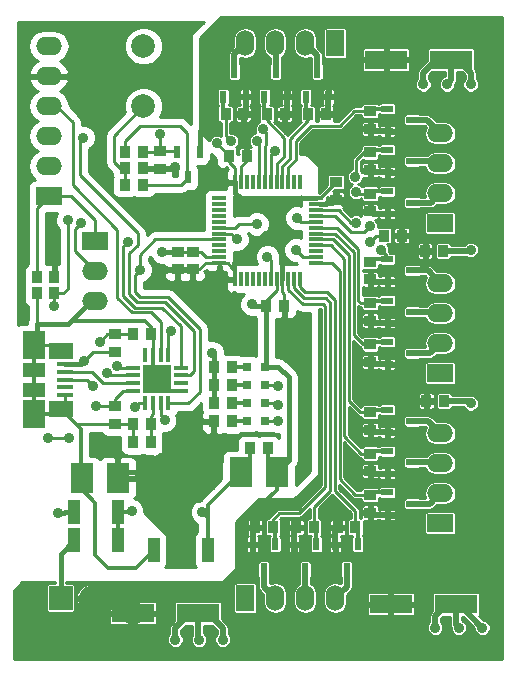
<source format=gtl>
G04 (created by PCBNEW (2013-mar-13)-testing) date Tue 02 Jul 2013 08:12:50 AM CEST*
%MOIN*%
G04 Gerber Fmt 3.4, Leading zero omitted, Abs format*
%FSLAX34Y34*%
G01*
G70*
G90*
G04 APERTURE LIST*
%ADD10C,0.006*%
%ADD11R,0.144X0.08*%
%ADD12R,0.04X0.08*%
%ADD13R,0.0768X0.0984*%
%ADD14R,0.0354X0.0394*%
%ADD15R,0.0394X0.0354*%
%ADD16R,0.0394X0.0236*%
%ADD17R,0.0236X0.0394*%
%ADD18R,0.0866X0.06*%
%ADD19O,0.0866X0.06*%
%ADD20R,0.06X0.0866*%
%ADD21O,0.06X0.0866*%
%ADD22R,0.0118X0.0512*%
%ADD23R,0.0512X0.0118*%
%ADD24C,0.0787*%
%ADD25R,0.0314X0.0314*%
%ADD26R,0.0394X0.0787*%
%ADD27R,0.0747X0.0462*%
%ADD28R,0.0747X0.0935*%
%ADD29R,0.0827X0.058*%
%ADD30R,0.0543X0.0177*%
%ADD31R,0.0138X0.0473*%
%ADD32R,0.0137X0.0473*%
%ADD33R,0.0473X0.0138*%
%ADD34R,0.0473X0.0137*%
%ADD35R,0.0956X0.0956*%
%ADD36R,0.1417X0.063*%
%ADD37O,0.0787X0.0787*%
%ADD38R,0.0787X0.0787*%
%ADD39C,0.035*%
%ADD40C,0.01*%
%ADD41C,0.011811*%
%ADD42C,0.019685*%
%ADD43C,0.015748*%
%ADD44C,0.0787402*%
G04 APERTURE END LIST*
G54D10*
G54D11*
X30100Y-39300D03*
G54D12*
X30100Y-41900D03*
X31000Y-41900D03*
X29200Y-41900D03*
G54D13*
X32100Y-39300D03*
X33300Y-39300D03*
X28000Y-39500D03*
X26800Y-39500D03*
G54D14*
X28247Y-29724D03*
X28839Y-29724D03*
G54D15*
X27900Y-37104D03*
X27900Y-37696D03*
G54D14*
X31704Y-28750D03*
X32296Y-28750D03*
X33546Y-33750D03*
X32954Y-33750D03*
G54D15*
X35275Y-29625D03*
X35275Y-30217D03*
X30500Y-32546D03*
X30500Y-31954D03*
G54D14*
X32404Y-38500D03*
X32996Y-38500D03*
X29096Y-37700D03*
X28504Y-37700D03*
G54D16*
X36985Y-29939D03*
X37817Y-30314D03*
X36985Y-30689D03*
G54D17*
X36004Y-41709D03*
X35629Y-42541D03*
X35254Y-41709D03*
G54D16*
X36985Y-39979D03*
X37817Y-40354D03*
X36985Y-40729D03*
X36985Y-38601D03*
X37817Y-38976D03*
X36985Y-39351D03*
X36985Y-37223D03*
X37817Y-37598D03*
X36985Y-37973D03*
G54D17*
X34626Y-41709D03*
X34251Y-42541D03*
X33876Y-41709D03*
X34270Y-26793D03*
X34645Y-25961D03*
X35020Y-26793D03*
X32892Y-26793D03*
X33267Y-25961D03*
X33642Y-26793D03*
X31514Y-26793D03*
X31889Y-25961D03*
X32264Y-26793D03*
G54D16*
X36985Y-28562D03*
X37817Y-28937D03*
X36985Y-29312D03*
X36985Y-27184D03*
X37817Y-27559D03*
X36985Y-27934D03*
X36985Y-34959D03*
X37817Y-35334D03*
X36985Y-35709D03*
X36985Y-33581D03*
X37817Y-33956D03*
X36985Y-34331D03*
X36985Y-32203D03*
X37817Y-32578D03*
X36985Y-32953D03*
G54D17*
X33249Y-41709D03*
X32874Y-42541D03*
X32499Y-41709D03*
X30729Y-28639D03*
X30354Y-29471D03*
X29979Y-28639D03*
G54D18*
X38750Y-36000D03*
G54D19*
X38750Y-35000D03*
X38750Y-34000D03*
X38750Y-33000D03*
G54D18*
X38750Y-31000D03*
G54D19*
X38750Y-30000D03*
X38750Y-29000D03*
X38750Y-28000D03*
G54D20*
X35250Y-25000D03*
G54D21*
X34250Y-25000D03*
X33250Y-25000D03*
X32250Y-25000D03*
G54D18*
X38750Y-41000D03*
G54D19*
X38750Y-40000D03*
X38750Y-39000D03*
X38750Y-38000D03*
G54D20*
X32250Y-43500D03*
G54D21*
X33250Y-43500D03*
X34250Y-43500D03*
X35250Y-43500D03*
G54D18*
X27244Y-31598D03*
G54D19*
X27244Y-32598D03*
X27244Y-33598D03*
G54D18*
X25700Y-30100D03*
G54D19*
X25700Y-29100D03*
X25700Y-28100D03*
X25700Y-27100D03*
X25700Y-26100D03*
X25700Y-25100D03*
G54D22*
X32508Y-32864D03*
X32705Y-32864D03*
X32902Y-32864D03*
X33098Y-32864D03*
X33295Y-32864D03*
X31917Y-32864D03*
X32114Y-32864D03*
X32311Y-32864D03*
G54D23*
X34614Y-32333D03*
X34614Y-32136D03*
X34614Y-31939D03*
X34614Y-31742D03*
X34614Y-31545D03*
X34614Y-31348D03*
X34614Y-31152D03*
X34614Y-30955D03*
G54D22*
X34083Y-29636D03*
X33886Y-29636D03*
X33689Y-29636D03*
X33492Y-29636D03*
X33295Y-29636D03*
X33098Y-29636D03*
X32902Y-29636D03*
X32705Y-29636D03*
G54D23*
X31386Y-30167D03*
X31386Y-30364D03*
X31386Y-30561D03*
X31386Y-30758D03*
X31386Y-30955D03*
X31386Y-31152D03*
X31386Y-31348D03*
X31386Y-31545D03*
G54D22*
X33492Y-32864D03*
X33689Y-32864D03*
X33886Y-32864D03*
X34083Y-32864D03*
G54D23*
X34614Y-30758D03*
X34614Y-30561D03*
X34614Y-30364D03*
X34614Y-30167D03*
G54D22*
X32508Y-29636D03*
X32311Y-29636D03*
X32114Y-29636D03*
X31917Y-29636D03*
G54D23*
X31386Y-31742D03*
X31386Y-31939D03*
X31386Y-32136D03*
X31386Y-32333D03*
G54D24*
X28858Y-27102D03*
X28858Y-25102D03*
G54D25*
X32305Y-35800D03*
X32895Y-35800D03*
X32305Y-36400D03*
X32895Y-36400D03*
X32305Y-37000D03*
X32895Y-37000D03*
X32305Y-37600D03*
X32895Y-37600D03*
G54D26*
X26555Y-40629D03*
X28011Y-40629D03*
X26555Y-41574D03*
X28011Y-41574D03*
G54D15*
X36417Y-28641D03*
X36417Y-29233D03*
G54D14*
X34349Y-27362D03*
X34941Y-27362D03*
X31204Y-37000D03*
X31796Y-37000D03*
X32971Y-27362D03*
X33563Y-27362D03*
X31204Y-36400D03*
X31796Y-36400D03*
X31593Y-27362D03*
X32185Y-27362D03*
G54D15*
X36417Y-30018D03*
X36417Y-30610D03*
G54D14*
X28839Y-28622D03*
X28247Y-28622D03*
X31204Y-35800D03*
X31796Y-35800D03*
X36869Y-31417D03*
X37461Y-31417D03*
G54D15*
X36417Y-27263D03*
X36417Y-27855D03*
G54D14*
X28504Y-34700D03*
X29096Y-34700D03*
G54D15*
X36417Y-35038D03*
X36417Y-35630D03*
X27900Y-35296D03*
X27900Y-34704D03*
X36417Y-33660D03*
X36417Y-34252D03*
X36417Y-32282D03*
X36417Y-32874D03*
G54D14*
X25886Y-32795D03*
X25294Y-32795D03*
X33170Y-41141D03*
X32578Y-41141D03*
X34547Y-41141D03*
X33955Y-41141D03*
X25886Y-33346D03*
X25294Y-33346D03*
X35925Y-41141D03*
X35333Y-41141D03*
X31204Y-37600D03*
X31796Y-37600D03*
G54D15*
X36417Y-40058D03*
X36417Y-40650D03*
G54D14*
X28839Y-29173D03*
X28247Y-29173D03*
G54D15*
X36417Y-38680D03*
X36417Y-39272D03*
X29409Y-29193D03*
X29409Y-28601D03*
X36417Y-37302D03*
X36417Y-37894D03*
G54D27*
X25196Y-35890D03*
X25196Y-36550D03*
G54D28*
X25196Y-37367D03*
X25196Y-35073D03*
G54D29*
X26101Y-37189D03*
X26101Y-35251D03*
G54D30*
X26243Y-35708D03*
X26243Y-35964D03*
X26243Y-36220D03*
X26243Y-36476D03*
X26243Y-36732D03*
G54D31*
X29683Y-35394D03*
G54D32*
X29427Y-35394D03*
X29173Y-35394D03*
G54D31*
X28917Y-35394D03*
G54D33*
X28494Y-35817D03*
G54D34*
X28494Y-36073D03*
X28494Y-36327D03*
G54D33*
X28494Y-36583D03*
G54D31*
X28917Y-37006D03*
G54D32*
X29173Y-37006D03*
X29427Y-37006D03*
G54D31*
X29683Y-37006D03*
G54D33*
X30106Y-36583D03*
G54D34*
X30106Y-36327D03*
X30106Y-36073D03*
G54D33*
X30106Y-35817D03*
G54D35*
X29300Y-36200D03*
G54D15*
X30000Y-32546D03*
X30000Y-31954D03*
G54D14*
X29096Y-38300D03*
X28504Y-38300D03*
G54D36*
X30683Y-44000D03*
X28517Y-44000D03*
X39114Y-25551D03*
X36948Y-25551D03*
G54D37*
X27100Y-43500D03*
G54D38*
X26100Y-43500D03*
G54D14*
X38839Y-31929D03*
X38247Y-31929D03*
X38878Y-36929D03*
X38286Y-36929D03*
G54D36*
X39271Y-43700D03*
X37105Y-43700D03*
G54D39*
X31771Y-28267D03*
X32637Y-28267D03*
X35944Y-29960D03*
X36417Y-31102D03*
X35944Y-30984D03*
X35905Y-29448D03*
X36771Y-31889D03*
X32637Y-31023D03*
X25866Y-33779D03*
X28740Y-32559D03*
X26338Y-30905D03*
X33976Y-30826D03*
X36417Y-31614D03*
X31968Y-31535D03*
X33346Y-37598D03*
X29409Y-28031D03*
X33937Y-31889D03*
X28346Y-31614D03*
X26850Y-28149D03*
X33228Y-28582D03*
X33346Y-36417D03*
X29566Y-37559D03*
X32834Y-27874D03*
X33346Y-37047D03*
X27992Y-35748D03*
X27165Y-36417D03*
X27637Y-35984D03*
X29133Y-39763D03*
X31102Y-39763D03*
X30708Y-40157D03*
X29527Y-40157D03*
X31299Y-28346D03*
X29921Y-29133D03*
X25944Y-32086D03*
X30078Y-41141D03*
X29527Y-32559D03*
X39763Y-31889D03*
X39763Y-37007D03*
X39763Y-26377D03*
X38188Y-26377D03*
X38976Y-26377D03*
X40157Y-44488D03*
X39370Y-44488D03*
X38582Y-44488D03*
X31496Y-44881D03*
X30708Y-44881D03*
X29921Y-44881D03*
X26023Y-40669D03*
X31141Y-35314D03*
X26889Y-35590D03*
X31102Y-25590D03*
X32480Y-33700D03*
X29488Y-31968D03*
X27283Y-37086D03*
X26377Y-38149D03*
X25669Y-38149D03*
X29763Y-34606D03*
X26771Y-30984D03*
X32992Y-32125D03*
X27401Y-34960D03*
X28582Y-37125D03*
X30826Y-40629D03*
X28464Y-40590D03*
G54D40*
X33689Y-32864D02*
X33689Y-33216D01*
X33170Y-40885D02*
X33170Y-41141D01*
X33385Y-40669D02*
X33170Y-40885D01*
X34055Y-40669D02*
X33385Y-40669D01*
X34921Y-39803D02*
X34055Y-40669D01*
X34921Y-33779D02*
X34921Y-39803D01*
X34842Y-33700D02*
X34921Y-33779D01*
X34173Y-33700D02*
X34842Y-33700D01*
X33689Y-33216D02*
X34173Y-33700D01*
G54D41*
X33249Y-41709D02*
X33249Y-41220D01*
X33249Y-41220D02*
X33170Y-41141D01*
G54D40*
X33886Y-32864D02*
X33886Y-33177D01*
X34547Y-40452D02*
X34547Y-41141D01*
X35078Y-39921D02*
X34547Y-40452D01*
X35078Y-33653D02*
X35078Y-39921D01*
X34929Y-33503D02*
X35078Y-33653D01*
X34212Y-33503D02*
X34929Y-33503D01*
X33886Y-33177D02*
X34212Y-33503D01*
G54D41*
X34626Y-41709D02*
X34626Y-41220D01*
X34626Y-41220D02*
X34547Y-41141D01*
G54D40*
X34083Y-32864D02*
X34083Y-33138D01*
X35925Y-40610D02*
X35925Y-41141D01*
X35236Y-39921D02*
X35925Y-40610D01*
X35236Y-33574D02*
X35236Y-39921D01*
X34968Y-33307D02*
X35236Y-33574D01*
X34251Y-33307D02*
X34968Y-33307D01*
X34083Y-33138D02*
X34251Y-33307D01*
G54D41*
X36004Y-41709D02*
X36004Y-41220D01*
X36004Y-41220D02*
X35925Y-41141D01*
G54D42*
X32874Y-42541D02*
X32874Y-43124D01*
X32874Y-43124D02*
X33250Y-43500D01*
X34251Y-42541D02*
X34251Y-43498D01*
X34251Y-43498D02*
X34250Y-43500D01*
X35629Y-42541D02*
X35629Y-43120D01*
X35629Y-43120D02*
X35250Y-43500D01*
G54D40*
X34614Y-32333D02*
X35128Y-32333D01*
X35924Y-40058D02*
X36417Y-40058D01*
X35393Y-39527D02*
X35924Y-40058D01*
X35393Y-32598D02*
X35393Y-39527D01*
X35128Y-32333D02*
X35393Y-32598D01*
G54D41*
X36985Y-39979D02*
X36496Y-39979D01*
X36496Y-39979D02*
X36417Y-40058D01*
G54D40*
X34614Y-31742D02*
X35096Y-31742D01*
X36121Y-38680D02*
X36417Y-38680D01*
X35551Y-38110D02*
X36121Y-38680D01*
X35551Y-32196D02*
X35551Y-38110D01*
X35096Y-31742D02*
X35551Y-32196D01*
G54D41*
X36985Y-38601D02*
X36496Y-38601D01*
X36496Y-38601D02*
X36417Y-38680D01*
G54D40*
X34614Y-31545D02*
X35175Y-31545D01*
X36081Y-37302D02*
X36417Y-37302D01*
X35708Y-36929D02*
X36081Y-37302D01*
X35708Y-32078D02*
X35708Y-36929D01*
X35175Y-31545D02*
X35708Y-32078D01*
G54D41*
X36985Y-37223D02*
X36496Y-37223D01*
X36496Y-37223D02*
X36417Y-37302D01*
G54D42*
X37817Y-40354D02*
X38395Y-40354D01*
X38395Y-40354D02*
X38750Y-40000D01*
X37817Y-38976D02*
X38726Y-38976D01*
X38726Y-38976D02*
X38750Y-39000D01*
X37817Y-37598D02*
X38348Y-37598D01*
X38348Y-37598D02*
X38750Y-38000D01*
G54D40*
X33492Y-29636D02*
X33492Y-29106D01*
X34349Y-27579D02*
X34349Y-27362D01*
X33740Y-28188D02*
X34349Y-27579D01*
X33740Y-28858D02*
X33740Y-28188D01*
X33492Y-29106D02*
X33740Y-28858D01*
G54D41*
X34270Y-26793D02*
X34270Y-27283D01*
X34270Y-27283D02*
X34349Y-27362D01*
G54D40*
X32971Y-27362D02*
X32971Y-27578D01*
X33295Y-29027D02*
X33295Y-29636D01*
X33543Y-28779D02*
X33295Y-29027D01*
X33543Y-28149D02*
X33543Y-28779D01*
X32971Y-27578D02*
X33543Y-28149D01*
G54D41*
X32892Y-26793D02*
X32892Y-27283D01*
X32892Y-27283D02*
X32971Y-27362D01*
G54D40*
X32705Y-29636D02*
X32705Y-28334D01*
X31593Y-28089D02*
X31593Y-27362D01*
X31771Y-28267D02*
X31593Y-28089D01*
X32705Y-28334D02*
X32637Y-28267D01*
G54D41*
X31514Y-26793D02*
X31514Y-27283D01*
X31514Y-27283D02*
X31593Y-27362D01*
G54D42*
X34645Y-25961D02*
X34645Y-25395D01*
X34645Y-25395D02*
X34250Y-25000D01*
X33267Y-25961D02*
X33267Y-25017D01*
X33267Y-25017D02*
X33250Y-25000D01*
X31889Y-25961D02*
X31889Y-25360D01*
X31889Y-25360D02*
X32250Y-25000D01*
G54D40*
X34614Y-30758D02*
X35246Y-30758D01*
X36003Y-30018D02*
X36417Y-30018D01*
X35944Y-29960D02*
X36003Y-30018D01*
X36220Y-31299D02*
X36417Y-31102D01*
X35787Y-31299D02*
X36220Y-31299D01*
X35246Y-30758D02*
X35787Y-31299D01*
G54D41*
X36985Y-29939D02*
X36496Y-29939D01*
X36496Y-29939D02*
X36417Y-30018D01*
G54D40*
X35364Y-30561D02*
X35787Y-30984D01*
X35787Y-30984D02*
X35944Y-30984D01*
X34614Y-30561D02*
X35364Y-30561D01*
X36201Y-28641D02*
X36417Y-28641D01*
X35944Y-28897D02*
X36201Y-28641D01*
X35944Y-29409D02*
X35944Y-28897D01*
X35905Y-29448D02*
X35944Y-29409D01*
G54D41*
X36985Y-28562D02*
X36496Y-28562D01*
X36496Y-28562D02*
X36417Y-28641D01*
G54D40*
X33689Y-29636D02*
X33689Y-29145D01*
X35886Y-27263D02*
X36417Y-27263D01*
X35393Y-27755D02*
X35886Y-27263D01*
X34448Y-27755D02*
X35393Y-27755D01*
X33937Y-28267D02*
X34448Y-27755D01*
X33937Y-28897D02*
X33937Y-28267D01*
X33689Y-29145D02*
X33937Y-28897D01*
G54D41*
X36985Y-27184D02*
X36496Y-27184D01*
X36496Y-27184D02*
X36417Y-27263D01*
G54D42*
X37817Y-30314D02*
X38435Y-30314D01*
X38435Y-30314D02*
X38750Y-30000D01*
X37817Y-28937D02*
X38687Y-28937D01*
X38687Y-28937D02*
X38750Y-29000D01*
X37817Y-27559D02*
X38309Y-27559D01*
X38309Y-27559D02*
X38750Y-28000D01*
G54D40*
X34614Y-31348D02*
X35245Y-31348D01*
X36180Y-35038D02*
X36417Y-35038D01*
X35866Y-34724D02*
X36180Y-35038D01*
X35866Y-31968D02*
X35866Y-34724D01*
X35245Y-31348D02*
X35866Y-31968D01*
G54D41*
X36985Y-34959D02*
X36496Y-34959D01*
X36496Y-34959D02*
X36417Y-35038D01*
G54D40*
X34614Y-31152D02*
X35325Y-31152D01*
X36101Y-33660D02*
X36417Y-33660D01*
X36023Y-33582D02*
X36101Y-33660D01*
X36023Y-31850D02*
X36023Y-33582D01*
X35325Y-31152D02*
X36023Y-31850D01*
G54D41*
X36985Y-33581D02*
X36496Y-33581D01*
X36496Y-33581D02*
X36417Y-33660D01*
G54D40*
X31386Y-31152D02*
X31918Y-31152D01*
X36985Y-32103D02*
X36985Y-32203D01*
X36771Y-31889D02*
X36985Y-32103D01*
X32047Y-31023D02*
X32637Y-31023D01*
X31918Y-31152D02*
X32047Y-31023D01*
G54D41*
X36985Y-32203D02*
X36496Y-32203D01*
X36496Y-32203D02*
X36417Y-32282D01*
G54D42*
X37817Y-35334D02*
X38415Y-35334D01*
X38415Y-35334D02*
X38750Y-35000D01*
X37817Y-33956D02*
X38706Y-33956D01*
X38706Y-33956D02*
X38750Y-34000D01*
X37817Y-32578D02*
X38328Y-32578D01*
X38328Y-32578D02*
X38750Y-33000D01*
G54D40*
X28740Y-32559D02*
X28740Y-32047D01*
X29242Y-31545D02*
X31386Y-31545D01*
X28740Y-32047D02*
X29242Y-31545D01*
X29683Y-37006D02*
X30356Y-37006D01*
X25886Y-33759D02*
X25886Y-33346D01*
X25866Y-33779D02*
X25886Y-33759D01*
X28582Y-32716D02*
X28740Y-32559D01*
X28582Y-33307D02*
X28582Y-32716D01*
X28740Y-33464D02*
X28582Y-33307D01*
X29685Y-33464D02*
X28740Y-33464D01*
X30748Y-34527D02*
X29685Y-33464D01*
X30748Y-36614D02*
X30748Y-34527D01*
X30356Y-37006D02*
X30748Y-36614D01*
X25886Y-33346D02*
X26181Y-33346D01*
X26338Y-33188D02*
X26338Y-30905D01*
X26181Y-33346D02*
X26338Y-33188D01*
X36869Y-31417D02*
X36614Y-31417D01*
X34104Y-30955D02*
X34614Y-30955D01*
X33976Y-30826D02*
X34104Y-30955D01*
X36614Y-31417D02*
X36417Y-31614D01*
X32895Y-37600D02*
X33344Y-37600D01*
X31781Y-31348D02*
X31386Y-31348D01*
X31968Y-31535D02*
X31781Y-31348D01*
X33344Y-37600D02*
X33346Y-37598D01*
X34614Y-32136D02*
X34183Y-32136D01*
X29409Y-28031D02*
X29409Y-28601D01*
X34183Y-32136D02*
X33937Y-31889D01*
X29409Y-28601D02*
X29941Y-28601D01*
X29941Y-28601D02*
X29979Y-28639D01*
X28839Y-28622D02*
X29389Y-28622D01*
X29389Y-28622D02*
X29409Y-28601D01*
X30106Y-35817D02*
X30106Y-34436D01*
X28188Y-31771D02*
X28346Y-31614D01*
X28188Y-33425D02*
X28188Y-31771D01*
X28582Y-33818D02*
X28188Y-33425D01*
X29488Y-33818D02*
X28582Y-33818D01*
X30106Y-34436D02*
X29488Y-33818D01*
X27244Y-31598D02*
X27244Y-30905D01*
X26438Y-30100D02*
X25700Y-30100D01*
X27244Y-30905D02*
X26438Y-30100D01*
X25294Y-32795D02*
X25294Y-31614D01*
X25294Y-30505D02*
X25700Y-30100D01*
X25294Y-31614D02*
X25294Y-30505D01*
X30106Y-36073D02*
X30423Y-36073D01*
X26732Y-28267D02*
X26850Y-28149D01*
X26732Y-29409D02*
X26732Y-28267D01*
X28661Y-31338D02*
X26732Y-29409D01*
X28661Y-31732D02*
X28661Y-31338D01*
X28385Y-32007D02*
X28661Y-31732D01*
X28385Y-33354D02*
X28385Y-32007D01*
X28653Y-33622D02*
X28385Y-33354D01*
X29566Y-33622D02*
X28653Y-33622D01*
X30551Y-34606D02*
X29566Y-33622D01*
X30551Y-35944D02*
X30551Y-34606D01*
X30423Y-36073D02*
X30551Y-35944D01*
X33098Y-29636D02*
X33098Y-28713D01*
X33098Y-28713D02*
X33228Y-28582D01*
X29427Y-37006D02*
X29427Y-37419D01*
X33329Y-36400D02*
X32895Y-36400D01*
X33346Y-36417D02*
X33329Y-36400D01*
X29427Y-37419D02*
X29566Y-37559D01*
X29427Y-35394D02*
X29427Y-34308D01*
X25958Y-27100D02*
X25700Y-27100D01*
X26496Y-27637D02*
X25958Y-27100D01*
X26496Y-29724D02*
X26496Y-27637D01*
X27992Y-31220D02*
X26496Y-29724D01*
X27992Y-33503D02*
X27992Y-31220D01*
X28464Y-33976D02*
X27992Y-33503D01*
X29094Y-33976D02*
X28464Y-33976D01*
X29427Y-34308D02*
X29094Y-33976D01*
X32902Y-28436D02*
X32952Y-28385D01*
X32952Y-28385D02*
X32952Y-27992D01*
X32952Y-27992D02*
X32834Y-27874D01*
X32902Y-29636D02*
X32902Y-28436D01*
X28494Y-35817D02*
X28061Y-35817D01*
X33299Y-37000D02*
X32895Y-37000D01*
X33346Y-37047D02*
X33299Y-37000D01*
X28061Y-35817D02*
X27992Y-35748D01*
X28494Y-36073D02*
X27726Y-36073D01*
X26968Y-36220D02*
X26243Y-36220D01*
X27165Y-36417D02*
X26968Y-36220D01*
X27726Y-36073D02*
X27637Y-35984D01*
X26243Y-35964D02*
X27145Y-35964D01*
X27508Y-36327D02*
X28494Y-36327D01*
X27145Y-35964D02*
X27508Y-36327D01*
X30100Y-39300D02*
X29597Y-39300D01*
X29597Y-39300D02*
X29133Y-39763D01*
X30100Y-39300D02*
X30638Y-39300D01*
X30638Y-39300D02*
X31102Y-39763D01*
X29921Y-39763D02*
X30314Y-39763D01*
X30314Y-39763D02*
X30708Y-40157D01*
X30100Y-39763D02*
X29921Y-39763D01*
X29921Y-39763D02*
X29527Y-40157D01*
G54D41*
X31917Y-32864D02*
X31917Y-32334D01*
X33464Y-31377D02*
X33492Y-31377D01*
X33464Y-31366D02*
X33464Y-31377D01*
X33492Y-31338D02*
X33464Y-31366D01*
X32913Y-31338D02*
X33492Y-31338D01*
X31917Y-32334D02*
X32913Y-31338D01*
G54D40*
X31204Y-37600D02*
X30470Y-37600D01*
X30100Y-37970D02*
X30100Y-39300D01*
X30470Y-37600D02*
X30100Y-37970D01*
X29409Y-29193D02*
X29861Y-29193D01*
X31702Y-28750D02*
X31704Y-28750D01*
X31299Y-28346D02*
X31702Y-28750D01*
X29861Y-29193D02*
X29921Y-29133D01*
X29409Y-29193D02*
X28859Y-29193D01*
X28859Y-29193D02*
X28839Y-29173D01*
X25886Y-32795D02*
X25886Y-32144D01*
X25886Y-32144D02*
X25944Y-32086D01*
G54D43*
X30100Y-41900D02*
X30100Y-39763D01*
X30100Y-39763D02*
X30100Y-39300D01*
X30100Y-41162D02*
X30100Y-41900D01*
X30078Y-41141D02*
X30100Y-41162D01*
X30000Y-32546D02*
X29540Y-32546D01*
X29540Y-32546D02*
X29527Y-32559D01*
X33492Y-32864D02*
X33492Y-31377D01*
X33492Y-31377D02*
X33492Y-30167D01*
X33492Y-30167D02*
X33501Y-30157D01*
X33501Y-30157D02*
X33503Y-30157D01*
X33503Y-30157D02*
X33503Y-30167D01*
X34614Y-30167D02*
X33503Y-30167D01*
X33503Y-30167D02*
X32096Y-30167D01*
X32096Y-30167D02*
X31917Y-29987D01*
X31917Y-29987D02*
X31917Y-29636D01*
X30100Y-39300D02*
X28200Y-39300D01*
X28200Y-39300D02*
X28000Y-39500D01*
G54D40*
X34614Y-30167D02*
X34754Y-30167D01*
X34754Y-30167D02*
X35275Y-29645D01*
X35275Y-29645D02*
X35275Y-29625D01*
X31917Y-32864D02*
X31917Y-32586D01*
X31663Y-32333D02*
X31386Y-32333D01*
X31917Y-32586D02*
X31790Y-32459D01*
X31790Y-32459D02*
X31663Y-32333D01*
X30500Y-32546D02*
X30000Y-32546D01*
X31386Y-32333D02*
X30934Y-32333D01*
X30721Y-32546D02*
X30500Y-32546D01*
X30934Y-32333D02*
X30721Y-32546D01*
X31704Y-28750D02*
X31704Y-28948D01*
X31917Y-29161D02*
X31917Y-29636D01*
X31704Y-28948D02*
X31917Y-29161D01*
X33546Y-33750D02*
X33546Y-33349D01*
X33492Y-33295D02*
X33492Y-32864D01*
X33546Y-33349D02*
X33492Y-33295D01*
G54D42*
X38839Y-31929D02*
X39724Y-31929D01*
X39724Y-31929D02*
X39763Y-31889D01*
X38878Y-36929D02*
X39685Y-36929D01*
X39685Y-36929D02*
X39763Y-37007D01*
X39114Y-25551D02*
X39330Y-25551D01*
X39763Y-25984D02*
X39763Y-26377D01*
X39330Y-25551D02*
X39763Y-25984D01*
X39114Y-25551D02*
X38622Y-25551D01*
X38188Y-25984D02*
X38188Y-26377D01*
X38622Y-25551D02*
X38188Y-25984D01*
X39114Y-25551D02*
X39114Y-26239D01*
X39114Y-26239D02*
X38976Y-26377D01*
X39271Y-43700D02*
X39370Y-43700D01*
X39370Y-43700D02*
X40157Y-44488D01*
X39271Y-43700D02*
X39271Y-44390D01*
X39271Y-44390D02*
X39370Y-44488D01*
X39271Y-43700D02*
X38976Y-43700D01*
X38582Y-44094D02*
X38582Y-44488D01*
X38976Y-43700D02*
X38582Y-44094D01*
X30683Y-44000D02*
X31007Y-44000D01*
X31496Y-44488D02*
X31496Y-44881D01*
X31007Y-44000D02*
X31496Y-44488D01*
X30683Y-44000D02*
X30683Y-44856D01*
X30683Y-44856D02*
X30708Y-44881D01*
X30683Y-44000D02*
X30409Y-44000D01*
X29921Y-44488D02*
X29921Y-44881D01*
X30409Y-44000D02*
X29921Y-44488D01*
G54D43*
X26100Y-43500D02*
X26100Y-42030D01*
X26100Y-42030D02*
X26555Y-41574D01*
G54D40*
X27900Y-35296D02*
X27184Y-35296D01*
X27184Y-35296D02*
X26889Y-35590D01*
G54D43*
X26555Y-40629D02*
X26259Y-40629D01*
X26220Y-40669D02*
X26023Y-40669D01*
X26259Y-40629D02*
X26220Y-40669D01*
X31204Y-36400D02*
X31204Y-37000D01*
X31204Y-35800D02*
X31204Y-36400D01*
X26243Y-35708D02*
X26771Y-35708D01*
X31204Y-35377D02*
X31204Y-35800D01*
X31141Y-35314D02*
X31204Y-35377D01*
X26771Y-35708D02*
X26889Y-35590D01*
X30729Y-28639D02*
X30729Y-27932D01*
X30729Y-27932D02*
X31102Y-27559D01*
G54D44*
X27100Y-43500D02*
X27100Y-44422D01*
X27100Y-44422D02*
X27165Y-44488D01*
X27100Y-43500D02*
X28017Y-43500D01*
X28017Y-43500D02*
X28517Y-44000D01*
G54D43*
X32895Y-35800D02*
X33359Y-35800D01*
X33359Y-35800D02*
X33700Y-36141D01*
X33700Y-36141D02*
X33700Y-36732D01*
X33700Y-38899D02*
X33300Y-39300D01*
X33700Y-36732D02*
X33700Y-37047D01*
X33700Y-37047D02*
X33700Y-38899D01*
X32954Y-33750D02*
X32954Y-35741D01*
X32954Y-35741D02*
X32895Y-35800D01*
X32529Y-33750D02*
X32954Y-33750D01*
X32480Y-33700D02*
X32529Y-33750D01*
G54D40*
X25294Y-33346D02*
X25294Y-34370D01*
G54D43*
X25294Y-34370D02*
X25294Y-34975D01*
X25294Y-34975D02*
X25196Y-35073D01*
X26338Y-34370D02*
X25294Y-34370D01*
X26476Y-34232D02*
X26338Y-34370D01*
X27244Y-33598D02*
X27110Y-33598D01*
X27110Y-33598D02*
X26476Y-34232D01*
X26476Y-34232D02*
X26456Y-34251D01*
X30000Y-31954D02*
X29502Y-31954D01*
X29502Y-31954D02*
X29488Y-31968D01*
G54D41*
X32578Y-41141D02*
X32578Y-40610D01*
X32578Y-40610D02*
X33300Y-39888D01*
X33300Y-39888D02*
X33300Y-39300D01*
X32996Y-38500D02*
X32996Y-38996D01*
X32996Y-38996D02*
X33300Y-39300D01*
X26800Y-39500D02*
X26800Y-39870D01*
X28619Y-42480D02*
X29200Y-41900D01*
X27677Y-42480D02*
X28619Y-42480D01*
X27244Y-42047D02*
X27677Y-42480D01*
X27244Y-40314D02*
X27244Y-42047D01*
X26800Y-39870D02*
X27244Y-40314D01*
X26779Y-37866D02*
X26779Y-39479D01*
X26779Y-39479D02*
X26800Y-39500D01*
X26101Y-37189D02*
X26779Y-37866D01*
X25196Y-37367D02*
X25923Y-37367D01*
X25923Y-37367D02*
X26101Y-37189D01*
X25196Y-35073D02*
X25196Y-37367D01*
X25294Y-34975D02*
X25196Y-35073D01*
X29096Y-34700D02*
X29096Y-34450D01*
X26456Y-34251D02*
X26338Y-34370D01*
X28897Y-34251D02*
X26456Y-34251D01*
X29096Y-34450D02*
X28897Y-34251D01*
G54D40*
X27900Y-37696D02*
X26608Y-37696D01*
X26608Y-37696D02*
X26101Y-37189D01*
X27900Y-37696D02*
X28500Y-37696D01*
X28500Y-37696D02*
X28504Y-37700D01*
X28504Y-38300D02*
X28504Y-37700D01*
X29173Y-35394D02*
X29173Y-34777D01*
X29173Y-34777D02*
X29096Y-34700D01*
X27110Y-33598D02*
X26338Y-34370D01*
X25294Y-34975D02*
X25196Y-35073D01*
G54D43*
X35275Y-30217D02*
X35374Y-30217D01*
X35768Y-30610D02*
X36417Y-30610D01*
X35374Y-30217D02*
X35768Y-30610D01*
X32185Y-27362D02*
X32185Y-27618D01*
X32296Y-27729D02*
X32296Y-28750D01*
X32185Y-27618D02*
X32296Y-27729D01*
G54D42*
X35254Y-41709D02*
X35254Y-41220D01*
X35254Y-41220D02*
X35333Y-41141D01*
X33876Y-41709D02*
X33876Y-41220D01*
X33876Y-41220D02*
X33955Y-41141D01*
X32499Y-41709D02*
X32499Y-41220D01*
X32499Y-41220D02*
X32578Y-41141D01*
X36985Y-40729D02*
X36496Y-40729D01*
X36496Y-40729D02*
X36417Y-40650D01*
X36985Y-39351D02*
X36496Y-39351D01*
X36496Y-39351D02*
X36417Y-39272D01*
X36985Y-37973D02*
X36496Y-37973D01*
X36496Y-37973D02*
X36417Y-37894D01*
X36985Y-35709D02*
X36496Y-35709D01*
X36496Y-35709D02*
X36417Y-35630D01*
X36985Y-34331D02*
X36496Y-34331D01*
X36496Y-34331D02*
X36417Y-34252D01*
X36985Y-32953D02*
X36496Y-32953D01*
X36496Y-32953D02*
X36417Y-32874D01*
X36985Y-27934D02*
X36496Y-27934D01*
X36496Y-27934D02*
X36417Y-27855D01*
X36985Y-29312D02*
X36496Y-29312D01*
X36496Y-29312D02*
X36417Y-29233D01*
X36985Y-30689D02*
X36496Y-30689D01*
X36496Y-30689D02*
X36417Y-30610D01*
X32264Y-26793D02*
X32264Y-27283D01*
X32264Y-27283D02*
X32185Y-27362D01*
X33642Y-26793D02*
X33642Y-27283D01*
X33642Y-27283D02*
X33563Y-27362D01*
X35020Y-26793D02*
X35020Y-27283D01*
X35020Y-27283D02*
X34941Y-27362D01*
G54D40*
X25196Y-35073D02*
X25923Y-35073D01*
X25923Y-35073D02*
X26101Y-35251D01*
X25196Y-35890D02*
X25196Y-35073D01*
X25196Y-36550D02*
X25196Y-35890D01*
X25196Y-37367D02*
X25196Y-36550D01*
X26243Y-36732D02*
X26243Y-37047D01*
X26243Y-37047D02*
X26101Y-37189D01*
G54D41*
X30106Y-36583D02*
X29683Y-36583D01*
X29683Y-36583D02*
X29300Y-36200D01*
X29173Y-35394D02*
X29173Y-36073D01*
X29173Y-36073D02*
X29300Y-36200D01*
G54D40*
X34614Y-30364D02*
X35128Y-30364D01*
X35128Y-30364D02*
X35275Y-30217D01*
X30500Y-31954D02*
X30772Y-31954D01*
X30954Y-32136D02*
X31386Y-32136D01*
X30772Y-31954D02*
X30954Y-32136D01*
X30000Y-31954D02*
X30500Y-31954D01*
X32296Y-28750D02*
X32296Y-28924D01*
X32296Y-28924D02*
X32114Y-29106D01*
X32114Y-29106D02*
X32114Y-29636D01*
X32954Y-33750D02*
X32954Y-33581D01*
X33295Y-33240D02*
X33295Y-32864D01*
X32954Y-33581D02*
X33295Y-33240D01*
X29683Y-35394D02*
X29683Y-34687D01*
X27300Y-37104D02*
X27900Y-37104D01*
X27283Y-37086D02*
X27300Y-37104D01*
X25669Y-38149D02*
X26377Y-38149D01*
X29683Y-34687D02*
X29763Y-34606D01*
X27900Y-37104D02*
X27900Y-36863D01*
X28180Y-36583D02*
X28494Y-36583D01*
X27900Y-36863D02*
X28180Y-36583D01*
X33098Y-32864D02*
X33098Y-32231D01*
X26574Y-31929D02*
X27244Y-32598D01*
X26574Y-31181D02*
X26574Y-31929D01*
X26771Y-30984D02*
X26574Y-31181D01*
X33098Y-32231D02*
X32992Y-32125D01*
X27900Y-34704D02*
X28500Y-34704D01*
X28500Y-34704D02*
X28504Y-34700D01*
X28917Y-37006D02*
X28702Y-37006D01*
X27658Y-34704D02*
X27900Y-34704D01*
X27401Y-34960D02*
X27658Y-34704D01*
X28702Y-37006D02*
X28582Y-37125D01*
X29096Y-37700D02*
X29096Y-37439D01*
X29173Y-37362D02*
X29173Y-37006D01*
X29096Y-37439D02*
X29173Y-37362D01*
X29096Y-38300D02*
X29096Y-37700D01*
G54D41*
X32404Y-38500D02*
X32404Y-38996D01*
X32404Y-38996D02*
X32100Y-39300D01*
X31000Y-41900D02*
X31000Y-40400D01*
X31000Y-40400D02*
X32100Y-39300D01*
X28011Y-40629D02*
X28425Y-40629D01*
X31000Y-40803D02*
X31000Y-41900D01*
X30826Y-40629D02*
X31000Y-40803D01*
X28425Y-40629D02*
X28464Y-40590D01*
X28011Y-40629D02*
X28011Y-41574D01*
G54D40*
X30354Y-29471D02*
X30354Y-29488D01*
X30118Y-29724D02*
X28839Y-29724D01*
X30354Y-29488D02*
X30118Y-29724D01*
X28247Y-28622D02*
X28247Y-28248D01*
X30314Y-29431D02*
X30354Y-29471D01*
X30314Y-27992D02*
X30314Y-29431D01*
X30078Y-27755D02*
X30314Y-27992D01*
X28740Y-27755D02*
X30078Y-27755D01*
X28247Y-28248D02*
X28740Y-27755D01*
X28247Y-29173D02*
X28070Y-29173D01*
X27874Y-28086D02*
X28858Y-27102D01*
X27874Y-28976D02*
X27874Y-28086D01*
X28070Y-29173D02*
X27874Y-28976D01*
X28247Y-29724D02*
X28247Y-29173D01*
G54D41*
X31796Y-37600D02*
X32305Y-37600D01*
X31796Y-36400D02*
X32305Y-36400D01*
X32305Y-35800D02*
X31796Y-35800D01*
X32305Y-37000D02*
X31796Y-37000D01*
G54D10*
G36*
X26038Y-32348D02*
X25999Y-32348D01*
X25936Y-32410D01*
X25936Y-32745D01*
X25944Y-32745D01*
X25944Y-32845D01*
X25936Y-32845D01*
X25936Y-32853D01*
X25836Y-32853D01*
X25836Y-32845D01*
X25828Y-32845D01*
X25828Y-32745D01*
X25836Y-32745D01*
X25836Y-32410D01*
X25774Y-32348D01*
X25660Y-32348D01*
X25594Y-32375D01*
X25594Y-31614D01*
X25594Y-30650D01*
X25992Y-30650D01*
X25978Y-30664D01*
X25913Y-30820D01*
X25913Y-30989D01*
X25978Y-31145D01*
X26038Y-31206D01*
X26038Y-32348D01*
X26038Y-32348D01*
G37*
G54D40*
X26038Y-32348D02*
X25999Y-32348D01*
X25936Y-32410D01*
X25936Y-32745D01*
X25944Y-32745D01*
X25944Y-32845D01*
X25936Y-32845D01*
X25936Y-32853D01*
X25836Y-32853D01*
X25836Y-32845D01*
X25828Y-32845D01*
X25828Y-32745D01*
X25836Y-32745D01*
X25836Y-32410D01*
X25774Y-32348D01*
X25660Y-32348D01*
X25594Y-32375D01*
X25594Y-31614D01*
X25594Y-30650D01*
X25992Y-30650D01*
X25978Y-30664D01*
X25913Y-30820D01*
X25913Y-30989D01*
X25978Y-31145D01*
X26038Y-31206D01*
X26038Y-32348D01*
G54D10*
G36*
X29179Y-38747D02*
X29168Y-38758D01*
X29166Y-38763D01*
X28740Y-38976D01*
X28740Y-40265D01*
X28705Y-40230D01*
X28559Y-40169D01*
X28595Y-40133D01*
X28633Y-40041D01*
X28634Y-39942D01*
X28634Y-39057D01*
X28633Y-38958D01*
X28595Y-38866D01*
X28525Y-38795D01*
X28433Y-38757D01*
X28112Y-38758D01*
X28050Y-38820D01*
X28050Y-39450D01*
X28571Y-39450D01*
X28634Y-39387D01*
X28634Y-39057D01*
X28634Y-39942D01*
X28634Y-39612D01*
X28571Y-39550D01*
X28050Y-39550D01*
X28050Y-39557D01*
X27950Y-39557D01*
X27950Y-39550D01*
X27942Y-39550D01*
X27942Y-39450D01*
X27950Y-39450D01*
X27950Y-38820D01*
X27887Y-38758D01*
X27566Y-38757D01*
X27474Y-38795D01*
X27404Y-38866D01*
X27400Y-38876D01*
X27396Y-38866D01*
X27325Y-38796D01*
X27233Y-38758D01*
X27134Y-38757D01*
X27088Y-38757D01*
X27088Y-37996D01*
X27483Y-37996D01*
X27490Y-38014D01*
X27561Y-38084D01*
X27653Y-38122D01*
X27752Y-38123D01*
X28076Y-38123D01*
X28076Y-38152D01*
X28076Y-38546D01*
X28114Y-38638D01*
X28185Y-38708D01*
X28277Y-38746D01*
X28376Y-38747D01*
X28730Y-38747D01*
X28800Y-38718D01*
X28869Y-38746D01*
X28968Y-38747D01*
X29179Y-38747D01*
X29179Y-38747D01*
G37*
G54D40*
X29179Y-38747D02*
X29168Y-38758D01*
X29166Y-38763D01*
X28740Y-38976D01*
X28740Y-40265D01*
X28705Y-40230D01*
X28559Y-40169D01*
X28595Y-40133D01*
X28633Y-40041D01*
X28634Y-39942D01*
X28634Y-39057D01*
X28633Y-38958D01*
X28595Y-38866D01*
X28525Y-38795D01*
X28433Y-38757D01*
X28112Y-38758D01*
X28050Y-38820D01*
X28050Y-39450D01*
X28571Y-39450D01*
X28634Y-39387D01*
X28634Y-39057D01*
X28634Y-39942D01*
X28634Y-39612D01*
X28571Y-39550D01*
X28050Y-39550D01*
X28050Y-39557D01*
X27950Y-39557D01*
X27950Y-39550D01*
X27942Y-39550D01*
X27942Y-39450D01*
X27950Y-39450D01*
X27950Y-38820D01*
X27887Y-38758D01*
X27566Y-38757D01*
X27474Y-38795D01*
X27404Y-38866D01*
X27400Y-38876D01*
X27396Y-38866D01*
X27325Y-38796D01*
X27233Y-38758D01*
X27134Y-38757D01*
X27088Y-38757D01*
X27088Y-37996D01*
X27483Y-37996D01*
X27490Y-38014D01*
X27561Y-38084D01*
X27653Y-38122D01*
X27752Y-38123D01*
X28076Y-38123D01*
X28076Y-38152D01*
X28076Y-38546D01*
X28114Y-38638D01*
X28185Y-38708D01*
X28277Y-38746D01*
X28376Y-38747D01*
X28730Y-38747D01*
X28800Y-38718D01*
X28869Y-38746D01*
X28968Y-38747D01*
X29179Y-38747D01*
G54D10*
G36*
X30014Y-29155D02*
X29986Y-29224D01*
X29986Y-29323D01*
X29986Y-29424D01*
X29854Y-29424D01*
X29856Y-29420D01*
X29856Y-29306D01*
X29793Y-29243D01*
X29459Y-29243D01*
X29459Y-29251D01*
X29359Y-29251D01*
X29359Y-29243D01*
X29224Y-29243D01*
X29203Y-29223D01*
X28889Y-29223D01*
X28889Y-29231D01*
X28789Y-29231D01*
X28789Y-29223D01*
X28781Y-29223D01*
X28781Y-29123D01*
X28789Y-29123D01*
X28789Y-29115D01*
X28889Y-29115D01*
X28889Y-29123D01*
X29004Y-29123D01*
X29024Y-29143D01*
X29359Y-29143D01*
X29359Y-29135D01*
X29459Y-29135D01*
X29459Y-29143D01*
X29793Y-29143D01*
X29851Y-29086D01*
X29910Y-29086D01*
X30014Y-29086D01*
X30014Y-29155D01*
X30014Y-29155D01*
G37*
G54D40*
X30014Y-29155D02*
X29986Y-29224D01*
X29986Y-29323D01*
X29986Y-29424D01*
X29854Y-29424D01*
X29856Y-29420D01*
X29856Y-29306D01*
X29793Y-29243D01*
X29459Y-29243D01*
X29459Y-29251D01*
X29359Y-29251D01*
X29359Y-29243D01*
X29224Y-29243D01*
X29203Y-29223D01*
X28889Y-29223D01*
X28889Y-29231D01*
X28789Y-29231D01*
X28789Y-29223D01*
X28781Y-29223D01*
X28781Y-29123D01*
X28789Y-29123D01*
X28789Y-29115D01*
X28889Y-29115D01*
X28889Y-29123D01*
X29004Y-29123D01*
X29024Y-29143D01*
X29359Y-29143D01*
X29359Y-29135D01*
X29459Y-29135D01*
X29459Y-29143D01*
X29793Y-29143D01*
X29851Y-29086D01*
X29910Y-29086D01*
X30014Y-29086D01*
X30014Y-29155D01*
G54D10*
G36*
X31804Y-29686D02*
X31670Y-29686D01*
X31608Y-29748D01*
X31607Y-29842D01*
X31607Y-29857D01*
X31592Y-29857D01*
X31080Y-29857D01*
X30988Y-29895D01*
X30918Y-29966D01*
X30880Y-30058D01*
X30879Y-30157D01*
X30879Y-30275D01*
X30880Y-30275D01*
X30879Y-30354D01*
X30879Y-30472D01*
X30880Y-30472D01*
X30879Y-30551D01*
X30879Y-30669D01*
X30880Y-30669D01*
X30879Y-30748D01*
X30879Y-30866D01*
X30880Y-30866D01*
X30879Y-30945D01*
X30879Y-31063D01*
X30880Y-31063D01*
X30879Y-31142D01*
X30879Y-31245D01*
X29242Y-31245D01*
X29127Y-31267D01*
X29030Y-31332D01*
X28961Y-31401D01*
X28961Y-31338D01*
X28938Y-31223D01*
X28873Y-31126D01*
X28873Y-31126D01*
X27032Y-29285D01*
X27032Y-28534D01*
X27090Y-28510D01*
X27210Y-28390D01*
X27275Y-28234D01*
X27275Y-28065D01*
X27210Y-27909D01*
X27091Y-27789D01*
X26935Y-27724D01*
X26796Y-27724D01*
X26796Y-27637D01*
X26796Y-27637D01*
X26773Y-27522D01*
X26708Y-27425D01*
X26708Y-27425D01*
X26394Y-27111D01*
X26396Y-27100D01*
X26396Y-25100D01*
X26354Y-24889D01*
X26235Y-24711D01*
X26056Y-24591D01*
X25846Y-24550D01*
X25553Y-24550D01*
X25343Y-24591D01*
X25164Y-24711D01*
X25045Y-24889D01*
X25003Y-25100D01*
X25045Y-25310D01*
X25164Y-25488D01*
X25336Y-25603D01*
X25310Y-25611D01*
X25142Y-25746D01*
X25039Y-25935D01*
X25033Y-25964D01*
X25082Y-26050D01*
X25650Y-26050D01*
X25650Y-26042D01*
X25750Y-26042D01*
X25750Y-26050D01*
X26317Y-26050D01*
X26366Y-25964D01*
X26360Y-25935D01*
X26257Y-25746D01*
X26089Y-25611D01*
X26063Y-25603D01*
X26235Y-25488D01*
X26354Y-25310D01*
X26396Y-25100D01*
X26396Y-27100D01*
X26354Y-26889D01*
X26235Y-26711D01*
X26063Y-26596D01*
X26089Y-26588D01*
X26257Y-26453D01*
X26360Y-26264D01*
X26366Y-26235D01*
X26317Y-26150D01*
X25750Y-26150D01*
X25750Y-26157D01*
X25650Y-26157D01*
X25650Y-26150D01*
X25082Y-26150D01*
X25033Y-26235D01*
X25039Y-26264D01*
X25142Y-26453D01*
X25310Y-26588D01*
X25336Y-26596D01*
X25164Y-26711D01*
X25045Y-26889D01*
X25003Y-27100D01*
X25045Y-27310D01*
X25164Y-27488D01*
X25330Y-27600D01*
X25164Y-27711D01*
X25045Y-27889D01*
X25003Y-28100D01*
X25045Y-28310D01*
X25164Y-28488D01*
X25330Y-28600D01*
X25164Y-28711D01*
X25045Y-28889D01*
X25003Y-29100D01*
X25045Y-29310D01*
X25164Y-29488D01*
X25256Y-29549D01*
X25217Y-29549D01*
X25125Y-29587D01*
X25055Y-29658D01*
X25017Y-29750D01*
X25016Y-29849D01*
X25016Y-30392D01*
X24994Y-30505D01*
X24994Y-31614D01*
X24994Y-32378D01*
X24976Y-32386D01*
X24905Y-32456D01*
X24867Y-32548D01*
X24867Y-32647D01*
X24867Y-33041D01*
X24879Y-33070D01*
X24867Y-33099D01*
X24867Y-33198D01*
X24867Y-33592D01*
X24905Y-33684D01*
X24975Y-33755D01*
X24994Y-33763D01*
X24994Y-34238D01*
X24990Y-34244D01*
X24968Y-34355D01*
X24773Y-34355D01*
X24688Y-34390D01*
X24688Y-24295D01*
X30862Y-24295D01*
X30458Y-24699D01*
X30458Y-27711D01*
X30290Y-27543D01*
X30193Y-27478D01*
X30078Y-27455D01*
X29408Y-27455D01*
X29501Y-27230D01*
X29501Y-26974D01*
X29501Y-24974D01*
X29404Y-24738D01*
X29223Y-24557D01*
X28986Y-24458D01*
X28730Y-24458D01*
X28494Y-24556D01*
X28313Y-24737D01*
X28214Y-24973D01*
X28214Y-25229D01*
X28312Y-25466D01*
X28493Y-25647D01*
X28729Y-25745D01*
X28985Y-25745D01*
X29222Y-25648D01*
X29403Y-25467D01*
X29501Y-25230D01*
X29501Y-24974D01*
X29501Y-26974D01*
X29404Y-26738D01*
X29223Y-26557D01*
X28986Y-26458D01*
X28730Y-26458D01*
X28494Y-26556D01*
X28313Y-26737D01*
X28214Y-26973D01*
X28214Y-27229D01*
X28241Y-27294D01*
X27661Y-27874D01*
X27596Y-27971D01*
X27574Y-28086D01*
X27574Y-28976D01*
X27596Y-29091D01*
X27661Y-29188D01*
X27820Y-29346D01*
X27820Y-29419D01*
X27832Y-29448D01*
X27820Y-29477D01*
X27820Y-29576D01*
X27820Y-29970D01*
X27858Y-30062D01*
X27928Y-30133D01*
X28020Y-30171D01*
X28119Y-30171D01*
X28473Y-30171D01*
X28543Y-30142D01*
X28612Y-30171D01*
X28711Y-30171D01*
X29065Y-30171D01*
X29157Y-30133D01*
X29228Y-30063D01*
X29244Y-30024D01*
X30118Y-30024D01*
X30118Y-30024D01*
X30232Y-30001D01*
X30232Y-30001D01*
X30330Y-29936D01*
X30348Y-29918D01*
X30521Y-29918D01*
X30613Y-29880D01*
X30684Y-29809D01*
X30722Y-29718D01*
X30722Y-29618D01*
X30722Y-29224D01*
X30684Y-29132D01*
X30637Y-29086D01*
X30660Y-29086D01*
X30896Y-29086D01*
X30988Y-29048D01*
X31059Y-28977D01*
X31097Y-28886D01*
X31097Y-28786D01*
X31097Y-28695D01*
X31276Y-28874D01*
X31276Y-28897D01*
X31277Y-28996D01*
X31315Y-29088D01*
X31385Y-29159D01*
X31477Y-29197D01*
X31591Y-29197D01*
X31653Y-29134D01*
X31653Y-29197D01*
X31687Y-29197D01*
X31646Y-29238D01*
X31608Y-29330D01*
X31607Y-29429D01*
X31608Y-29523D01*
X31670Y-29586D01*
X31804Y-29586D01*
X31804Y-29686D01*
X31804Y-29686D01*
G37*
G54D40*
X31804Y-29686D02*
X31670Y-29686D01*
X31608Y-29748D01*
X31607Y-29842D01*
X31607Y-29857D01*
X31592Y-29857D01*
X31080Y-29857D01*
X30988Y-29895D01*
X30918Y-29966D01*
X30880Y-30058D01*
X30879Y-30157D01*
X30879Y-30275D01*
X30880Y-30275D01*
X30879Y-30354D01*
X30879Y-30472D01*
X30880Y-30472D01*
X30879Y-30551D01*
X30879Y-30669D01*
X30880Y-30669D01*
X30879Y-30748D01*
X30879Y-30866D01*
X30880Y-30866D01*
X30879Y-30945D01*
X30879Y-31063D01*
X30880Y-31063D01*
X30879Y-31142D01*
X30879Y-31245D01*
X29242Y-31245D01*
X29127Y-31267D01*
X29030Y-31332D01*
X28961Y-31401D01*
X28961Y-31338D01*
X28938Y-31223D01*
X28873Y-31126D01*
X28873Y-31126D01*
X27032Y-29285D01*
X27032Y-28534D01*
X27090Y-28510D01*
X27210Y-28390D01*
X27275Y-28234D01*
X27275Y-28065D01*
X27210Y-27909D01*
X27091Y-27789D01*
X26935Y-27724D01*
X26796Y-27724D01*
X26796Y-27637D01*
X26796Y-27637D01*
X26773Y-27522D01*
X26708Y-27425D01*
X26708Y-27425D01*
X26394Y-27111D01*
X26396Y-27100D01*
X26396Y-25100D01*
X26354Y-24889D01*
X26235Y-24711D01*
X26056Y-24591D01*
X25846Y-24550D01*
X25553Y-24550D01*
X25343Y-24591D01*
X25164Y-24711D01*
X25045Y-24889D01*
X25003Y-25100D01*
X25045Y-25310D01*
X25164Y-25488D01*
X25336Y-25603D01*
X25310Y-25611D01*
X25142Y-25746D01*
X25039Y-25935D01*
X25033Y-25964D01*
X25082Y-26050D01*
X25650Y-26050D01*
X25650Y-26042D01*
X25750Y-26042D01*
X25750Y-26050D01*
X26317Y-26050D01*
X26366Y-25964D01*
X26360Y-25935D01*
X26257Y-25746D01*
X26089Y-25611D01*
X26063Y-25603D01*
X26235Y-25488D01*
X26354Y-25310D01*
X26396Y-25100D01*
X26396Y-27100D01*
X26354Y-26889D01*
X26235Y-26711D01*
X26063Y-26596D01*
X26089Y-26588D01*
X26257Y-26453D01*
X26360Y-26264D01*
X26366Y-26235D01*
X26317Y-26150D01*
X25750Y-26150D01*
X25750Y-26157D01*
X25650Y-26157D01*
X25650Y-26150D01*
X25082Y-26150D01*
X25033Y-26235D01*
X25039Y-26264D01*
X25142Y-26453D01*
X25310Y-26588D01*
X25336Y-26596D01*
X25164Y-26711D01*
X25045Y-26889D01*
X25003Y-27100D01*
X25045Y-27310D01*
X25164Y-27488D01*
X25330Y-27600D01*
X25164Y-27711D01*
X25045Y-27889D01*
X25003Y-28100D01*
X25045Y-28310D01*
X25164Y-28488D01*
X25330Y-28600D01*
X25164Y-28711D01*
X25045Y-28889D01*
X25003Y-29100D01*
X25045Y-29310D01*
X25164Y-29488D01*
X25256Y-29549D01*
X25217Y-29549D01*
X25125Y-29587D01*
X25055Y-29658D01*
X25017Y-29750D01*
X25016Y-29849D01*
X25016Y-30392D01*
X24994Y-30505D01*
X24994Y-31614D01*
X24994Y-32378D01*
X24976Y-32386D01*
X24905Y-32456D01*
X24867Y-32548D01*
X24867Y-32647D01*
X24867Y-33041D01*
X24879Y-33070D01*
X24867Y-33099D01*
X24867Y-33198D01*
X24867Y-33592D01*
X24905Y-33684D01*
X24975Y-33755D01*
X24994Y-33763D01*
X24994Y-34238D01*
X24990Y-34244D01*
X24968Y-34355D01*
X24773Y-34355D01*
X24688Y-34390D01*
X24688Y-24295D01*
X30862Y-24295D01*
X30458Y-24699D01*
X30458Y-27711D01*
X30290Y-27543D01*
X30193Y-27478D01*
X30078Y-27455D01*
X29408Y-27455D01*
X29501Y-27230D01*
X29501Y-26974D01*
X29501Y-24974D01*
X29404Y-24738D01*
X29223Y-24557D01*
X28986Y-24458D01*
X28730Y-24458D01*
X28494Y-24556D01*
X28313Y-24737D01*
X28214Y-24973D01*
X28214Y-25229D01*
X28312Y-25466D01*
X28493Y-25647D01*
X28729Y-25745D01*
X28985Y-25745D01*
X29222Y-25648D01*
X29403Y-25467D01*
X29501Y-25230D01*
X29501Y-24974D01*
X29501Y-26974D01*
X29404Y-26738D01*
X29223Y-26557D01*
X28986Y-26458D01*
X28730Y-26458D01*
X28494Y-26556D01*
X28313Y-26737D01*
X28214Y-26973D01*
X28214Y-27229D01*
X28241Y-27294D01*
X27661Y-27874D01*
X27596Y-27971D01*
X27574Y-28086D01*
X27574Y-28976D01*
X27596Y-29091D01*
X27661Y-29188D01*
X27820Y-29346D01*
X27820Y-29419D01*
X27832Y-29448D01*
X27820Y-29477D01*
X27820Y-29576D01*
X27820Y-29970D01*
X27858Y-30062D01*
X27928Y-30133D01*
X28020Y-30171D01*
X28119Y-30171D01*
X28473Y-30171D01*
X28543Y-30142D01*
X28612Y-30171D01*
X28711Y-30171D01*
X29065Y-30171D01*
X29157Y-30133D01*
X29228Y-30063D01*
X29244Y-30024D01*
X30118Y-30024D01*
X30118Y-30024D01*
X30232Y-30001D01*
X30232Y-30001D01*
X30330Y-29936D01*
X30348Y-29918D01*
X30521Y-29918D01*
X30613Y-29880D01*
X30684Y-29809D01*
X30722Y-29718D01*
X30722Y-29618D01*
X30722Y-29224D01*
X30684Y-29132D01*
X30637Y-29086D01*
X30660Y-29086D01*
X30896Y-29086D01*
X30988Y-29048D01*
X31059Y-28977D01*
X31097Y-28886D01*
X31097Y-28786D01*
X31097Y-28695D01*
X31276Y-28874D01*
X31276Y-28897D01*
X31277Y-28996D01*
X31315Y-29088D01*
X31385Y-29159D01*
X31477Y-29197D01*
X31591Y-29197D01*
X31653Y-29134D01*
X31653Y-29197D01*
X31687Y-29197D01*
X31646Y-29238D01*
X31608Y-29330D01*
X31607Y-29429D01*
X31608Y-29523D01*
X31670Y-29586D01*
X31804Y-29586D01*
X31804Y-29686D01*
G54D10*
G36*
X32625Y-35419D02*
X32599Y-35429D01*
X32511Y-35393D01*
X32412Y-35392D01*
X32116Y-35392D01*
X32114Y-35391D01*
X32022Y-35353D01*
X31923Y-35352D01*
X31569Y-35352D01*
X31566Y-35354D01*
X31566Y-35230D01*
X31502Y-35074D01*
X31382Y-34954D01*
X31226Y-34890D01*
X31057Y-34889D01*
X31048Y-34893D01*
X31048Y-34527D01*
X31025Y-34412D01*
X30960Y-34315D01*
X30960Y-34315D01*
X30947Y-34302D01*
X30450Y-33805D01*
X30450Y-32910D01*
X30450Y-32596D01*
X30384Y-32596D01*
X30115Y-32596D01*
X30050Y-32596D01*
X30050Y-32910D01*
X30112Y-32973D01*
X30147Y-32973D01*
X30246Y-32972D01*
X30250Y-32971D01*
X30253Y-32972D01*
X30352Y-32973D01*
X30387Y-32973D01*
X30450Y-32910D01*
X30450Y-33805D01*
X29950Y-33305D01*
X29950Y-32910D01*
X29950Y-32596D01*
X29615Y-32596D01*
X29553Y-32658D01*
X29552Y-32772D01*
X29590Y-32864D01*
X29661Y-32934D01*
X29753Y-32972D01*
X29852Y-32973D01*
X29887Y-32973D01*
X29950Y-32910D01*
X29950Y-33305D01*
X29897Y-33252D01*
X29799Y-33187D01*
X29685Y-33164D01*
X28882Y-33164D01*
X28882Y-32960D01*
X28980Y-32919D01*
X29100Y-32800D01*
X29165Y-32643D01*
X29165Y-32474D01*
X29100Y-32318D01*
X29040Y-32258D01*
X29040Y-32171D01*
X29091Y-32120D01*
X29127Y-32208D01*
X29247Y-32328D01*
X29403Y-32393D01*
X29552Y-32393D01*
X29553Y-32433D01*
X29615Y-32496D01*
X29950Y-32496D01*
X29950Y-32488D01*
X30050Y-32488D01*
X30050Y-32496D01*
X30115Y-32496D01*
X30384Y-32496D01*
X30450Y-32496D01*
X30450Y-32488D01*
X30550Y-32488D01*
X30550Y-32496D01*
X30557Y-32496D01*
X30557Y-32596D01*
X30550Y-32596D01*
X30550Y-32910D01*
X30612Y-32973D01*
X30647Y-32973D01*
X30746Y-32972D01*
X30838Y-32934D01*
X30909Y-32864D01*
X30947Y-32772D01*
X30947Y-32658D01*
X30884Y-32596D01*
X30947Y-32596D01*
X30947Y-32562D01*
X30988Y-32604D01*
X31080Y-32642D01*
X31273Y-32642D01*
X31336Y-32579D01*
X31336Y-32445D01*
X31436Y-32445D01*
X31436Y-32579D01*
X31498Y-32642D01*
X31607Y-32642D01*
X31607Y-32657D01*
X31608Y-32751D01*
X31670Y-32814D01*
X31804Y-32814D01*
X31804Y-32914D01*
X31670Y-32914D01*
X31608Y-32976D01*
X31607Y-33070D01*
X31608Y-33169D01*
X31646Y-33261D01*
X31716Y-33332D01*
X31808Y-33370D01*
X31825Y-33370D01*
X31887Y-33307D01*
X31887Y-33306D01*
X31913Y-33331D01*
X32005Y-33369D01*
X32008Y-33369D01*
X32009Y-33370D01*
X32025Y-33370D01*
X32025Y-33369D01*
X32104Y-33370D01*
X32210Y-33370D01*
X32120Y-33459D01*
X32055Y-33615D01*
X32055Y-33784D01*
X32119Y-33941D01*
X32239Y-34060D01*
X32395Y-34125D01*
X32564Y-34125D01*
X32591Y-34114D01*
X32625Y-34148D01*
X32625Y-35419D01*
X32625Y-35419D01*
G37*
G54D40*
X32625Y-35419D02*
X32599Y-35429D01*
X32511Y-35393D01*
X32412Y-35392D01*
X32116Y-35392D01*
X32114Y-35391D01*
X32022Y-35353D01*
X31923Y-35352D01*
X31569Y-35352D01*
X31566Y-35354D01*
X31566Y-35230D01*
X31502Y-35074D01*
X31382Y-34954D01*
X31226Y-34890D01*
X31057Y-34889D01*
X31048Y-34893D01*
X31048Y-34527D01*
X31025Y-34412D01*
X30960Y-34315D01*
X30960Y-34315D01*
X30947Y-34302D01*
X30450Y-33805D01*
X30450Y-32910D01*
X30450Y-32596D01*
X30384Y-32596D01*
X30115Y-32596D01*
X30050Y-32596D01*
X30050Y-32910D01*
X30112Y-32973D01*
X30147Y-32973D01*
X30246Y-32972D01*
X30250Y-32971D01*
X30253Y-32972D01*
X30352Y-32973D01*
X30387Y-32973D01*
X30450Y-32910D01*
X30450Y-33805D01*
X29950Y-33305D01*
X29950Y-32910D01*
X29950Y-32596D01*
X29615Y-32596D01*
X29553Y-32658D01*
X29552Y-32772D01*
X29590Y-32864D01*
X29661Y-32934D01*
X29753Y-32972D01*
X29852Y-32973D01*
X29887Y-32973D01*
X29950Y-32910D01*
X29950Y-33305D01*
X29897Y-33252D01*
X29799Y-33187D01*
X29685Y-33164D01*
X28882Y-33164D01*
X28882Y-32960D01*
X28980Y-32919D01*
X29100Y-32800D01*
X29165Y-32643D01*
X29165Y-32474D01*
X29100Y-32318D01*
X29040Y-32258D01*
X29040Y-32171D01*
X29091Y-32120D01*
X29127Y-32208D01*
X29247Y-32328D01*
X29403Y-32393D01*
X29552Y-32393D01*
X29553Y-32433D01*
X29615Y-32496D01*
X29950Y-32496D01*
X29950Y-32488D01*
X30050Y-32488D01*
X30050Y-32496D01*
X30115Y-32496D01*
X30384Y-32496D01*
X30450Y-32496D01*
X30450Y-32488D01*
X30550Y-32488D01*
X30550Y-32496D01*
X30557Y-32496D01*
X30557Y-32596D01*
X30550Y-32596D01*
X30550Y-32910D01*
X30612Y-32973D01*
X30647Y-32973D01*
X30746Y-32972D01*
X30838Y-32934D01*
X30909Y-32864D01*
X30947Y-32772D01*
X30947Y-32658D01*
X30884Y-32596D01*
X30947Y-32596D01*
X30947Y-32562D01*
X30988Y-32604D01*
X31080Y-32642D01*
X31273Y-32642D01*
X31336Y-32579D01*
X31336Y-32445D01*
X31436Y-32445D01*
X31436Y-32579D01*
X31498Y-32642D01*
X31607Y-32642D01*
X31607Y-32657D01*
X31608Y-32751D01*
X31670Y-32814D01*
X31804Y-32814D01*
X31804Y-32914D01*
X31670Y-32914D01*
X31608Y-32976D01*
X31607Y-33070D01*
X31608Y-33169D01*
X31646Y-33261D01*
X31716Y-33332D01*
X31808Y-33370D01*
X31825Y-33370D01*
X31887Y-33307D01*
X31887Y-33306D01*
X31913Y-33331D01*
X32005Y-33369D01*
X32008Y-33369D01*
X32009Y-33370D01*
X32025Y-33370D01*
X32025Y-33369D01*
X32104Y-33370D01*
X32210Y-33370D01*
X32120Y-33459D01*
X32055Y-33615D01*
X32055Y-33784D01*
X32119Y-33941D01*
X32239Y-34060D01*
X32395Y-34125D01*
X32564Y-34125D01*
X32591Y-34114D01*
X32625Y-34148D01*
X32625Y-35419D01*
G54D10*
G36*
X33372Y-38148D02*
X33314Y-38091D01*
X33222Y-38053D01*
X33123Y-38052D01*
X32769Y-38052D01*
X32699Y-38081D01*
X32630Y-38053D01*
X32531Y-38052D01*
X32177Y-38052D01*
X32085Y-38090D01*
X32015Y-38161D01*
X31977Y-38253D01*
X31976Y-38352D01*
X31976Y-38557D01*
X31666Y-38557D01*
X31574Y-38595D01*
X31504Y-38666D01*
X31466Y-38758D01*
X31465Y-38857D01*
X31465Y-38961D01*
X31154Y-38805D01*
X31154Y-37984D01*
X31154Y-37650D01*
X30839Y-37650D01*
X30777Y-37712D01*
X30776Y-37747D01*
X30777Y-37846D01*
X30815Y-37938D01*
X30885Y-38009D01*
X30977Y-38047D01*
X31091Y-38047D01*
X31154Y-37984D01*
X31154Y-38805D01*
X31003Y-38730D01*
X30961Y-38687D01*
X30869Y-38649D01*
X30843Y-38649D01*
X30708Y-38582D01*
X30314Y-38188D01*
X29921Y-38188D01*
X29527Y-38582D01*
X29503Y-38594D01*
X29522Y-38546D01*
X29523Y-38447D01*
X29523Y-38053D01*
X29500Y-37999D01*
X29507Y-37984D01*
X29651Y-37984D01*
X29807Y-37919D01*
X29927Y-37800D01*
X29991Y-37643D01*
X29992Y-37474D01*
X29957Y-37390D01*
X29963Y-37384D01*
X29996Y-37306D01*
X30356Y-37306D01*
X30356Y-37305D01*
X30471Y-37283D01*
X30471Y-37283D01*
X30568Y-37218D01*
X30776Y-37009D01*
X30776Y-37246D01*
X30799Y-37300D01*
X30777Y-37353D01*
X30776Y-37452D01*
X30777Y-37487D01*
X30839Y-37550D01*
X31154Y-37550D01*
X31154Y-37542D01*
X31254Y-37542D01*
X31254Y-37550D01*
X31261Y-37550D01*
X31261Y-37650D01*
X31254Y-37650D01*
X31254Y-37984D01*
X31316Y-38047D01*
X31430Y-38047D01*
X31500Y-38018D01*
X31569Y-38046D01*
X31668Y-38047D01*
X32022Y-38047D01*
X32114Y-38009D01*
X32116Y-38006D01*
X32197Y-38007D01*
X32511Y-38007D01*
X32600Y-37970D01*
X32688Y-38006D01*
X32787Y-38007D01*
X33101Y-38007D01*
X33162Y-37982D01*
X33261Y-38023D01*
X33372Y-38023D01*
X33372Y-38148D01*
X33372Y-38148D01*
G37*
G54D40*
X33372Y-38148D02*
X33314Y-38091D01*
X33222Y-38053D01*
X33123Y-38052D01*
X32769Y-38052D01*
X32699Y-38081D01*
X32630Y-38053D01*
X32531Y-38052D01*
X32177Y-38052D01*
X32085Y-38090D01*
X32015Y-38161D01*
X31977Y-38253D01*
X31976Y-38352D01*
X31976Y-38557D01*
X31666Y-38557D01*
X31574Y-38595D01*
X31504Y-38666D01*
X31466Y-38758D01*
X31465Y-38857D01*
X31465Y-38961D01*
X31154Y-38805D01*
X31154Y-37984D01*
X31154Y-37650D01*
X30839Y-37650D01*
X30777Y-37712D01*
X30776Y-37747D01*
X30777Y-37846D01*
X30815Y-37938D01*
X30885Y-38009D01*
X30977Y-38047D01*
X31091Y-38047D01*
X31154Y-37984D01*
X31154Y-38805D01*
X31003Y-38730D01*
X30961Y-38687D01*
X30869Y-38649D01*
X30843Y-38649D01*
X30708Y-38582D01*
X30314Y-38188D01*
X29921Y-38188D01*
X29527Y-38582D01*
X29503Y-38594D01*
X29522Y-38546D01*
X29523Y-38447D01*
X29523Y-38053D01*
X29500Y-37999D01*
X29507Y-37984D01*
X29651Y-37984D01*
X29807Y-37919D01*
X29927Y-37800D01*
X29991Y-37643D01*
X29992Y-37474D01*
X29957Y-37390D01*
X29963Y-37384D01*
X29996Y-37306D01*
X30356Y-37306D01*
X30356Y-37305D01*
X30471Y-37283D01*
X30471Y-37283D01*
X30568Y-37218D01*
X30776Y-37009D01*
X30776Y-37246D01*
X30799Y-37300D01*
X30777Y-37353D01*
X30776Y-37452D01*
X30777Y-37487D01*
X30839Y-37550D01*
X31154Y-37550D01*
X31154Y-37542D01*
X31254Y-37542D01*
X31254Y-37550D01*
X31261Y-37550D01*
X31261Y-37650D01*
X31254Y-37650D01*
X31254Y-37984D01*
X31316Y-38047D01*
X31430Y-38047D01*
X31500Y-38018D01*
X31569Y-38046D01*
X31668Y-38047D01*
X32022Y-38047D01*
X32114Y-38009D01*
X32116Y-38006D01*
X32197Y-38007D01*
X32511Y-38007D01*
X32600Y-37970D01*
X32688Y-38006D01*
X32787Y-38007D01*
X33101Y-38007D01*
X33162Y-37982D01*
X33261Y-38023D01*
X33372Y-38023D01*
X33372Y-38148D01*
G54D10*
G36*
X34167Y-30142D02*
X34146Y-30163D01*
X34108Y-30255D01*
X34108Y-30258D01*
X34108Y-30258D01*
X34108Y-30265D01*
X34107Y-30354D01*
X34107Y-30421D01*
X34061Y-30401D01*
X33892Y-30401D01*
X33735Y-30466D01*
X33616Y-30585D01*
X33551Y-30741D01*
X33551Y-30910D01*
X33615Y-31067D01*
X33735Y-31186D01*
X33891Y-31251D01*
X34060Y-31251D01*
X34069Y-31248D01*
X34069Y-31248D01*
X34104Y-31255D01*
X34107Y-31255D01*
X34107Y-31260D01*
X34108Y-31260D01*
X34107Y-31338D01*
X34107Y-31456D01*
X34108Y-31456D01*
X34107Y-31500D01*
X34021Y-31464D01*
X33852Y-31464D01*
X33696Y-31529D01*
X33576Y-31648D01*
X33512Y-31804D01*
X33511Y-31973D01*
X33576Y-32130D01*
X33695Y-32249D01*
X33852Y-32314D01*
X33937Y-32314D01*
X33971Y-32348D01*
X33971Y-32348D01*
X33985Y-32357D01*
X33974Y-32357D01*
X33974Y-32358D01*
X33895Y-32357D01*
X33777Y-32357D01*
X33777Y-32358D01*
X33698Y-32357D01*
X33600Y-32357D01*
X33580Y-32357D01*
X33491Y-32394D01*
X33403Y-32358D01*
X33400Y-32358D01*
X33400Y-32358D01*
X33398Y-32357D01*
X33398Y-32256D01*
X33417Y-32210D01*
X33417Y-32041D01*
X33352Y-31885D01*
X33233Y-31765D01*
X33077Y-31701D01*
X32907Y-31700D01*
X32751Y-31765D01*
X32632Y-31884D01*
X32567Y-32041D01*
X32567Y-32210D01*
X32628Y-32357D01*
X32596Y-32357D01*
X32596Y-32358D01*
X32517Y-32357D01*
X32399Y-32357D01*
X32399Y-32358D01*
X32320Y-32357D01*
X32202Y-32357D01*
X32202Y-32358D01*
X32123Y-32357D01*
X32025Y-32357D01*
X32005Y-32357D01*
X31913Y-32395D01*
X31892Y-32417D01*
X31892Y-32425D01*
X31891Y-32424D01*
X31891Y-32417D01*
X31888Y-32421D01*
X31887Y-32420D01*
X31829Y-32362D01*
X31828Y-32361D01*
X31853Y-32336D01*
X31891Y-32244D01*
X31891Y-32241D01*
X31891Y-32241D01*
X31891Y-32234D01*
X31892Y-32145D01*
X31892Y-32027D01*
X31891Y-32027D01*
X31892Y-31960D01*
X32052Y-31960D01*
X32208Y-31895D01*
X32328Y-31776D01*
X32393Y-31620D01*
X32393Y-31451D01*
X32343Y-31330D01*
X32396Y-31383D01*
X32552Y-31448D01*
X32721Y-31448D01*
X32878Y-31384D01*
X32997Y-31264D01*
X33062Y-31108D01*
X33062Y-30939D01*
X32998Y-30783D01*
X32878Y-30663D01*
X32722Y-30598D01*
X32553Y-30598D01*
X32397Y-30663D01*
X32336Y-30723D01*
X32047Y-30723D01*
X31932Y-30746D01*
X31892Y-30773D01*
X31892Y-30767D01*
X31892Y-30649D01*
X31891Y-30649D01*
X31892Y-30570D01*
X31892Y-30452D01*
X31891Y-30452D01*
X31892Y-30373D01*
X31892Y-30255D01*
X31891Y-30255D01*
X31892Y-30176D01*
X31892Y-30082D01*
X31913Y-30103D01*
X32005Y-30141D01*
X32008Y-30141D01*
X32009Y-30142D01*
X32025Y-30142D01*
X32025Y-30141D01*
X32104Y-30142D01*
X32222Y-30142D01*
X32222Y-30141D01*
X32301Y-30142D01*
X32419Y-30142D01*
X32419Y-30141D01*
X32498Y-30142D01*
X32616Y-30142D01*
X32616Y-30141D01*
X32695Y-30142D01*
X32813Y-30142D01*
X32813Y-30141D01*
X32892Y-30142D01*
X33010Y-30142D01*
X33010Y-30141D01*
X33088Y-30142D01*
X33206Y-30142D01*
X33206Y-30141D01*
X33285Y-30142D01*
X33403Y-30142D01*
X33403Y-30141D01*
X33482Y-30142D01*
X33600Y-30142D01*
X33600Y-30141D01*
X33679Y-30142D01*
X33797Y-30142D01*
X33797Y-30141D01*
X33876Y-30142D01*
X33994Y-30142D01*
X33994Y-30141D01*
X34073Y-30142D01*
X34107Y-30142D01*
X34107Y-30082D01*
X34108Y-30082D01*
X34107Y-30142D01*
X34167Y-30142D01*
X34167Y-30142D01*
G37*
G54D40*
X34167Y-30142D02*
X34146Y-30163D01*
X34108Y-30255D01*
X34108Y-30258D01*
X34108Y-30258D01*
X34108Y-30265D01*
X34107Y-30354D01*
X34107Y-30421D01*
X34061Y-30401D01*
X33892Y-30401D01*
X33735Y-30466D01*
X33616Y-30585D01*
X33551Y-30741D01*
X33551Y-30910D01*
X33615Y-31067D01*
X33735Y-31186D01*
X33891Y-31251D01*
X34060Y-31251D01*
X34069Y-31248D01*
X34069Y-31248D01*
X34104Y-31255D01*
X34107Y-31255D01*
X34107Y-31260D01*
X34108Y-31260D01*
X34107Y-31338D01*
X34107Y-31456D01*
X34108Y-31456D01*
X34107Y-31500D01*
X34021Y-31464D01*
X33852Y-31464D01*
X33696Y-31529D01*
X33576Y-31648D01*
X33512Y-31804D01*
X33511Y-31973D01*
X33576Y-32130D01*
X33695Y-32249D01*
X33852Y-32314D01*
X33937Y-32314D01*
X33971Y-32348D01*
X33971Y-32348D01*
X33985Y-32357D01*
X33974Y-32357D01*
X33974Y-32358D01*
X33895Y-32357D01*
X33777Y-32357D01*
X33777Y-32358D01*
X33698Y-32357D01*
X33600Y-32357D01*
X33580Y-32357D01*
X33491Y-32394D01*
X33403Y-32358D01*
X33400Y-32358D01*
X33400Y-32358D01*
X33398Y-32357D01*
X33398Y-32256D01*
X33417Y-32210D01*
X33417Y-32041D01*
X33352Y-31885D01*
X33233Y-31765D01*
X33077Y-31701D01*
X32907Y-31700D01*
X32751Y-31765D01*
X32632Y-31884D01*
X32567Y-32041D01*
X32567Y-32210D01*
X32628Y-32357D01*
X32596Y-32357D01*
X32596Y-32358D01*
X32517Y-32357D01*
X32399Y-32357D01*
X32399Y-32358D01*
X32320Y-32357D01*
X32202Y-32357D01*
X32202Y-32358D01*
X32123Y-32357D01*
X32025Y-32357D01*
X32005Y-32357D01*
X31913Y-32395D01*
X31892Y-32417D01*
X31892Y-32425D01*
X31891Y-32424D01*
X31891Y-32417D01*
X31888Y-32421D01*
X31887Y-32420D01*
X31829Y-32362D01*
X31828Y-32361D01*
X31853Y-32336D01*
X31891Y-32244D01*
X31891Y-32241D01*
X31891Y-32241D01*
X31891Y-32234D01*
X31892Y-32145D01*
X31892Y-32027D01*
X31891Y-32027D01*
X31892Y-31960D01*
X32052Y-31960D01*
X32208Y-31895D01*
X32328Y-31776D01*
X32393Y-31620D01*
X32393Y-31451D01*
X32343Y-31330D01*
X32396Y-31383D01*
X32552Y-31448D01*
X32721Y-31448D01*
X32878Y-31384D01*
X32997Y-31264D01*
X33062Y-31108D01*
X33062Y-30939D01*
X32998Y-30783D01*
X32878Y-30663D01*
X32722Y-30598D01*
X32553Y-30598D01*
X32397Y-30663D01*
X32336Y-30723D01*
X32047Y-30723D01*
X31932Y-30746D01*
X31892Y-30773D01*
X31892Y-30767D01*
X31892Y-30649D01*
X31891Y-30649D01*
X31892Y-30570D01*
X31892Y-30452D01*
X31891Y-30452D01*
X31892Y-30373D01*
X31892Y-30255D01*
X31891Y-30255D01*
X31892Y-30176D01*
X31892Y-30082D01*
X31913Y-30103D01*
X32005Y-30141D01*
X32008Y-30141D01*
X32009Y-30142D01*
X32025Y-30142D01*
X32025Y-30141D01*
X32104Y-30142D01*
X32222Y-30142D01*
X32222Y-30141D01*
X32301Y-30142D01*
X32419Y-30142D01*
X32419Y-30141D01*
X32498Y-30142D01*
X32616Y-30142D01*
X32616Y-30141D01*
X32695Y-30142D01*
X32813Y-30142D01*
X32813Y-30141D01*
X32892Y-30142D01*
X33010Y-30142D01*
X33010Y-30141D01*
X33088Y-30142D01*
X33206Y-30142D01*
X33206Y-30141D01*
X33285Y-30142D01*
X33403Y-30142D01*
X33403Y-30141D01*
X33482Y-30142D01*
X33600Y-30142D01*
X33600Y-30141D01*
X33679Y-30142D01*
X33797Y-30142D01*
X33797Y-30141D01*
X33876Y-30142D01*
X33994Y-30142D01*
X33994Y-30141D01*
X34073Y-30142D01*
X34107Y-30142D01*
X34107Y-30082D01*
X34108Y-30082D01*
X34107Y-30142D01*
X34167Y-30142D01*
G54D10*
G36*
X34395Y-39266D02*
X33934Y-39728D01*
X33934Y-39130D01*
X34004Y-39025D01*
X34004Y-39025D01*
X34029Y-38899D01*
X34029Y-38899D01*
X34029Y-37047D01*
X34029Y-36732D01*
X34029Y-36141D01*
X34004Y-36015D01*
X34004Y-36015D01*
X33933Y-35909D01*
X33591Y-35567D01*
X33484Y-35496D01*
X33359Y-35471D01*
X33282Y-35471D01*
X33282Y-34181D01*
X33319Y-34197D01*
X33433Y-34197D01*
X33496Y-34134D01*
X33496Y-33800D01*
X33488Y-33800D01*
X33488Y-33700D01*
X33496Y-33700D01*
X33496Y-33692D01*
X33596Y-33692D01*
X33596Y-33700D01*
X33603Y-33700D01*
X33603Y-33800D01*
X33596Y-33800D01*
X33596Y-34134D01*
X33658Y-34197D01*
X33772Y-34197D01*
X33864Y-34159D01*
X33934Y-34088D01*
X33972Y-33996D01*
X33973Y-33920D01*
X34058Y-33977D01*
X34173Y-34000D01*
X34173Y-34000D01*
X34395Y-34000D01*
X34395Y-39266D01*
X34395Y-39266D01*
G37*
G54D40*
X34395Y-39266D02*
X33934Y-39728D01*
X33934Y-39130D01*
X34004Y-39025D01*
X34004Y-39025D01*
X34029Y-38899D01*
X34029Y-38899D01*
X34029Y-37047D01*
X34029Y-36732D01*
X34029Y-36141D01*
X34004Y-36015D01*
X34004Y-36015D01*
X33933Y-35909D01*
X33591Y-35567D01*
X33484Y-35496D01*
X33359Y-35471D01*
X33282Y-35471D01*
X33282Y-34181D01*
X33319Y-34197D01*
X33433Y-34197D01*
X33496Y-34134D01*
X33496Y-33800D01*
X33488Y-33800D01*
X33488Y-33700D01*
X33496Y-33700D01*
X33496Y-33692D01*
X33596Y-33692D01*
X33596Y-33700D01*
X33603Y-33700D01*
X33603Y-33800D01*
X33596Y-33800D01*
X33596Y-34134D01*
X33658Y-34197D01*
X33772Y-34197D01*
X33864Y-34159D01*
X33934Y-34088D01*
X33972Y-33996D01*
X33973Y-33920D01*
X34058Y-33977D01*
X34173Y-34000D01*
X34173Y-34000D01*
X34395Y-34000D01*
X34395Y-39266D01*
G54D10*
G36*
X31446Y-39516D02*
X30781Y-40181D01*
X30765Y-40204D01*
X30742Y-40204D01*
X30586Y-40269D01*
X30466Y-40388D01*
X30401Y-40545D01*
X30401Y-40714D01*
X30466Y-40870D01*
X30585Y-40990D01*
X30658Y-41020D01*
X30658Y-41287D01*
X30658Y-41287D01*
X30588Y-41358D01*
X30550Y-41450D01*
X30549Y-41549D01*
X30549Y-42349D01*
X30587Y-42441D01*
X30616Y-42469D01*
X29583Y-42469D01*
X29611Y-42441D01*
X29649Y-42349D01*
X29650Y-42250D01*
X29650Y-41450D01*
X29612Y-41358D01*
X29577Y-41324D01*
X29577Y-41317D01*
X28889Y-40629D01*
X28889Y-40506D01*
X28825Y-40350D01*
X28790Y-40315D01*
X28790Y-39007D01*
X29310Y-38747D01*
X29322Y-38747D01*
X29414Y-38709D01*
X29442Y-38681D01*
X29557Y-38623D01*
X29941Y-38238D01*
X30294Y-38238D01*
X30679Y-38623D01*
X31446Y-39007D01*
X31446Y-39516D01*
X31446Y-39516D01*
G37*
G54D40*
X31446Y-39516D02*
X30781Y-40181D01*
X30765Y-40204D01*
X30742Y-40204D01*
X30586Y-40269D01*
X30466Y-40388D01*
X30401Y-40545D01*
X30401Y-40714D01*
X30466Y-40870D01*
X30585Y-40990D01*
X30658Y-41020D01*
X30658Y-41287D01*
X30658Y-41287D01*
X30588Y-41358D01*
X30550Y-41450D01*
X30549Y-41549D01*
X30549Y-42349D01*
X30587Y-42441D01*
X30616Y-42469D01*
X29583Y-42469D01*
X29611Y-42441D01*
X29649Y-42349D01*
X29650Y-42250D01*
X29650Y-41450D01*
X29612Y-41358D01*
X29577Y-41324D01*
X29577Y-41317D01*
X28889Y-40629D01*
X28889Y-40506D01*
X28825Y-40350D01*
X28790Y-40315D01*
X28790Y-39007D01*
X29310Y-38747D01*
X29322Y-38747D01*
X29414Y-38709D01*
X29442Y-38681D01*
X29557Y-38623D01*
X29941Y-38238D01*
X30294Y-38238D01*
X30679Y-38623D01*
X31446Y-39007D01*
X31446Y-39516D01*
G54D10*
G36*
X40818Y-45542D02*
X40431Y-45542D01*
X40431Y-44433D01*
X40390Y-44333D01*
X40313Y-44255D01*
X40212Y-44214D01*
X40162Y-44213D01*
X40042Y-44093D01*
X40064Y-44072D01*
X40079Y-44035D01*
X40079Y-43996D01*
X40079Y-43366D01*
X40064Y-43329D01*
X40038Y-43303D01*
X40038Y-36953D01*
X40038Y-31835D01*
X40038Y-26323D01*
X39996Y-26222D01*
X39961Y-26187D01*
X39961Y-25984D01*
X39961Y-25984D01*
X39961Y-25984D01*
X39958Y-25969D01*
X39946Y-25908D01*
X39946Y-25908D01*
X39922Y-25872D01*
X39922Y-25846D01*
X39922Y-25216D01*
X39907Y-25180D01*
X39879Y-25152D01*
X39842Y-25136D01*
X39803Y-25136D01*
X38386Y-25136D01*
X38349Y-25152D01*
X38321Y-25179D01*
X38306Y-25216D01*
X38306Y-25255D01*
X38306Y-25586D01*
X38049Y-25844D01*
X38006Y-25908D01*
X37991Y-25984D01*
X37991Y-25984D01*
X37991Y-26187D01*
X37956Y-26222D01*
X37914Y-26323D01*
X37914Y-26432D01*
X37956Y-26533D01*
X38033Y-26610D01*
X38134Y-26652D01*
X38243Y-26652D01*
X38344Y-26610D01*
X38421Y-26533D01*
X38463Y-26432D01*
X38463Y-26323D01*
X38421Y-26222D01*
X38386Y-26187D01*
X38386Y-26066D01*
X38487Y-25965D01*
X38916Y-25965D01*
X38916Y-26105D01*
X38821Y-26145D01*
X38744Y-26222D01*
X38702Y-26323D01*
X38702Y-26432D01*
X38743Y-26533D01*
X38820Y-26610D01*
X38921Y-26652D01*
X39030Y-26652D01*
X39131Y-26610D01*
X39208Y-26533D01*
X39250Y-26432D01*
X39250Y-26383D01*
X39254Y-26379D01*
X39254Y-26379D01*
X39254Y-26379D01*
X39279Y-26341D01*
X39297Y-26315D01*
X39297Y-26315D01*
X39312Y-26239D01*
X39312Y-25965D01*
X39465Y-25965D01*
X39566Y-26066D01*
X39566Y-26187D01*
X39531Y-26222D01*
X39489Y-26323D01*
X39489Y-26432D01*
X39531Y-26533D01*
X39608Y-26610D01*
X39708Y-26652D01*
X39818Y-26652D01*
X39918Y-26610D01*
X39996Y-26533D01*
X40037Y-26432D01*
X40038Y-26323D01*
X40038Y-31835D01*
X39996Y-31734D01*
X39919Y-31657D01*
X39818Y-31615D01*
X39709Y-31615D01*
X39608Y-31657D01*
X39534Y-31731D01*
X39292Y-31731D01*
X39292Y-30000D01*
X39292Y-29000D01*
X39292Y-28000D01*
X39262Y-27847D01*
X39175Y-27717D01*
X39046Y-27631D01*
X38893Y-27600D01*
X38630Y-27600D01*
X38448Y-27419D01*
X38384Y-27376D01*
X38309Y-27361D01*
X38309Y-27361D01*
X38075Y-27361D01*
X38070Y-27356D01*
X38034Y-27341D01*
X37994Y-27341D01*
X37754Y-27341D01*
X37754Y-25846D01*
X37754Y-25255D01*
X37754Y-25216D01*
X37739Y-25181D01*
X37712Y-25153D01*
X37676Y-25138D01*
X37025Y-25138D01*
X37000Y-25163D01*
X37000Y-25498D01*
X37729Y-25498D01*
X37754Y-25474D01*
X37754Y-25255D01*
X37754Y-25846D01*
X37754Y-25627D01*
X37729Y-25603D01*
X37000Y-25603D01*
X37000Y-25939D01*
X37025Y-25963D01*
X37676Y-25963D01*
X37712Y-25948D01*
X37739Y-25921D01*
X37754Y-25885D01*
X37754Y-25846D01*
X37754Y-27341D01*
X37600Y-27341D01*
X37564Y-27356D01*
X37536Y-27384D01*
X37521Y-27421D01*
X37521Y-27460D01*
X37521Y-27696D01*
X37536Y-27733D01*
X37564Y-27761D01*
X37600Y-27776D01*
X37640Y-27776D01*
X38034Y-27776D01*
X38070Y-27761D01*
X38075Y-27756D01*
X38227Y-27756D01*
X38269Y-27799D01*
X38237Y-27847D01*
X38207Y-28000D01*
X38237Y-28152D01*
X38324Y-28282D01*
X38453Y-28368D01*
X38606Y-28399D01*
X38893Y-28399D01*
X39046Y-28368D01*
X39175Y-28282D01*
X39262Y-28152D01*
X39292Y-28000D01*
X39292Y-29000D01*
X39262Y-28847D01*
X39175Y-28717D01*
X39046Y-28631D01*
X38893Y-28600D01*
X38606Y-28600D01*
X38453Y-28631D01*
X38324Y-28717D01*
X38309Y-28739D01*
X38075Y-28739D01*
X38070Y-28734D01*
X38034Y-28719D01*
X37994Y-28719D01*
X37600Y-28719D01*
X37564Y-28734D01*
X37536Y-28762D01*
X37521Y-28799D01*
X37521Y-28838D01*
X37521Y-29074D01*
X37536Y-29111D01*
X37564Y-29139D01*
X37600Y-29154D01*
X37640Y-29154D01*
X38034Y-29154D01*
X38070Y-29139D01*
X38075Y-29134D01*
X38234Y-29134D01*
X38237Y-29152D01*
X38324Y-29282D01*
X38453Y-29368D01*
X38606Y-29399D01*
X38893Y-29399D01*
X39046Y-29368D01*
X39175Y-29282D01*
X39262Y-29152D01*
X39292Y-29000D01*
X39292Y-30000D01*
X39262Y-29847D01*
X39175Y-29717D01*
X39046Y-29631D01*
X38893Y-29600D01*
X38606Y-29600D01*
X38453Y-29631D01*
X38324Y-29717D01*
X38237Y-29847D01*
X38207Y-30000D01*
X38230Y-30117D01*
X38075Y-30117D01*
X38070Y-30112D01*
X38034Y-30097D01*
X37994Y-30097D01*
X37600Y-30097D01*
X37564Y-30112D01*
X37536Y-30140D01*
X37521Y-30177D01*
X37521Y-30216D01*
X37521Y-30452D01*
X37536Y-30489D01*
X37564Y-30517D01*
X37600Y-30532D01*
X37640Y-30532D01*
X38034Y-30532D01*
X38070Y-30517D01*
X38075Y-30512D01*
X38435Y-30512D01*
X38435Y-30512D01*
X38435Y-30512D01*
X38510Y-30497D01*
X38574Y-30454D01*
X38630Y-30399D01*
X38893Y-30399D01*
X39046Y-30368D01*
X39175Y-30282D01*
X39262Y-30152D01*
X39292Y-30000D01*
X39292Y-31731D01*
X39282Y-31731D01*
X39282Y-31280D01*
X39282Y-30680D01*
X39267Y-30643D01*
X39239Y-30615D01*
X39202Y-30600D01*
X39163Y-30600D01*
X38297Y-30600D01*
X38260Y-30615D01*
X38232Y-30643D01*
X38217Y-30680D01*
X38217Y-30719D01*
X38217Y-31319D01*
X38232Y-31356D01*
X38260Y-31384D01*
X38297Y-31399D01*
X38336Y-31399D01*
X39202Y-31399D01*
X39239Y-31384D01*
X39267Y-31356D01*
X39282Y-31319D01*
X39282Y-31280D01*
X39282Y-31731D01*
X39115Y-31731D01*
X39115Y-31712D01*
X39100Y-31676D01*
X39072Y-31648D01*
X39036Y-31632D01*
X38996Y-31632D01*
X38642Y-31632D01*
X38606Y-31647D01*
X38578Y-31675D01*
X38563Y-31712D01*
X38563Y-31751D01*
X38563Y-32145D01*
X38578Y-32182D01*
X38606Y-32210D01*
X38642Y-32225D01*
X38681Y-32225D01*
X39035Y-32225D01*
X39072Y-32210D01*
X39100Y-32182D01*
X39115Y-32145D01*
X39115Y-32126D01*
X39619Y-32126D01*
X39708Y-32163D01*
X39818Y-32164D01*
X39918Y-32122D01*
X39996Y-32045D01*
X40037Y-31944D01*
X40038Y-31835D01*
X40038Y-36953D01*
X39996Y-36852D01*
X39919Y-36775D01*
X39818Y-36733D01*
X39709Y-36733D01*
X39704Y-36735D01*
X39704Y-36735D01*
X39685Y-36731D01*
X39685Y-36731D01*
X39292Y-36731D01*
X39292Y-35000D01*
X39292Y-34000D01*
X39292Y-33000D01*
X39262Y-32847D01*
X39175Y-32717D01*
X39046Y-32631D01*
X38893Y-32600D01*
X38630Y-32600D01*
X38521Y-32492D01*
X38521Y-32106D01*
X38521Y-31751D01*
X38521Y-31712D01*
X38506Y-31676D01*
X38479Y-31649D01*
X38443Y-31634D01*
X38323Y-31634D01*
X38299Y-31659D01*
X38299Y-31876D01*
X38497Y-31876D01*
X38521Y-31852D01*
X38521Y-31751D01*
X38521Y-32106D01*
X38521Y-32005D01*
X38497Y-31981D01*
X38299Y-31981D01*
X38299Y-32199D01*
X38323Y-32223D01*
X38443Y-32223D01*
X38479Y-32208D01*
X38506Y-32181D01*
X38521Y-32145D01*
X38521Y-32106D01*
X38521Y-32492D01*
X38468Y-32438D01*
X38404Y-32396D01*
X38328Y-32381D01*
X38328Y-32381D01*
X38194Y-32381D01*
X38194Y-32199D01*
X38194Y-31981D01*
X38194Y-31876D01*
X38194Y-31659D01*
X38170Y-31634D01*
X38051Y-31634D01*
X38015Y-31649D01*
X37987Y-31676D01*
X37973Y-31712D01*
X37973Y-31751D01*
X37973Y-31852D01*
X37997Y-31876D01*
X38194Y-31876D01*
X38194Y-31981D01*
X37997Y-31981D01*
X37973Y-32005D01*
X37973Y-32106D01*
X37973Y-32145D01*
X37987Y-32181D01*
X38015Y-32208D01*
X38051Y-32223D01*
X38170Y-32223D01*
X38194Y-32199D01*
X38194Y-32381D01*
X38075Y-32381D01*
X38070Y-32376D01*
X38034Y-32361D01*
X37994Y-32361D01*
X37735Y-32361D01*
X37735Y-31595D01*
X37735Y-31239D01*
X37735Y-31200D01*
X37720Y-31165D01*
X37693Y-31137D01*
X37657Y-31123D01*
X37538Y-31123D01*
X37513Y-31147D01*
X37513Y-31364D01*
X37711Y-31364D01*
X37735Y-31340D01*
X37735Y-31239D01*
X37735Y-31595D01*
X37735Y-31493D01*
X37711Y-31469D01*
X37513Y-31469D01*
X37513Y-31687D01*
X37538Y-31711D01*
X37657Y-31711D01*
X37693Y-31696D01*
X37720Y-31669D01*
X37735Y-31633D01*
X37735Y-31595D01*
X37735Y-32361D01*
X37600Y-32361D01*
X37564Y-32376D01*
X37536Y-32404D01*
X37521Y-32440D01*
X37521Y-32480D01*
X37521Y-32716D01*
X37536Y-32752D01*
X37564Y-32780D01*
X37600Y-32795D01*
X37640Y-32795D01*
X38034Y-32795D01*
X38070Y-32780D01*
X38075Y-32776D01*
X38246Y-32776D01*
X38269Y-32799D01*
X38237Y-32847D01*
X38207Y-33000D01*
X38237Y-33152D01*
X38324Y-33282D01*
X38453Y-33368D01*
X38606Y-33399D01*
X38893Y-33399D01*
X39046Y-33368D01*
X39175Y-33282D01*
X39262Y-33152D01*
X39292Y-33000D01*
X39292Y-34000D01*
X39262Y-33847D01*
X39175Y-33717D01*
X39046Y-33631D01*
X38893Y-33600D01*
X38606Y-33600D01*
X38453Y-33631D01*
X38324Y-33717D01*
X38296Y-33759D01*
X38075Y-33759D01*
X38070Y-33754D01*
X38034Y-33739D01*
X37994Y-33739D01*
X37600Y-33739D01*
X37564Y-33754D01*
X37536Y-33782D01*
X37521Y-33818D01*
X37521Y-33858D01*
X37521Y-34094D01*
X37536Y-34130D01*
X37564Y-34158D01*
X37600Y-34173D01*
X37640Y-34173D01*
X38034Y-34173D01*
X38070Y-34158D01*
X38075Y-34154D01*
X38238Y-34154D01*
X38324Y-34282D01*
X38453Y-34368D01*
X38606Y-34399D01*
X38893Y-34399D01*
X39046Y-34368D01*
X39175Y-34282D01*
X39262Y-34152D01*
X39292Y-34000D01*
X39292Y-35000D01*
X39262Y-34847D01*
X39175Y-34717D01*
X39046Y-34631D01*
X38893Y-34600D01*
X38606Y-34600D01*
X38453Y-34631D01*
X38324Y-34717D01*
X38237Y-34847D01*
X38207Y-35000D01*
X38234Y-35137D01*
X38075Y-35137D01*
X38070Y-35132D01*
X38034Y-35117D01*
X37994Y-35117D01*
X37600Y-35117D01*
X37564Y-35132D01*
X37536Y-35160D01*
X37521Y-35196D01*
X37521Y-35236D01*
X37521Y-35472D01*
X37536Y-35508D01*
X37564Y-35536D01*
X37600Y-35551D01*
X37640Y-35551D01*
X38034Y-35551D01*
X38070Y-35536D01*
X38075Y-35532D01*
X38415Y-35532D01*
X38415Y-35532D01*
X38415Y-35532D01*
X38490Y-35517D01*
X38555Y-35474D01*
X38630Y-35399D01*
X38893Y-35399D01*
X39046Y-35368D01*
X39175Y-35282D01*
X39262Y-35152D01*
X39292Y-35000D01*
X39292Y-36731D01*
X39282Y-36731D01*
X39282Y-36280D01*
X39282Y-35680D01*
X39267Y-35643D01*
X39239Y-35615D01*
X39202Y-35600D01*
X39163Y-35600D01*
X38297Y-35600D01*
X38260Y-35615D01*
X38232Y-35643D01*
X38217Y-35680D01*
X38217Y-35719D01*
X38217Y-36319D01*
X38232Y-36356D01*
X38260Y-36384D01*
X38297Y-36399D01*
X38336Y-36399D01*
X39202Y-36399D01*
X39239Y-36384D01*
X39267Y-36356D01*
X39282Y-36319D01*
X39282Y-36280D01*
X39282Y-36731D01*
X39154Y-36731D01*
X39154Y-36712D01*
X39139Y-36676D01*
X39111Y-36648D01*
X39075Y-36632D01*
X39036Y-36632D01*
X38682Y-36632D01*
X38645Y-36647D01*
X38617Y-36675D01*
X38602Y-36712D01*
X38602Y-36751D01*
X38602Y-37145D01*
X38617Y-37182D01*
X38645Y-37210D01*
X38681Y-37225D01*
X38721Y-37225D01*
X39075Y-37225D01*
X39111Y-37210D01*
X39139Y-37182D01*
X39154Y-37145D01*
X39154Y-37126D01*
X39516Y-37126D01*
X39531Y-37163D01*
X39608Y-37240D01*
X39708Y-37282D01*
X39818Y-37282D01*
X39918Y-37240D01*
X39996Y-37163D01*
X40037Y-37062D01*
X40038Y-36953D01*
X40038Y-43303D01*
X40036Y-43301D01*
X40000Y-43286D01*
X39960Y-43286D01*
X39292Y-43286D01*
X39292Y-40000D01*
X39292Y-39000D01*
X39292Y-38000D01*
X39262Y-37847D01*
X39175Y-37717D01*
X39046Y-37631D01*
X38893Y-37600D01*
X38630Y-37600D01*
X38560Y-37531D01*
X38560Y-37106D01*
X38560Y-36751D01*
X38560Y-36712D01*
X38546Y-36676D01*
X38518Y-36649D01*
X38482Y-36634D01*
X38363Y-36634D01*
X38339Y-36659D01*
X38339Y-36876D01*
X38536Y-36876D01*
X38560Y-36852D01*
X38560Y-36751D01*
X38560Y-37106D01*
X38560Y-37005D01*
X38536Y-36981D01*
X38339Y-36981D01*
X38339Y-37199D01*
X38363Y-37223D01*
X38482Y-37223D01*
X38518Y-37208D01*
X38546Y-37181D01*
X38560Y-37145D01*
X38560Y-37106D01*
X38560Y-37531D01*
X38488Y-37458D01*
X38424Y-37415D01*
X38348Y-37400D01*
X38348Y-37400D01*
X38234Y-37400D01*
X38234Y-37199D01*
X38234Y-36981D01*
X38234Y-36876D01*
X38234Y-36659D01*
X38210Y-36634D01*
X38090Y-36634D01*
X38054Y-36649D01*
X38027Y-36676D01*
X38012Y-36712D01*
X38012Y-36751D01*
X38012Y-36852D01*
X38036Y-36876D01*
X38234Y-36876D01*
X38234Y-36981D01*
X38036Y-36981D01*
X38012Y-37005D01*
X38012Y-37106D01*
X38012Y-37145D01*
X38027Y-37181D01*
X38054Y-37208D01*
X38090Y-37223D01*
X38210Y-37223D01*
X38234Y-37199D01*
X38234Y-37400D01*
X38075Y-37400D01*
X38070Y-37396D01*
X38034Y-37381D01*
X37994Y-37381D01*
X37600Y-37381D01*
X37564Y-37396D01*
X37536Y-37424D01*
X37521Y-37460D01*
X37521Y-37500D01*
X37521Y-37736D01*
X37536Y-37772D01*
X37564Y-37800D01*
X37600Y-37815D01*
X37640Y-37815D01*
X38034Y-37815D01*
X38070Y-37800D01*
X38075Y-37796D01*
X38266Y-37796D01*
X38269Y-37799D01*
X38237Y-37847D01*
X38207Y-38000D01*
X38237Y-38152D01*
X38324Y-38282D01*
X38453Y-38368D01*
X38606Y-38399D01*
X38893Y-38399D01*
X39046Y-38368D01*
X39175Y-38282D01*
X39262Y-38152D01*
X39292Y-38000D01*
X39292Y-39000D01*
X39262Y-38847D01*
X39175Y-38717D01*
X39046Y-38631D01*
X38893Y-38600D01*
X38606Y-38600D01*
X38453Y-38631D01*
X38324Y-38717D01*
X38283Y-38778D01*
X38075Y-38778D01*
X38070Y-38774D01*
X38034Y-38759D01*
X37994Y-38759D01*
X37600Y-38759D01*
X37564Y-38774D01*
X37536Y-38802D01*
X37521Y-38838D01*
X37521Y-38878D01*
X37521Y-39114D01*
X37536Y-39150D01*
X37564Y-39178D01*
X37600Y-39193D01*
X37640Y-39193D01*
X38034Y-39193D01*
X38070Y-39178D01*
X38075Y-39174D01*
X38251Y-39174D01*
X38324Y-39282D01*
X38453Y-39368D01*
X38606Y-39399D01*
X38893Y-39399D01*
X39046Y-39368D01*
X39175Y-39282D01*
X39262Y-39152D01*
X39292Y-39000D01*
X39292Y-40000D01*
X39262Y-39847D01*
X39175Y-39717D01*
X39046Y-39631D01*
X38893Y-39600D01*
X38606Y-39600D01*
X38453Y-39631D01*
X38324Y-39717D01*
X38237Y-39847D01*
X38207Y-40000D01*
X38237Y-40152D01*
X38240Y-40156D01*
X38075Y-40156D01*
X38070Y-40152D01*
X38034Y-40137D01*
X37994Y-40137D01*
X37600Y-40137D01*
X37564Y-40152D01*
X37536Y-40180D01*
X37521Y-40216D01*
X37521Y-40255D01*
X37521Y-40491D01*
X37536Y-40528D01*
X37564Y-40556D01*
X37600Y-40571D01*
X37640Y-40571D01*
X38034Y-40571D01*
X38070Y-40556D01*
X38075Y-40551D01*
X38395Y-40551D01*
X38395Y-40551D01*
X38395Y-40551D01*
X38471Y-40536D01*
X38535Y-40494D01*
X38630Y-40399D01*
X38893Y-40399D01*
X39046Y-40368D01*
X39175Y-40282D01*
X39262Y-40152D01*
X39292Y-40000D01*
X39292Y-43286D01*
X39282Y-43286D01*
X39282Y-41280D01*
X39282Y-40680D01*
X39267Y-40643D01*
X39239Y-40615D01*
X39202Y-40600D01*
X39163Y-40600D01*
X38297Y-40600D01*
X38260Y-40615D01*
X38232Y-40643D01*
X38217Y-40680D01*
X38217Y-40719D01*
X38217Y-41319D01*
X38232Y-41356D01*
X38260Y-41384D01*
X38297Y-41399D01*
X38336Y-41399D01*
X39202Y-41399D01*
X39239Y-41384D01*
X39267Y-41356D01*
X39282Y-41319D01*
X39282Y-41280D01*
X39282Y-43286D01*
X38543Y-43286D01*
X38507Y-43301D01*
X38479Y-43329D01*
X38464Y-43365D01*
X38464Y-43405D01*
X38464Y-43933D01*
X38442Y-43954D01*
X38400Y-44018D01*
X38385Y-44094D01*
X38385Y-44094D01*
X38385Y-44298D01*
X38350Y-44332D01*
X38308Y-44433D01*
X38308Y-44542D01*
X38350Y-44643D01*
X38427Y-44720D01*
X38527Y-44762D01*
X38636Y-44762D01*
X38737Y-44720D01*
X38815Y-44643D01*
X38856Y-44542D01*
X38856Y-44433D01*
X38815Y-44333D01*
X38780Y-44298D01*
X38780Y-44176D01*
X38841Y-44115D01*
X39074Y-44115D01*
X39074Y-44390D01*
X39074Y-44390D01*
X39089Y-44465D01*
X39095Y-44475D01*
X39095Y-44542D01*
X39137Y-44643D01*
X39214Y-44720D01*
X39315Y-44762D01*
X39424Y-44762D01*
X39525Y-44720D01*
X39602Y-44643D01*
X39644Y-44542D01*
X39644Y-44433D01*
X39602Y-44333D01*
X39525Y-44255D01*
X39469Y-44232D01*
X39469Y-44115D01*
X39504Y-44115D01*
X39883Y-44493D01*
X39883Y-44542D01*
X39924Y-44643D01*
X40001Y-44720D01*
X40102Y-44762D01*
X40211Y-44762D01*
X40312Y-44720D01*
X40389Y-44643D01*
X40431Y-44542D01*
X40431Y-44433D01*
X40431Y-45542D01*
X40157Y-45542D01*
X37911Y-45542D01*
X37911Y-43996D01*
X37911Y-43405D01*
X37911Y-43366D01*
X37896Y-43330D01*
X37869Y-43303D01*
X37833Y-43288D01*
X37408Y-43288D01*
X37408Y-31687D01*
X37408Y-31469D01*
X37408Y-31364D01*
X37408Y-31147D01*
X37384Y-31123D01*
X37281Y-31123D01*
X37281Y-30038D01*
X37281Y-29802D01*
X37279Y-29797D01*
X37279Y-29449D01*
X37279Y-29174D01*
X37265Y-29138D01*
X37237Y-29111D01*
X37202Y-29096D01*
X37163Y-29096D01*
X37062Y-29096D01*
X37037Y-29121D01*
X37037Y-29259D01*
X37255Y-29259D01*
X37279Y-29235D01*
X37279Y-29174D01*
X37279Y-29449D01*
X37279Y-29388D01*
X37255Y-29364D01*
X37037Y-29364D01*
X37037Y-29502D01*
X37062Y-29527D01*
X37163Y-29527D01*
X37202Y-29527D01*
X37237Y-29512D01*
X37265Y-29485D01*
X37279Y-29449D01*
X37279Y-29797D01*
X37266Y-29765D01*
X37238Y-29737D01*
X37202Y-29722D01*
X37162Y-29722D01*
X36933Y-29722D01*
X36933Y-29502D01*
X36933Y-29364D01*
X36925Y-29364D01*
X36925Y-29259D01*
X36933Y-29259D01*
X36933Y-29121D01*
X36908Y-29096D01*
X36807Y-29096D01*
X36769Y-29096D01*
X36733Y-29111D01*
X36711Y-29133D01*
X36711Y-29036D01*
X36696Y-29000D01*
X36669Y-28973D01*
X36633Y-28958D01*
X36595Y-28958D01*
X36493Y-28958D01*
X36469Y-28983D01*
X36469Y-29180D01*
X36477Y-29180D01*
X36477Y-29285D01*
X36469Y-29285D01*
X36469Y-29482D01*
X36493Y-29507D01*
X36595Y-29507D01*
X36633Y-29507D01*
X36669Y-29492D01*
X36696Y-29465D01*
X36697Y-29463D01*
X36706Y-29485D01*
X36733Y-29512D01*
X36769Y-29527D01*
X36807Y-29527D01*
X36908Y-29527D01*
X36933Y-29502D01*
X36933Y-29722D01*
X36768Y-29722D01*
X36732Y-29737D01*
X36704Y-29765D01*
X36697Y-29781D01*
X36694Y-29781D01*
X36670Y-29757D01*
X36634Y-29742D01*
X36594Y-29742D01*
X36200Y-29742D01*
X36164Y-29757D01*
X36147Y-29774D01*
X36100Y-29728D01*
X36023Y-29696D01*
X36060Y-29681D01*
X36137Y-29604D01*
X36179Y-29503D01*
X36179Y-29498D01*
X36200Y-29507D01*
X36239Y-29507D01*
X36340Y-29507D01*
X36364Y-29482D01*
X36364Y-29285D01*
X36364Y-29180D01*
X36364Y-28983D01*
X36340Y-28958D01*
X36239Y-28958D01*
X36200Y-28958D01*
X36165Y-28973D01*
X36137Y-29000D01*
X36123Y-29036D01*
X36123Y-29156D01*
X36147Y-29180D01*
X36364Y-29180D01*
X36364Y-29285D01*
X36147Y-29285D01*
X36138Y-29294D01*
X36138Y-29293D01*
X36094Y-29249D01*
X36094Y-28959D01*
X36157Y-28895D01*
X36164Y-28902D01*
X36200Y-28917D01*
X36239Y-28917D01*
X36633Y-28917D01*
X36670Y-28902D01*
X36698Y-28874D01*
X36713Y-28837D01*
X36713Y-28798D01*
X36713Y-28745D01*
X36732Y-28764D01*
X36768Y-28779D01*
X36808Y-28779D01*
X37202Y-28779D01*
X37238Y-28764D01*
X37266Y-28736D01*
X37281Y-28699D01*
X37281Y-28660D01*
X37281Y-28424D01*
X37279Y-28419D01*
X37279Y-28071D01*
X37279Y-27796D01*
X37265Y-27761D01*
X37237Y-27733D01*
X37202Y-27718D01*
X37163Y-27718D01*
X37062Y-27718D01*
X37037Y-27743D01*
X37037Y-27881D01*
X37255Y-27881D01*
X37279Y-27857D01*
X37279Y-27796D01*
X37279Y-28071D01*
X37279Y-28010D01*
X37255Y-27986D01*
X37037Y-27986D01*
X37037Y-28124D01*
X37062Y-28149D01*
X37163Y-28149D01*
X37202Y-28149D01*
X37237Y-28134D01*
X37265Y-28107D01*
X37279Y-28071D01*
X37279Y-28419D01*
X37266Y-28387D01*
X37238Y-28359D01*
X37202Y-28344D01*
X37162Y-28344D01*
X36933Y-28344D01*
X36933Y-28124D01*
X36933Y-27986D01*
X36925Y-27986D01*
X36925Y-27881D01*
X36933Y-27881D01*
X36933Y-27743D01*
X36908Y-27718D01*
X36807Y-27718D01*
X36769Y-27718D01*
X36733Y-27733D01*
X36711Y-27755D01*
X36711Y-27658D01*
X36696Y-27623D01*
X36669Y-27595D01*
X36633Y-27580D01*
X36595Y-27580D01*
X36493Y-27580D01*
X36469Y-27605D01*
X36469Y-27802D01*
X36477Y-27802D01*
X36477Y-27907D01*
X36469Y-27907D01*
X36469Y-28104D01*
X36493Y-28129D01*
X36595Y-28129D01*
X36633Y-28129D01*
X36669Y-28114D01*
X36696Y-28087D01*
X36697Y-28085D01*
X36706Y-28107D01*
X36733Y-28134D01*
X36769Y-28149D01*
X36807Y-28149D01*
X36908Y-28149D01*
X36933Y-28124D01*
X36933Y-28344D01*
X36768Y-28344D01*
X36732Y-28359D01*
X36704Y-28387D01*
X36697Y-28403D01*
X36694Y-28403D01*
X36670Y-28379D01*
X36634Y-28364D01*
X36594Y-28364D01*
X36364Y-28364D01*
X36364Y-28104D01*
X36364Y-27907D01*
X36364Y-27802D01*
X36364Y-27605D01*
X36340Y-27580D01*
X36239Y-27580D01*
X36200Y-27580D01*
X36165Y-27595D01*
X36137Y-27623D01*
X36123Y-27658D01*
X36123Y-27778D01*
X36147Y-27802D01*
X36364Y-27802D01*
X36364Y-27907D01*
X36147Y-27907D01*
X36123Y-27931D01*
X36123Y-28051D01*
X36137Y-28087D01*
X36165Y-28114D01*
X36200Y-28129D01*
X36239Y-28129D01*
X36340Y-28129D01*
X36364Y-28104D01*
X36364Y-28364D01*
X36200Y-28364D01*
X36164Y-28379D01*
X36136Y-28407D01*
X36121Y-28444D01*
X36121Y-28483D01*
X36121Y-28518D01*
X36115Y-28522D01*
X36096Y-28535D01*
X35839Y-28792D01*
X35807Y-28840D01*
X35795Y-28897D01*
X35795Y-29197D01*
X35750Y-29216D01*
X35673Y-29293D01*
X35631Y-29394D01*
X35631Y-29503D01*
X35672Y-29603D01*
X35749Y-29681D01*
X35826Y-29712D01*
X35789Y-29728D01*
X35712Y-29805D01*
X35670Y-29905D01*
X35670Y-30014D01*
X35712Y-30115D01*
X35789Y-30192D01*
X35890Y-30234D01*
X35999Y-30234D01*
X36100Y-30193D01*
X36121Y-30172D01*
X36121Y-30215D01*
X36136Y-30252D01*
X36164Y-30280D01*
X36200Y-30295D01*
X36239Y-30295D01*
X36633Y-30295D01*
X36670Y-30280D01*
X36698Y-30252D01*
X36713Y-30215D01*
X36713Y-30176D01*
X36713Y-30123D01*
X36732Y-30142D01*
X36768Y-30157D01*
X36808Y-30157D01*
X37202Y-30157D01*
X37238Y-30142D01*
X37266Y-30114D01*
X37281Y-30077D01*
X37281Y-30038D01*
X37281Y-31123D01*
X37279Y-31123D01*
X37279Y-30827D01*
X37279Y-30552D01*
X37265Y-30516D01*
X37237Y-30489D01*
X37202Y-30474D01*
X37163Y-30474D01*
X37062Y-30474D01*
X37037Y-30499D01*
X37037Y-30637D01*
X37255Y-30637D01*
X37279Y-30613D01*
X37279Y-30552D01*
X37279Y-30827D01*
X37279Y-30766D01*
X37255Y-30742D01*
X37037Y-30742D01*
X37037Y-30880D01*
X37062Y-30905D01*
X37163Y-30905D01*
X37202Y-30905D01*
X37237Y-30890D01*
X37265Y-30862D01*
X37279Y-30827D01*
X37279Y-31123D01*
X37265Y-31123D01*
X37229Y-31137D01*
X37201Y-31165D01*
X37187Y-31200D01*
X37187Y-31239D01*
X37187Y-31340D01*
X37211Y-31364D01*
X37408Y-31364D01*
X37408Y-31469D01*
X37211Y-31469D01*
X37187Y-31493D01*
X37187Y-31595D01*
X37187Y-31633D01*
X37201Y-31669D01*
X37229Y-31696D01*
X37265Y-31711D01*
X37384Y-31711D01*
X37408Y-31687D01*
X37408Y-43288D01*
X37279Y-43288D01*
X37279Y-40866D01*
X37279Y-40592D01*
X37265Y-40556D01*
X37237Y-40528D01*
X37202Y-40514D01*
X37163Y-40514D01*
X37062Y-40514D01*
X37037Y-40538D01*
X37037Y-40676D01*
X37255Y-40676D01*
X37279Y-40652D01*
X37279Y-40592D01*
X37279Y-40866D01*
X37279Y-40806D01*
X37255Y-40781D01*
X37037Y-40781D01*
X37037Y-40920D01*
X37062Y-40944D01*
X37163Y-40944D01*
X37202Y-40944D01*
X37237Y-40929D01*
X37265Y-40902D01*
X37279Y-40866D01*
X37279Y-43288D01*
X37182Y-43288D01*
X37158Y-43312D01*
X37158Y-43648D01*
X37887Y-43648D01*
X37911Y-43624D01*
X37911Y-43405D01*
X37911Y-43996D01*
X37911Y-43777D01*
X37887Y-43753D01*
X37158Y-43753D01*
X37158Y-44088D01*
X37182Y-44113D01*
X37833Y-44113D01*
X37869Y-44098D01*
X37896Y-44070D01*
X37911Y-44035D01*
X37911Y-43996D01*
X37911Y-45542D01*
X37053Y-45542D01*
X37053Y-44088D01*
X37053Y-43753D01*
X37053Y-43648D01*
X37053Y-43312D01*
X37029Y-43288D01*
X36933Y-43288D01*
X36933Y-40920D01*
X36933Y-40781D01*
X36925Y-40781D01*
X36925Y-40676D01*
X36933Y-40676D01*
X36933Y-40538D01*
X36908Y-40514D01*
X36807Y-40514D01*
X36769Y-40514D01*
X36733Y-40528D01*
X36711Y-40550D01*
X36711Y-40454D01*
X36696Y-40418D01*
X36669Y-40390D01*
X36633Y-40376D01*
X36595Y-40376D01*
X36493Y-40376D01*
X36469Y-40400D01*
X36469Y-40597D01*
X36477Y-40597D01*
X36477Y-40702D01*
X36469Y-40702D01*
X36469Y-40900D01*
X36493Y-40924D01*
X36595Y-40924D01*
X36633Y-40924D01*
X36669Y-40909D01*
X36696Y-40882D01*
X36697Y-40881D01*
X36706Y-40902D01*
X36733Y-40929D01*
X36769Y-40944D01*
X36807Y-40944D01*
X36908Y-40944D01*
X36933Y-40920D01*
X36933Y-43288D01*
X36378Y-43288D01*
X36342Y-43303D01*
X36315Y-43330D01*
X36300Y-43366D01*
X36300Y-43405D01*
X36300Y-43624D01*
X36324Y-43648D01*
X37053Y-43648D01*
X37053Y-43753D01*
X36324Y-43753D01*
X36300Y-43777D01*
X36300Y-43996D01*
X36300Y-44035D01*
X36315Y-44070D01*
X36342Y-44098D01*
X36378Y-44113D01*
X37029Y-44113D01*
X37053Y-44088D01*
X37053Y-45542D01*
X35847Y-45542D01*
X35847Y-42719D01*
X35847Y-42325D01*
X35832Y-42288D01*
X35804Y-42260D01*
X35767Y-42245D01*
X35728Y-42245D01*
X35608Y-42245D01*
X35608Y-41319D01*
X35608Y-40963D01*
X35608Y-40925D01*
X35593Y-40889D01*
X35565Y-40862D01*
X35530Y-40847D01*
X35410Y-40847D01*
X35386Y-40871D01*
X35386Y-41089D01*
X35583Y-41089D01*
X35608Y-41065D01*
X35608Y-40963D01*
X35608Y-41319D01*
X35608Y-41218D01*
X35583Y-41194D01*
X35386Y-41194D01*
X35386Y-41201D01*
X35281Y-41201D01*
X35281Y-41194D01*
X35281Y-41089D01*
X35281Y-40871D01*
X35257Y-40847D01*
X35137Y-40847D01*
X35101Y-40862D01*
X35074Y-40889D01*
X35059Y-40925D01*
X35059Y-40963D01*
X35059Y-41065D01*
X35083Y-41089D01*
X35281Y-41089D01*
X35281Y-41194D01*
X35083Y-41194D01*
X35059Y-41218D01*
X35059Y-41319D01*
X35059Y-41358D01*
X35074Y-41393D01*
X35101Y-41421D01*
X35103Y-41421D01*
X35081Y-41430D01*
X35054Y-41457D01*
X35039Y-41493D01*
X35039Y-41532D01*
X35039Y-41633D01*
X35063Y-41657D01*
X35202Y-41657D01*
X35202Y-41649D01*
X35281Y-41649D01*
X35307Y-41649D01*
X35307Y-41657D01*
X35445Y-41657D01*
X35470Y-41633D01*
X35470Y-41532D01*
X35470Y-41493D01*
X35455Y-41457D01*
X35433Y-41435D01*
X35530Y-41435D01*
X35565Y-41421D01*
X35593Y-41393D01*
X35608Y-41358D01*
X35608Y-41319D01*
X35608Y-42245D01*
X35492Y-42245D01*
X35470Y-42254D01*
X35470Y-41887D01*
X35470Y-41786D01*
X35445Y-41762D01*
X35307Y-41762D01*
X35307Y-41979D01*
X35331Y-42004D01*
X35392Y-42004D01*
X35427Y-41989D01*
X35455Y-41962D01*
X35470Y-41926D01*
X35470Y-41887D01*
X35470Y-42254D01*
X35455Y-42260D01*
X35427Y-42288D01*
X35412Y-42325D01*
X35412Y-42364D01*
X35412Y-42758D01*
X35427Y-42795D01*
X35432Y-42799D01*
X35432Y-43007D01*
X35402Y-42987D01*
X35281Y-42963D01*
X35250Y-42957D01*
X35202Y-42966D01*
X35202Y-41979D01*
X35202Y-41762D01*
X35063Y-41762D01*
X35039Y-41786D01*
X35039Y-41887D01*
X35039Y-41926D01*
X35054Y-41962D01*
X35081Y-41989D01*
X35117Y-42004D01*
X35178Y-42004D01*
X35202Y-41979D01*
X35202Y-42966D01*
X35097Y-42987D01*
X34967Y-43074D01*
X34881Y-43203D01*
X34850Y-43356D01*
X34850Y-43643D01*
X34881Y-43796D01*
X34967Y-43925D01*
X35097Y-44012D01*
X35250Y-44042D01*
X35402Y-44012D01*
X35532Y-43925D01*
X35618Y-43796D01*
X35649Y-43643D01*
X35649Y-43380D01*
X35769Y-43259D01*
X35812Y-43195D01*
X35812Y-43195D01*
X35827Y-43120D01*
X35827Y-42799D01*
X35831Y-42795D01*
X35847Y-42758D01*
X35847Y-42719D01*
X35847Y-45542D01*
X34649Y-45542D01*
X34649Y-43643D01*
X34649Y-43356D01*
X34618Y-43203D01*
X34532Y-43074D01*
X34449Y-43019D01*
X34449Y-42799D01*
X34454Y-42795D01*
X34469Y-42758D01*
X34469Y-42719D01*
X34469Y-42325D01*
X34454Y-42288D01*
X34426Y-42260D01*
X34389Y-42245D01*
X34350Y-42245D01*
X34230Y-42245D01*
X34230Y-41319D01*
X34230Y-40963D01*
X34230Y-40925D01*
X34215Y-40889D01*
X34187Y-40862D01*
X34152Y-40847D01*
X34032Y-40847D01*
X34008Y-40871D01*
X34008Y-41089D01*
X34205Y-41089D01*
X34230Y-41065D01*
X34230Y-40963D01*
X34230Y-41319D01*
X34230Y-41218D01*
X34205Y-41194D01*
X34008Y-41194D01*
X34008Y-41201D01*
X33903Y-41201D01*
X33903Y-41194D01*
X33903Y-41089D01*
X33903Y-40871D01*
X33879Y-40847D01*
X33759Y-40847D01*
X33723Y-40862D01*
X33696Y-40889D01*
X33681Y-40925D01*
X33681Y-40963D01*
X33681Y-41065D01*
X33706Y-41089D01*
X33903Y-41089D01*
X33903Y-41194D01*
X33706Y-41194D01*
X33681Y-41218D01*
X33681Y-41319D01*
X33681Y-41358D01*
X33696Y-41393D01*
X33723Y-41421D01*
X33725Y-41421D01*
X33703Y-41430D01*
X33676Y-41457D01*
X33661Y-41493D01*
X33661Y-41532D01*
X33661Y-41633D01*
X33686Y-41657D01*
X33824Y-41657D01*
X33824Y-41649D01*
X33903Y-41649D01*
X33929Y-41649D01*
X33929Y-41657D01*
X34067Y-41657D01*
X34092Y-41633D01*
X34092Y-41532D01*
X34092Y-41493D01*
X34077Y-41457D01*
X34055Y-41435D01*
X34152Y-41435D01*
X34187Y-41421D01*
X34215Y-41393D01*
X34230Y-41358D01*
X34230Y-41319D01*
X34230Y-42245D01*
X34114Y-42245D01*
X34092Y-42254D01*
X34092Y-41887D01*
X34092Y-41786D01*
X34067Y-41762D01*
X33929Y-41762D01*
X33929Y-41979D01*
X33953Y-42004D01*
X34014Y-42004D01*
X34049Y-41989D01*
X34077Y-41962D01*
X34092Y-41926D01*
X34092Y-41887D01*
X34092Y-42254D01*
X34077Y-42260D01*
X34049Y-42288D01*
X34034Y-42325D01*
X34034Y-42364D01*
X34034Y-42758D01*
X34049Y-42795D01*
X34054Y-42799D01*
X34054Y-43016D01*
X33967Y-43074D01*
X33903Y-43170D01*
X33881Y-43203D01*
X33850Y-43356D01*
X33850Y-43643D01*
X33881Y-43796D01*
X33967Y-43925D01*
X34097Y-44012D01*
X34250Y-44042D01*
X34402Y-44012D01*
X34532Y-43925D01*
X34618Y-43796D01*
X34649Y-43643D01*
X34649Y-45542D01*
X33824Y-45542D01*
X33824Y-41979D01*
X33824Y-41762D01*
X33686Y-41762D01*
X33661Y-41786D01*
X33661Y-41887D01*
X33661Y-41926D01*
X33676Y-41962D01*
X33703Y-41989D01*
X33739Y-42004D01*
X33800Y-42004D01*
X33824Y-41979D01*
X33824Y-45542D01*
X33649Y-45542D01*
X33649Y-43643D01*
X33649Y-43356D01*
X33618Y-43203D01*
X33532Y-43074D01*
X33402Y-42987D01*
X33250Y-42957D01*
X33097Y-42987D01*
X33071Y-43004D01*
X33071Y-42799D01*
X33076Y-42795D01*
X33091Y-42758D01*
X33091Y-42719D01*
X33091Y-42325D01*
X33076Y-42288D01*
X33048Y-42260D01*
X33011Y-42245D01*
X32972Y-42245D01*
X32852Y-42245D01*
X32852Y-41319D01*
X32852Y-40963D01*
X32852Y-40925D01*
X32837Y-40889D01*
X32810Y-40862D01*
X32774Y-40847D01*
X32654Y-40847D01*
X32630Y-40871D01*
X32630Y-41089D01*
X32827Y-41089D01*
X32852Y-41065D01*
X32852Y-40963D01*
X32852Y-41319D01*
X32852Y-41218D01*
X32827Y-41194D01*
X32630Y-41194D01*
X32630Y-41201D01*
X32525Y-41201D01*
X32525Y-41194D01*
X32525Y-41089D01*
X32525Y-40871D01*
X32501Y-40847D01*
X32381Y-40847D01*
X32346Y-40862D01*
X32318Y-40889D01*
X32303Y-40925D01*
X32303Y-40963D01*
X32303Y-41065D01*
X32328Y-41089D01*
X32525Y-41089D01*
X32525Y-41194D01*
X32328Y-41194D01*
X32303Y-41218D01*
X32303Y-41319D01*
X32303Y-41358D01*
X32318Y-41393D01*
X32346Y-41421D01*
X32347Y-41421D01*
X32326Y-41430D01*
X32298Y-41457D01*
X32283Y-41493D01*
X32283Y-41532D01*
X32283Y-41633D01*
X32308Y-41657D01*
X32446Y-41657D01*
X32446Y-41649D01*
X32525Y-41649D01*
X32551Y-41649D01*
X32551Y-41657D01*
X32689Y-41657D01*
X32714Y-41633D01*
X32714Y-41532D01*
X32714Y-41493D01*
X32699Y-41457D01*
X32677Y-41435D01*
X32774Y-41435D01*
X32810Y-41421D01*
X32837Y-41393D01*
X32852Y-41358D01*
X32852Y-41319D01*
X32852Y-42245D01*
X32736Y-42245D01*
X32714Y-42254D01*
X32714Y-41887D01*
X32714Y-41786D01*
X32689Y-41762D01*
X32551Y-41762D01*
X32551Y-41979D01*
X32575Y-42004D01*
X32636Y-42004D01*
X32672Y-41989D01*
X32699Y-41962D01*
X32714Y-41926D01*
X32714Y-41887D01*
X32714Y-42254D01*
X32699Y-42260D01*
X32671Y-42288D01*
X32656Y-42325D01*
X32656Y-42364D01*
X32656Y-42758D01*
X32671Y-42795D01*
X32676Y-42799D01*
X32676Y-43124D01*
X32676Y-43124D01*
X32691Y-43199D01*
X32734Y-43263D01*
X32850Y-43380D01*
X32850Y-43643D01*
X32881Y-43796D01*
X32967Y-43925D01*
X33097Y-44012D01*
X33250Y-44042D01*
X33402Y-44012D01*
X33532Y-43925D01*
X33618Y-43796D01*
X33649Y-43643D01*
X33649Y-45542D01*
X32649Y-45542D01*
X32649Y-43913D01*
X32649Y-43047D01*
X32634Y-43010D01*
X32606Y-42982D01*
X32569Y-42967D01*
X32530Y-42967D01*
X32525Y-42967D01*
X32446Y-42967D01*
X32446Y-41979D01*
X32446Y-41762D01*
X32308Y-41762D01*
X32283Y-41786D01*
X32283Y-41887D01*
X32283Y-41926D01*
X32298Y-41962D01*
X32326Y-41989D01*
X32361Y-42004D01*
X32422Y-42004D01*
X32446Y-41979D01*
X32446Y-42967D01*
X31930Y-42967D01*
X31893Y-42982D01*
X31865Y-43010D01*
X31850Y-43047D01*
X31850Y-43086D01*
X31850Y-43952D01*
X31865Y-43989D01*
X31893Y-44017D01*
X31930Y-44032D01*
X31969Y-44032D01*
X32569Y-44032D01*
X32606Y-44017D01*
X32634Y-43989D01*
X32649Y-43952D01*
X32649Y-43913D01*
X32649Y-45542D01*
X31770Y-45542D01*
X31770Y-44827D01*
X31728Y-44726D01*
X31693Y-44691D01*
X31693Y-44488D01*
X31693Y-44488D01*
X31693Y-44488D01*
X31690Y-44473D01*
X31678Y-44412D01*
X31678Y-44412D01*
X31635Y-44348D01*
X31635Y-44348D01*
X31490Y-44203D01*
X31490Y-43665D01*
X31475Y-43628D01*
X31447Y-43600D01*
X31411Y-43585D01*
X31371Y-43585D01*
X29954Y-43585D01*
X29918Y-43600D01*
X29890Y-43628D01*
X29875Y-43665D01*
X29875Y-43704D01*
X29875Y-44254D01*
X29781Y-44348D01*
X29738Y-44412D01*
X29723Y-44488D01*
X29723Y-44488D01*
X29723Y-44691D01*
X29688Y-44726D01*
X29647Y-44827D01*
X29647Y-44936D01*
X29688Y-45037D01*
X29765Y-45114D01*
X29866Y-45156D01*
X29975Y-45156D01*
X30076Y-45114D01*
X30153Y-45037D01*
X30195Y-44936D01*
X30195Y-44827D01*
X30153Y-44726D01*
X30118Y-44691D01*
X30118Y-44570D01*
X30274Y-44414D01*
X30485Y-44414D01*
X30485Y-44717D01*
X30476Y-44726D01*
X30434Y-44827D01*
X30434Y-44936D01*
X30476Y-45037D01*
X30553Y-45114D01*
X30653Y-45156D01*
X30762Y-45156D01*
X30863Y-45114D01*
X30940Y-45037D01*
X30982Y-44936D01*
X30982Y-44827D01*
X30941Y-44726D01*
X30880Y-44666D01*
X30880Y-44414D01*
X31142Y-44414D01*
X31298Y-44570D01*
X31298Y-44691D01*
X31263Y-44726D01*
X31221Y-44827D01*
X31221Y-44936D01*
X31263Y-45037D01*
X31340Y-45114D01*
X31441Y-45156D01*
X31550Y-45156D01*
X31651Y-45114D01*
X31728Y-45037D01*
X31770Y-44936D01*
X31770Y-44827D01*
X31770Y-45542D01*
X29322Y-45542D01*
X29322Y-44295D01*
X29322Y-43704D01*
X29322Y-43665D01*
X29307Y-43629D01*
X29280Y-43602D01*
X29244Y-43587D01*
X28593Y-43587D01*
X28569Y-43612D01*
X28569Y-43947D01*
X29298Y-43947D01*
X29322Y-43923D01*
X29322Y-43704D01*
X29322Y-44295D01*
X29322Y-44076D01*
X29298Y-44052D01*
X28569Y-44052D01*
X28569Y-44387D01*
X28593Y-44412D01*
X29244Y-44412D01*
X29280Y-44397D01*
X29307Y-44370D01*
X29322Y-44334D01*
X29322Y-44295D01*
X29322Y-45542D01*
X28464Y-45542D01*
X28464Y-44387D01*
X28464Y-44052D01*
X28464Y-43947D01*
X28464Y-43612D01*
X28440Y-43587D01*
X27789Y-43587D01*
X27753Y-43602D01*
X27726Y-43629D01*
X27711Y-43665D01*
X27711Y-43704D01*
X27711Y-43923D01*
X27735Y-43947D01*
X28464Y-43947D01*
X28464Y-44052D01*
X27735Y-44052D01*
X27711Y-44076D01*
X27711Y-44295D01*
X27711Y-44334D01*
X27726Y-44370D01*
X27753Y-44397D01*
X27789Y-44412D01*
X28440Y-44412D01*
X28464Y-44387D01*
X28464Y-45542D01*
X27573Y-45542D01*
X27573Y-43628D01*
X27573Y-43371D01*
X27525Y-43255D01*
X27399Y-43111D01*
X27228Y-43026D01*
X27152Y-43036D01*
X27152Y-43447D01*
X27563Y-43447D01*
X27573Y-43371D01*
X27573Y-43628D01*
X27563Y-43552D01*
X27152Y-43552D01*
X27152Y-43963D01*
X27228Y-43973D01*
X27399Y-43888D01*
X27525Y-43744D01*
X27573Y-43628D01*
X27573Y-45542D01*
X27047Y-45542D01*
X27047Y-43963D01*
X27047Y-43552D01*
X27047Y-43447D01*
X27047Y-43036D01*
X26971Y-43026D01*
X26800Y-43111D01*
X26674Y-43255D01*
X26626Y-43371D01*
X26636Y-43447D01*
X27047Y-43447D01*
X27047Y-43552D01*
X26636Y-43552D01*
X26626Y-43628D01*
X26674Y-43744D01*
X26800Y-43888D01*
X26971Y-43973D01*
X27047Y-43963D01*
X27047Y-45542D01*
X24536Y-45542D01*
X24536Y-43251D01*
X24823Y-42963D01*
X25922Y-42963D01*
X25922Y-43007D01*
X25686Y-43007D01*
X25650Y-43022D01*
X25622Y-43050D01*
X25607Y-43086D01*
X25607Y-43126D01*
X25607Y-43913D01*
X25622Y-43949D01*
X25650Y-43977D01*
X25686Y-43992D01*
X25726Y-43992D01*
X26513Y-43992D01*
X26549Y-43977D01*
X26577Y-43949D01*
X26592Y-43913D01*
X26592Y-43873D01*
X26592Y-43086D01*
X26577Y-43050D01*
X26549Y-43022D01*
X26513Y-43007D01*
X26473Y-43007D01*
X26277Y-43007D01*
X26277Y-42963D01*
X31516Y-42963D01*
X31939Y-42540D01*
X31939Y-40965D01*
X32697Y-40207D01*
X33878Y-40207D01*
X34695Y-39390D01*
X34695Y-33850D01*
X34772Y-33850D01*
X34772Y-39741D01*
X33993Y-40520D01*
X33385Y-40520D01*
X33328Y-40531D01*
X33280Y-40563D01*
X33064Y-40779D01*
X33032Y-40828D01*
X33028Y-40845D01*
X32973Y-40845D01*
X32936Y-40860D01*
X32908Y-40888D01*
X32893Y-40924D01*
X32893Y-40964D01*
X32893Y-41358D01*
X32908Y-41394D01*
X32936Y-41422D01*
X32973Y-41437D01*
X33012Y-41437D01*
X33065Y-41437D01*
X33046Y-41456D01*
X33031Y-41493D01*
X33031Y-41532D01*
X33031Y-41926D01*
X33046Y-41963D01*
X33074Y-41991D01*
X33111Y-42006D01*
X33150Y-42006D01*
X33386Y-42006D01*
X33423Y-41991D01*
X33451Y-41963D01*
X33466Y-41926D01*
X33466Y-41887D01*
X33466Y-41493D01*
X33451Y-41456D01*
X33423Y-41428D01*
X33407Y-41422D01*
X33407Y-41418D01*
X33431Y-41395D01*
X33446Y-41358D01*
X33446Y-41319D01*
X33446Y-40925D01*
X33431Y-40888D01*
X33404Y-40861D01*
X33447Y-40818D01*
X34055Y-40818D01*
X34055Y-40818D01*
X34112Y-40807D01*
X34160Y-40774D01*
X34398Y-40536D01*
X34398Y-40845D01*
X34351Y-40845D01*
X34314Y-40860D01*
X34286Y-40888D01*
X34271Y-40924D01*
X34271Y-40964D01*
X34271Y-41358D01*
X34286Y-41394D01*
X34314Y-41422D01*
X34351Y-41437D01*
X34390Y-41437D01*
X34443Y-41437D01*
X34424Y-41456D01*
X34409Y-41493D01*
X34409Y-41532D01*
X34409Y-41926D01*
X34424Y-41963D01*
X34452Y-41991D01*
X34489Y-42006D01*
X34528Y-42006D01*
X34764Y-42006D01*
X34801Y-41991D01*
X34829Y-41963D01*
X34844Y-41926D01*
X34844Y-41887D01*
X34844Y-41493D01*
X34829Y-41456D01*
X34801Y-41428D01*
X34785Y-41422D01*
X34785Y-41418D01*
X34809Y-41395D01*
X34824Y-41358D01*
X34824Y-41319D01*
X34824Y-40925D01*
X34809Y-40888D01*
X34781Y-40860D01*
X34744Y-40845D01*
X34705Y-40845D01*
X34697Y-40845D01*
X34697Y-40513D01*
X35157Y-40053D01*
X35776Y-40672D01*
X35776Y-40845D01*
X35729Y-40845D01*
X35692Y-40860D01*
X35664Y-40888D01*
X35649Y-40924D01*
X35649Y-40964D01*
X35649Y-41358D01*
X35664Y-41394D01*
X35692Y-41422D01*
X35729Y-41437D01*
X35768Y-41437D01*
X35821Y-41437D01*
X35802Y-41456D01*
X35787Y-41493D01*
X35787Y-41532D01*
X35787Y-41926D01*
X35802Y-41963D01*
X35830Y-41991D01*
X35867Y-42006D01*
X35906Y-42006D01*
X36142Y-42006D01*
X36179Y-41991D01*
X36206Y-41963D01*
X36222Y-41926D01*
X36222Y-41887D01*
X36222Y-41493D01*
X36207Y-41456D01*
X36179Y-41428D01*
X36163Y-41422D01*
X36163Y-41418D01*
X36186Y-41395D01*
X36202Y-41358D01*
X36202Y-41319D01*
X36202Y-40925D01*
X36201Y-40924D01*
X36239Y-40924D01*
X36340Y-40924D01*
X36364Y-40900D01*
X36364Y-40702D01*
X36364Y-40597D01*
X36364Y-40400D01*
X36340Y-40376D01*
X36239Y-40376D01*
X36200Y-40376D01*
X36165Y-40390D01*
X36137Y-40418D01*
X36123Y-40454D01*
X36123Y-40573D01*
X36147Y-40597D01*
X36364Y-40597D01*
X36364Y-40702D01*
X36147Y-40702D01*
X36123Y-40727D01*
X36123Y-40845D01*
X36122Y-40845D01*
X36083Y-40845D01*
X36075Y-40845D01*
X36075Y-40610D01*
X36075Y-40610D01*
X36063Y-40553D01*
X36044Y-40524D01*
X36031Y-40505D01*
X36031Y-40505D01*
X35385Y-39859D01*
X35385Y-39730D01*
X35818Y-40163D01*
X35818Y-40163D01*
X35867Y-40196D01*
X35924Y-40207D01*
X36121Y-40207D01*
X36121Y-40254D01*
X36136Y-40291D01*
X36164Y-40319D01*
X36200Y-40334D01*
X36239Y-40334D01*
X36633Y-40334D01*
X36670Y-40319D01*
X36698Y-40291D01*
X36713Y-40255D01*
X36713Y-40215D01*
X36713Y-40162D01*
X36732Y-40181D01*
X36768Y-40196D01*
X36808Y-40196D01*
X37202Y-40196D01*
X37238Y-40181D01*
X37266Y-40153D01*
X37281Y-40117D01*
X37281Y-40077D01*
X37281Y-39841D01*
X37279Y-39836D01*
X37279Y-39488D01*
X37279Y-39214D01*
X37265Y-39178D01*
X37237Y-39150D01*
X37202Y-39136D01*
X37163Y-39136D01*
X37062Y-39136D01*
X37037Y-39160D01*
X37037Y-39299D01*
X37255Y-39299D01*
X37279Y-39274D01*
X37279Y-39214D01*
X37279Y-39488D01*
X37279Y-39428D01*
X37255Y-39403D01*
X37037Y-39403D01*
X37037Y-39542D01*
X37062Y-39566D01*
X37163Y-39566D01*
X37202Y-39566D01*
X37237Y-39551D01*
X37265Y-39524D01*
X37279Y-39488D01*
X37279Y-39836D01*
X37266Y-39805D01*
X37238Y-39777D01*
X37202Y-39762D01*
X37162Y-39762D01*
X36933Y-39762D01*
X36933Y-39542D01*
X36933Y-39403D01*
X36925Y-39403D01*
X36925Y-39299D01*
X36933Y-39299D01*
X36933Y-39160D01*
X36908Y-39136D01*
X36807Y-39136D01*
X36769Y-39136D01*
X36733Y-39150D01*
X36711Y-39172D01*
X36711Y-39076D01*
X36696Y-39040D01*
X36669Y-39012D01*
X36633Y-38998D01*
X36595Y-38998D01*
X36493Y-38998D01*
X36469Y-39022D01*
X36469Y-39220D01*
X36477Y-39220D01*
X36477Y-39324D01*
X36469Y-39324D01*
X36469Y-39522D01*
X36493Y-39546D01*
X36595Y-39546D01*
X36633Y-39546D01*
X36669Y-39531D01*
X36696Y-39504D01*
X36697Y-39503D01*
X36706Y-39524D01*
X36733Y-39551D01*
X36769Y-39566D01*
X36807Y-39566D01*
X36908Y-39566D01*
X36933Y-39542D01*
X36933Y-39762D01*
X36768Y-39762D01*
X36732Y-39777D01*
X36704Y-39805D01*
X36697Y-39821D01*
X36694Y-39821D01*
X36670Y-39797D01*
X36634Y-39782D01*
X36594Y-39782D01*
X36364Y-39782D01*
X36364Y-39522D01*
X36364Y-39324D01*
X36364Y-39220D01*
X36364Y-39022D01*
X36340Y-38998D01*
X36239Y-38998D01*
X36200Y-38998D01*
X36165Y-39012D01*
X36137Y-39040D01*
X36123Y-39076D01*
X36123Y-39195D01*
X36147Y-39220D01*
X36364Y-39220D01*
X36364Y-39324D01*
X36147Y-39324D01*
X36123Y-39349D01*
X36123Y-39468D01*
X36137Y-39504D01*
X36165Y-39531D01*
X36200Y-39546D01*
X36239Y-39546D01*
X36340Y-39546D01*
X36364Y-39522D01*
X36364Y-39782D01*
X36200Y-39782D01*
X36164Y-39797D01*
X36136Y-39825D01*
X36121Y-39861D01*
X36121Y-39900D01*
X36121Y-39909D01*
X35986Y-39909D01*
X35542Y-39465D01*
X35542Y-38312D01*
X36015Y-38785D01*
X36015Y-38785D01*
X36064Y-38818D01*
X36121Y-38829D01*
X36121Y-38877D01*
X36136Y-38913D01*
X36164Y-38941D01*
X36200Y-38956D01*
X36239Y-38956D01*
X36633Y-38956D01*
X36670Y-38941D01*
X36698Y-38913D01*
X36713Y-38877D01*
X36713Y-38837D01*
X36713Y-38784D01*
X36732Y-38803D01*
X36768Y-38818D01*
X36808Y-38818D01*
X37202Y-38818D01*
X37238Y-38803D01*
X37266Y-38775D01*
X37281Y-38739D01*
X37281Y-38699D01*
X37281Y-38463D01*
X37279Y-38458D01*
X37279Y-38110D01*
X37279Y-37836D01*
X37265Y-37800D01*
X37237Y-37773D01*
X37202Y-37758D01*
X37163Y-37758D01*
X37062Y-37758D01*
X37037Y-37782D01*
X37037Y-37921D01*
X37255Y-37921D01*
X37279Y-37896D01*
X37279Y-37836D01*
X37279Y-38110D01*
X37279Y-38050D01*
X37255Y-38025D01*
X37037Y-38025D01*
X37037Y-38164D01*
X37062Y-38188D01*
X37163Y-38188D01*
X37202Y-38188D01*
X37237Y-38173D01*
X37265Y-38146D01*
X37279Y-38110D01*
X37279Y-38458D01*
X37266Y-38427D01*
X37238Y-38399D01*
X37202Y-38384D01*
X37162Y-38384D01*
X36933Y-38384D01*
X36933Y-38164D01*
X36933Y-38025D01*
X36925Y-38025D01*
X36925Y-37921D01*
X36933Y-37921D01*
X36933Y-37782D01*
X36908Y-37758D01*
X36807Y-37758D01*
X36769Y-37758D01*
X36733Y-37773D01*
X36711Y-37794D01*
X36711Y-37698D01*
X36696Y-37662D01*
X36669Y-37635D01*
X36633Y-37620D01*
X36595Y-37620D01*
X36493Y-37620D01*
X36469Y-37644D01*
X36469Y-37842D01*
X36477Y-37842D01*
X36477Y-37946D01*
X36469Y-37946D01*
X36469Y-38144D01*
X36493Y-38168D01*
X36595Y-38168D01*
X36633Y-38168D01*
X36669Y-38153D01*
X36696Y-38126D01*
X36697Y-38125D01*
X36706Y-38146D01*
X36733Y-38173D01*
X36769Y-38188D01*
X36807Y-38188D01*
X36908Y-38188D01*
X36933Y-38164D01*
X36933Y-38384D01*
X36768Y-38384D01*
X36732Y-38399D01*
X36704Y-38427D01*
X36697Y-38443D01*
X36694Y-38443D01*
X36670Y-38419D01*
X36634Y-38404D01*
X36594Y-38404D01*
X36364Y-38404D01*
X36364Y-38144D01*
X36364Y-37946D01*
X36364Y-37842D01*
X36364Y-37644D01*
X36340Y-37620D01*
X36239Y-37620D01*
X36200Y-37620D01*
X36165Y-37635D01*
X36137Y-37662D01*
X36123Y-37698D01*
X36123Y-37817D01*
X36147Y-37842D01*
X36364Y-37842D01*
X36364Y-37946D01*
X36147Y-37946D01*
X36123Y-37971D01*
X36123Y-38090D01*
X36137Y-38126D01*
X36165Y-38153D01*
X36200Y-38168D01*
X36239Y-38168D01*
X36340Y-38168D01*
X36364Y-38144D01*
X36364Y-38404D01*
X36200Y-38404D01*
X36164Y-38419D01*
X36136Y-38447D01*
X36125Y-38473D01*
X35700Y-38048D01*
X35700Y-37131D01*
X35976Y-37407D01*
X35976Y-37407D01*
X36024Y-37440D01*
X36081Y-37451D01*
X36081Y-37451D01*
X36121Y-37451D01*
X36121Y-37499D01*
X36136Y-37535D01*
X36164Y-37563D01*
X36200Y-37578D01*
X36239Y-37578D01*
X36633Y-37578D01*
X36670Y-37563D01*
X36698Y-37535D01*
X36713Y-37499D01*
X36713Y-37459D01*
X36713Y-37406D01*
X36732Y-37425D01*
X36768Y-37440D01*
X36808Y-37440D01*
X37202Y-37440D01*
X37238Y-37425D01*
X37266Y-37397D01*
X37281Y-37361D01*
X37281Y-37321D01*
X37281Y-37085D01*
X37279Y-37081D01*
X37279Y-35846D01*
X37279Y-35572D01*
X37265Y-35536D01*
X37237Y-35509D01*
X37202Y-35494D01*
X37163Y-35494D01*
X37062Y-35494D01*
X37037Y-35518D01*
X37037Y-35657D01*
X37255Y-35657D01*
X37279Y-35632D01*
X37279Y-35572D01*
X37279Y-35846D01*
X37279Y-35786D01*
X37255Y-35762D01*
X37037Y-35762D01*
X37037Y-35900D01*
X37062Y-35924D01*
X37163Y-35924D01*
X37202Y-35924D01*
X37237Y-35910D01*
X37265Y-35882D01*
X37279Y-35846D01*
X37279Y-37081D01*
X37266Y-37049D01*
X37238Y-37021D01*
X37202Y-37006D01*
X37162Y-37006D01*
X36933Y-37006D01*
X36933Y-35900D01*
X36933Y-35762D01*
X36925Y-35762D01*
X36925Y-35657D01*
X36933Y-35657D01*
X36933Y-35518D01*
X36908Y-35494D01*
X36807Y-35494D01*
X36769Y-35494D01*
X36733Y-35509D01*
X36711Y-35531D01*
X36711Y-35434D01*
X36696Y-35398D01*
X36669Y-35371D01*
X36633Y-35356D01*
X36595Y-35356D01*
X36493Y-35356D01*
X36469Y-35380D01*
X36469Y-35578D01*
X36477Y-35578D01*
X36477Y-35683D01*
X36469Y-35683D01*
X36469Y-35880D01*
X36493Y-35904D01*
X36595Y-35904D01*
X36633Y-35904D01*
X36669Y-35890D01*
X36696Y-35862D01*
X36697Y-35861D01*
X36706Y-35882D01*
X36733Y-35910D01*
X36769Y-35924D01*
X36807Y-35924D01*
X36908Y-35924D01*
X36933Y-35900D01*
X36933Y-37006D01*
X36768Y-37006D01*
X36732Y-37021D01*
X36704Y-37049D01*
X36697Y-37065D01*
X36694Y-37065D01*
X36670Y-37041D01*
X36634Y-37026D01*
X36594Y-37026D01*
X36364Y-37026D01*
X36364Y-35880D01*
X36364Y-35683D01*
X36364Y-35578D01*
X36364Y-35380D01*
X36340Y-35356D01*
X36239Y-35356D01*
X36200Y-35356D01*
X36165Y-35371D01*
X36137Y-35398D01*
X36123Y-35434D01*
X36123Y-35553D01*
X36147Y-35578D01*
X36364Y-35578D01*
X36364Y-35683D01*
X36147Y-35683D01*
X36123Y-35707D01*
X36123Y-35826D01*
X36137Y-35862D01*
X36165Y-35890D01*
X36200Y-35904D01*
X36239Y-35904D01*
X36340Y-35904D01*
X36364Y-35880D01*
X36364Y-37026D01*
X36200Y-37026D01*
X36164Y-37041D01*
X36136Y-37069D01*
X36121Y-37105D01*
X36121Y-37130D01*
X35857Y-36867D01*
X35857Y-34927D01*
X36074Y-35144D01*
X36074Y-35144D01*
X36121Y-35175D01*
X36121Y-35235D01*
X36136Y-35271D01*
X36164Y-35299D01*
X36200Y-35314D01*
X36239Y-35314D01*
X36633Y-35314D01*
X36670Y-35299D01*
X36698Y-35271D01*
X36713Y-35235D01*
X36713Y-35195D01*
X36713Y-35142D01*
X36732Y-35161D01*
X36768Y-35176D01*
X36808Y-35176D01*
X37202Y-35176D01*
X37238Y-35161D01*
X37266Y-35133D01*
X37281Y-35097D01*
X37281Y-35057D01*
X37281Y-34821D01*
X37279Y-34817D01*
X37279Y-34468D01*
X37279Y-34194D01*
X37265Y-34158D01*
X37237Y-34131D01*
X37202Y-34116D01*
X37163Y-34116D01*
X37062Y-34116D01*
X37037Y-34140D01*
X37037Y-34279D01*
X37255Y-34279D01*
X37279Y-34255D01*
X37279Y-34194D01*
X37279Y-34468D01*
X37279Y-34408D01*
X37255Y-34384D01*
X37037Y-34384D01*
X37037Y-34522D01*
X37062Y-34546D01*
X37163Y-34546D01*
X37202Y-34546D01*
X37237Y-34532D01*
X37265Y-34504D01*
X37279Y-34468D01*
X37279Y-34817D01*
X37266Y-34785D01*
X37238Y-34757D01*
X37202Y-34742D01*
X37162Y-34742D01*
X36933Y-34742D01*
X36933Y-34522D01*
X36933Y-34384D01*
X36925Y-34384D01*
X36925Y-34279D01*
X36933Y-34279D01*
X36933Y-34140D01*
X36908Y-34116D01*
X36807Y-34116D01*
X36769Y-34116D01*
X36733Y-34131D01*
X36711Y-34153D01*
X36711Y-34056D01*
X36696Y-34020D01*
X36669Y-33993D01*
X36633Y-33978D01*
X36595Y-33978D01*
X36493Y-33978D01*
X36469Y-34002D01*
X36469Y-34200D01*
X36477Y-34200D01*
X36477Y-34305D01*
X36469Y-34305D01*
X36469Y-34502D01*
X36493Y-34526D01*
X36595Y-34526D01*
X36633Y-34526D01*
X36669Y-34512D01*
X36696Y-34484D01*
X36697Y-34483D01*
X36706Y-34504D01*
X36733Y-34532D01*
X36769Y-34546D01*
X36807Y-34546D01*
X36908Y-34546D01*
X36933Y-34522D01*
X36933Y-34742D01*
X36768Y-34742D01*
X36732Y-34757D01*
X36704Y-34785D01*
X36697Y-34801D01*
X36694Y-34801D01*
X36670Y-34777D01*
X36634Y-34762D01*
X36594Y-34762D01*
X36364Y-34762D01*
X36364Y-34502D01*
X36364Y-34305D01*
X36364Y-34200D01*
X36364Y-34002D01*
X36340Y-33978D01*
X36239Y-33978D01*
X36200Y-33978D01*
X36165Y-33993D01*
X36137Y-34020D01*
X36123Y-34056D01*
X36123Y-34176D01*
X36147Y-34200D01*
X36364Y-34200D01*
X36364Y-34305D01*
X36147Y-34305D01*
X36123Y-34329D01*
X36123Y-34448D01*
X36137Y-34484D01*
X36165Y-34512D01*
X36200Y-34526D01*
X36239Y-34526D01*
X36340Y-34526D01*
X36364Y-34502D01*
X36364Y-34762D01*
X36200Y-34762D01*
X36164Y-34777D01*
X36147Y-34794D01*
X36015Y-34662D01*
X36015Y-33779D01*
X36044Y-33798D01*
X36101Y-33809D01*
X36121Y-33809D01*
X36121Y-33857D01*
X36136Y-33893D01*
X36164Y-33921D01*
X36200Y-33936D01*
X36239Y-33936D01*
X36633Y-33936D01*
X36670Y-33921D01*
X36698Y-33893D01*
X36713Y-33857D01*
X36713Y-33818D01*
X36713Y-33764D01*
X36732Y-33783D01*
X36768Y-33798D01*
X36808Y-33798D01*
X37202Y-33798D01*
X37238Y-33783D01*
X37266Y-33755D01*
X37281Y-33719D01*
X37281Y-33680D01*
X37281Y-33444D01*
X37279Y-33439D01*
X37279Y-33090D01*
X37279Y-32816D01*
X37265Y-32780D01*
X37237Y-32753D01*
X37202Y-32738D01*
X37163Y-32738D01*
X37062Y-32738D01*
X37037Y-32762D01*
X37037Y-32901D01*
X37255Y-32901D01*
X37279Y-32877D01*
X37279Y-32816D01*
X37279Y-33090D01*
X37279Y-33030D01*
X37255Y-33006D01*
X37037Y-33006D01*
X37037Y-33144D01*
X37062Y-33168D01*
X37163Y-33169D01*
X37202Y-33168D01*
X37237Y-33154D01*
X37265Y-33126D01*
X37279Y-33090D01*
X37279Y-33439D01*
X37266Y-33407D01*
X37238Y-33379D01*
X37202Y-33364D01*
X37162Y-33364D01*
X36933Y-33364D01*
X36933Y-33144D01*
X36933Y-33006D01*
X36925Y-33006D01*
X36925Y-32901D01*
X36933Y-32901D01*
X36933Y-32762D01*
X36908Y-32738D01*
X36807Y-32738D01*
X36769Y-32738D01*
X36733Y-32753D01*
X36711Y-32775D01*
X36711Y-32678D01*
X36696Y-32642D01*
X36669Y-32615D01*
X36633Y-32600D01*
X36595Y-32600D01*
X36493Y-32600D01*
X36469Y-32624D01*
X36469Y-32822D01*
X36477Y-32822D01*
X36477Y-32927D01*
X36469Y-32927D01*
X36469Y-33124D01*
X36493Y-33148D01*
X36595Y-33149D01*
X36633Y-33148D01*
X36669Y-33134D01*
X36696Y-33106D01*
X36697Y-33105D01*
X36706Y-33126D01*
X36733Y-33154D01*
X36769Y-33168D01*
X36807Y-33169D01*
X36908Y-33168D01*
X36933Y-33144D01*
X36933Y-33364D01*
X36768Y-33364D01*
X36732Y-33379D01*
X36704Y-33407D01*
X36697Y-33423D01*
X36694Y-33423D01*
X36670Y-33399D01*
X36634Y-33384D01*
X36594Y-33384D01*
X36200Y-33384D01*
X36172Y-33395D01*
X36172Y-33137D01*
X36200Y-33148D01*
X36239Y-33149D01*
X36340Y-33148D01*
X36364Y-33124D01*
X36364Y-32927D01*
X36357Y-32927D01*
X36357Y-32822D01*
X36364Y-32822D01*
X36364Y-32624D01*
X36340Y-32600D01*
X36239Y-32600D01*
X36200Y-32600D01*
X36172Y-32612D01*
X36172Y-32547D01*
X36200Y-32558D01*
X36239Y-32558D01*
X36633Y-32558D01*
X36670Y-32543D01*
X36698Y-32516D01*
X36713Y-32479D01*
X36713Y-32440D01*
X36713Y-32387D01*
X36732Y-32405D01*
X36768Y-32420D01*
X36808Y-32420D01*
X37202Y-32420D01*
X37238Y-32405D01*
X37266Y-32378D01*
X37281Y-32341D01*
X37281Y-32302D01*
X37281Y-32066D01*
X37266Y-32029D01*
X37238Y-32001D01*
X37202Y-31986D01*
X37162Y-31986D01*
X37079Y-31986D01*
X37043Y-31950D01*
X37045Y-31944D01*
X37045Y-31835D01*
X37004Y-31734D01*
X36983Y-31713D01*
X37066Y-31713D01*
X37102Y-31698D01*
X37130Y-31670D01*
X37145Y-31634D01*
X37145Y-31594D01*
X37145Y-31200D01*
X37130Y-31164D01*
X37102Y-31136D01*
X37066Y-31121D01*
X37026Y-31121D01*
X36691Y-31121D01*
X36691Y-31048D01*
X36649Y-30947D01*
X36588Y-30885D01*
X36595Y-30885D01*
X36633Y-30885D01*
X36669Y-30870D01*
X36696Y-30842D01*
X36697Y-30841D01*
X36706Y-30862D01*
X36733Y-30890D01*
X36769Y-30905D01*
X36807Y-30905D01*
X36908Y-30905D01*
X36933Y-30880D01*
X36933Y-30742D01*
X36925Y-30742D01*
X36925Y-30637D01*
X36933Y-30637D01*
X36933Y-30499D01*
X36908Y-30474D01*
X36807Y-30474D01*
X36769Y-30474D01*
X36733Y-30489D01*
X36711Y-30511D01*
X36711Y-30414D01*
X36696Y-30378D01*
X36669Y-30351D01*
X36633Y-30336D01*
X36595Y-30336D01*
X36493Y-30336D01*
X36469Y-30361D01*
X36469Y-30558D01*
X36477Y-30558D01*
X36477Y-30663D01*
X36469Y-30663D01*
X36469Y-30671D01*
X36364Y-30671D01*
X36364Y-30663D01*
X36364Y-30558D01*
X36364Y-30361D01*
X36340Y-30336D01*
X36239Y-30336D01*
X36200Y-30336D01*
X36165Y-30351D01*
X36137Y-30378D01*
X36123Y-30414D01*
X36123Y-30534D01*
X36147Y-30558D01*
X36364Y-30558D01*
X36364Y-30663D01*
X36147Y-30663D01*
X36123Y-30687D01*
X36123Y-30774D01*
X36100Y-30751D01*
X35999Y-30710D01*
X35890Y-30709D01*
X35789Y-30751D01*
X35777Y-30763D01*
X35501Y-30487D01*
X35527Y-30476D01*
X35555Y-30449D01*
X35569Y-30413D01*
X35569Y-30021D01*
X35555Y-29985D01*
X35527Y-29957D01*
X35492Y-29943D01*
X35453Y-29942D01*
X35352Y-29943D01*
X35327Y-29967D01*
X35327Y-30164D01*
X35545Y-30164D01*
X35569Y-30140D01*
X35569Y-30021D01*
X35569Y-30413D01*
X35569Y-30293D01*
X35545Y-30269D01*
X35327Y-30269D01*
X35327Y-30277D01*
X35223Y-30277D01*
X35223Y-30269D01*
X35005Y-30269D01*
X34981Y-30293D01*
X34981Y-30411D01*
X34967Y-30411D01*
X34967Y-30403D01*
X34967Y-30411D01*
X34961Y-30411D01*
X34942Y-30393D01*
X34695Y-30393D01*
X34695Y-30334D01*
X34942Y-30334D01*
X34967Y-30310D01*
X34967Y-30324D01*
X34967Y-30285D01*
X34959Y-30268D01*
X34969Y-30245D01*
X34969Y-30206D01*
X34969Y-30163D01*
X34986Y-30145D01*
X35005Y-30164D01*
X35223Y-30164D01*
X35223Y-29967D01*
X35198Y-29943D01*
X35189Y-29943D01*
X35230Y-29901D01*
X35492Y-29901D01*
X35528Y-29886D01*
X35556Y-29858D01*
X35571Y-29822D01*
X35571Y-29782D01*
X35571Y-29428D01*
X35556Y-29392D01*
X35528Y-29364D01*
X35492Y-29349D01*
X35452Y-29349D01*
X35058Y-29349D01*
X35022Y-29364D01*
X34994Y-29391D01*
X34979Y-29428D01*
X34979Y-29467D01*
X34979Y-29730D01*
X34701Y-30008D01*
X34695Y-30008D01*
X34695Y-29113D01*
X34272Y-28690D01*
X34086Y-28690D01*
X34086Y-28329D01*
X34510Y-27905D01*
X35393Y-27905D01*
X35393Y-27905D01*
X35450Y-27893D01*
X35499Y-27861D01*
X35948Y-27412D01*
X36121Y-27412D01*
X36121Y-27459D01*
X36136Y-27496D01*
X36164Y-27524D01*
X36200Y-27539D01*
X36239Y-27539D01*
X36633Y-27539D01*
X36670Y-27524D01*
X36698Y-27496D01*
X36713Y-27459D01*
X36713Y-27420D01*
X36713Y-27367D01*
X36732Y-27386D01*
X36768Y-27401D01*
X36808Y-27401D01*
X37202Y-27401D01*
X37238Y-27386D01*
X37266Y-27358D01*
X37281Y-27321D01*
X37281Y-27282D01*
X37281Y-27046D01*
X37266Y-27009D01*
X37238Y-26981D01*
X37202Y-26966D01*
X37162Y-26966D01*
X36896Y-26966D01*
X36896Y-25939D01*
X36896Y-25603D01*
X36896Y-25498D01*
X36896Y-25163D01*
X36871Y-25138D01*
X36220Y-25138D01*
X36184Y-25153D01*
X36157Y-25181D01*
X36142Y-25216D01*
X36142Y-25255D01*
X36142Y-25474D01*
X36167Y-25498D01*
X36896Y-25498D01*
X36896Y-25603D01*
X36167Y-25603D01*
X36142Y-25627D01*
X36142Y-25846D01*
X36142Y-25885D01*
X36157Y-25921D01*
X36184Y-25948D01*
X36220Y-25963D01*
X36871Y-25963D01*
X36896Y-25939D01*
X36896Y-26966D01*
X36768Y-26966D01*
X36732Y-26981D01*
X36704Y-27009D01*
X36697Y-27025D01*
X36694Y-27025D01*
X36670Y-27001D01*
X36634Y-26986D01*
X36594Y-26986D01*
X36200Y-26986D01*
X36164Y-27001D01*
X36136Y-27029D01*
X36121Y-27066D01*
X36121Y-27105D01*
X36121Y-27113D01*
X35886Y-27113D01*
X35829Y-27125D01*
X35781Y-27157D01*
X35649Y-27289D01*
X35649Y-25413D01*
X35649Y-24547D01*
X35634Y-24510D01*
X35606Y-24482D01*
X35569Y-24467D01*
X35530Y-24467D01*
X34930Y-24467D01*
X34893Y-24482D01*
X34865Y-24510D01*
X34850Y-24547D01*
X34850Y-24586D01*
X34850Y-25452D01*
X34865Y-25489D01*
X34893Y-25517D01*
X34930Y-25532D01*
X34969Y-25532D01*
X35569Y-25532D01*
X35606Y-25517D01*
X35634Y-25489D01*
X35649Y-25452D01*
X35649Y-25413D01*
X35649Y-27289D01*
X35331Y-27606D01*
X35235Y-27606D01*
X35235Y-26971D01*
X35235Y-26616D01*
X35235Y-26577D01*
X35221Y-26541D01*
X35193Y-26514D01*
X35157Y-26499D01*
X35097Y-26499D01*
X35073Y-26524D01*
X35073Y-26741D01*
X35211Y-26741D01*
X35235Y-26717D01*
X35235Y-26616D01*
X35235Y-26971D01*
X35235Y-26870D01*
X35211Y-26846D01*
X35073Y-26846D01*
X35073Y-26854D01*
X34968Y-26854D01*
X34968Y-26846D01*
X34968Y-26741D01*
X34968Y-26524D01*
X34943Y-26499D01*
X34883Y-26499D01*
X34862Y-26508D01*
X34862Y-26139D01*
X34862Y-25745D01*
X34847Y-25708D01*
X34843Y-25704D01*
X34843Y-25395D01*
X34828Y-25320D01*
X34828Y-25320D01*
X34785Y-25255D01*
X34785Y-25255D01*
X34649Y-25119D01*
X34649Y-24856D01*
X34618Y-24703D01*
X34532Y-24574D01*
X34402Y-24487D01*
X34250Y-24457D01*
X34097Y-24487D01*
X33967Y-24574D01*
X33881Y-24703D01*
X33850Y-24856D01*
X33850Y-25143D01*
X33881Y-25296D01*
X33967Y-25425D01*
X34097Y-25512D01*
X34250Y-25542D01*
X34402Y-25512D01*
X34448Y-25482D01*
X34448Y-25704D01*
X34443Y-25708D01*
X34428Y-25745D01*
X34428Y-25784D01*
X34428Y-26178D01*
X34443Y-26215D01*
X34471Y-26243D01*
X34507Y-26258D01*
X34547Y-26258D01*
X34783Y-26258D01*
X34819Y-26243D01*
X34847Y-26215D01*
X34862Y-26178D01*
X34862Y-26139D01*
X34862Y-26508D01*
X34847Y-26514D01*
X34820Y-26541D01*
X34805Y-26577D01*
X34805Y-26616D01*
X34805Y-26717D01*
X34829Y-26741D01*
X34968Y-26741D01*
X34968Y-26846D01*
X34829Y-26846D01*
X34805Y-26870D01*
X34805Y-26971D01*
X34805Y-27010D01*
X34820Y-27046D01*
X34842Y-27067D01*
X34745Y-27067D01*
X34709Y-27082D01*
X34682Y-27110D01*
X34667Y-27145D01*
X34667Y-27184D01*
X34667Y-27285D01*
X34691Y-27309D01*
X34889Y-27309D01*
X34889Y-27301D01*
X34968Y-27301D01*
X34994Y-27301D01*
X34994Y-27309D01*
X35191Y-27309D01*
X35215Y-27285D01*
X35215Y-27184D01*
X35215Y-27145D01*
X35201Y-27110D01*
X35173Y-27082D01*
X35172Y-27082D01*
X35193Y-27073D01*
X35221Y-27046D01*
X35235Y-27010D01*
X35235Y-26971D01*
X35235Y-27606D01*
X35204Y-27606D01*
X35215Y-27578D01*
X35215Y-27539D01*
X35215Y-27438D01*
X35191Y-27414D01*
X34994Y-27414D01*
X34994Y-27422D01*
X34968Y-27422D01*
X34889Y-27422D01*
X34889Y-27414D01*
X34691Y-27414D01*
X34667Y-27438D01*
X34667Y-27539D01*
X34667Y-27578D01*
X34679Y-27606D01*
X34614Y-27606D01*
X34625Y-27579D01*
X34625Y-27539D01*
X34625Y-27145D01*
X34610Y-27109D01*
X34582Y-27081D01*
X34546Y-27066D01*
X34507Y-27065D01*
X34453Y-27065D01*
X34472Y-27047D01*
X34487Y-27010D01*
X34487Y-26971D01*
X34487Y-26577D01*
X34472Y-26540D01*
X34444Y-26512D01*
X34408Y-26497D01*
X34369Y-26497D01*
X34133Y-26497D01*
X34096Y-26512D01*
X34068Y-26540D01*
X34053Y-26577D01*
X34053Y-26616D01*
X34053Y-27010D01*
X34068Y-27047D01*
X34096Y-27075D01*
X34112Y-27081D01*
X34112Y-27085D01*
X34088Y-27108D01*
X34073Y-27145D01*
X34073Y-27184D01*
X34073Y-27578D01*
X34088Y-27615D01*
X34095Y-27622D01*
X33857Y-27860D01*
X33857Y-26971D01*
X33857Y-26616D01*
X33857Y-26577D01*
X33843Y-26541D01*
X33815Y-26514D01*
X33779Y-26499D01*
X33719Y-26499D01*
X33695Y-26524D01*
X33695Y-26741D01*
X33833Y-26741D01*
X33857Y-26717D01*
X33857Y-26616D01*
X33857Y-26971D01*
X33857Y-26870D01*
X33833Y-26846D01*
X33695Y-26846D01*
X33695Y-26854D01*
X33649Y-26854D01*
X33649Y-25143D01*
X33649Y-24856D01*
X33618Y-24703D01*
X33532Y-24574D01*
X33402Y-24487D01*
X33250Y-24457D01*
X33097Y-24487D01*
X32967Y-24574D01*
X32881Y-24703D01*
X32850Y-24856D01*
X32850Y-25143D01*
X32881Y-25296D01*
X32967Y-25425D01*
X33070Y-25494D01*
X33070Y-25704D01*
X33065Y-25708D01*
X33050Y-25745D01*
X33050Y-25784D01*
X33050Y-26178D01*
X33065Y-26215D01*
X33093Y-26243D01*
X33129Y-26258D01*
X33169Y-26258D01*
X33405Y-26258D01*
X33441Y-26243D01*
X33469Y-26215D01*
X33484Y-26178D01*
X33484Y-26139D01*
X33484Y-25745D01*
X33469Y-25708D01*
X33465Y-25704D01*
X33465Y-25470D01*
X33532Y-25425D01*
X33618Y-25296D01*
X33649Y-25143D01*
X33649Y-26854D01*
X33590Y-26854D01*
X33590Y-26846D01*
X33590Y-26741D01*
X33590Y-26524D01*
X33566Y-26499D01*
X33505Y-26499D01*
X33469Y-26514D01*
X33442Y-26541D01*
X33427Y-26577D01*
X33427Y-26616D01*
X33427Y-26717D01*
X33451Y-26741D01*
X33590Y-26741D01*
X33590Y-26846D01*
X33451Y-26846D01*
X33427Y-26870D01*
X33427Y-26971D01*
X33427Y-27010D01*
X33442Y-27046D01*
X33464Y-27067D01*
X33367Y-27067D01*
X33331Y-27082D01*
X33304Y-27110D01*
X33289Y-27145D01*
X33289Y-27184D01*
X33289Y-27285D01*
X33313Y-27309D01*
X33511Y-27309D01*
X33511Y-27301D01*
X33590Y-27301D01*
X33616Y-27301D01*
X33616Y-27309D01*
X33813Y-27309D01*
X33837Y-27285D01*
X33837Y-27184D01*
X33837Y-27145D01*
X33823Y-27110D01*
X33795Y-27082D01*
X33794Y-27082D01*
X33815Y-27073D01*
X33843Y-27046D01*
X33857Y-27010D01*
X33857Y-26971D01*
X33857Y-27860D01*
X33837Y-27880D01*
X33837Y-27539D01*
X33837Y-27438D01*
X33813Y-27414D01*
X33616Y-27414D01*
X33616Y-27632D01*
X33640Y-27656D01*
X33759Y-27656D01*
X33795Y-27641D01*
X33823Y-27614D01*
X33837Y-27578D01*
X33837Y-27539D01*
X33837Y-27880D01*
X33658Y-28059D01*
X33648Y-28044D01*
X33648Y-28044D01*
X33590Y-27985D01*
X33511Y-27906D01*
X33511Y-27632D01*
X33511Y-27414D01*
X33313Y-27414D01*
X33289Y-27438D01*
X33289Y-27539D01*
X33289Y-27578D01*
X33304Y-27614D01*
X33331Y-27641D01*
X33367Y-27656D01*
X33487Y-27656D01*
X33511Y-27632D01*
X33511Y-27906D01*
X33226Y-27621D01*
X33232Y-27615D01*
X33247Y-27579D01*
X33247Y-27539D01*
X33247Y-27145D01*
X33232Y-27109D01*
X33204Y-27081D01*
X33168Y-27066D01*
X33129Y-27065D01*
X33075Y-27065D01*
X33094Y-27047D01*
X33109Y-27010D01*
X33109Y-26971D01*
X33109Y-26577D01*
X33094Y-26540D01*
X33066Y-26512D01*
X33030Y-26497D01*
X32991Y-26497D01*
X32755Y-26497D01*
X32718Y-26512D01*
X32690Y-26540D01*
X32675Y-26577D01*
X32675Y-26616D01*
X32675Y-27010D01*
X32690Y-27047D01*
X32718Y-27075D01*
X32734Y-27081D01*
X32734Y-27085D01*
X32710Y-27108D01*
X32695Y-27145D01*
X32695Y-27184D01*
X32695Y-27578D01*
X32710Y-27615D01*
X32719Y-27624D01*
X32679Y-27641D01*
X32649Y-27671D01*
X32649Y-25143D01*
X32649Y-24856D01*
X32618Y-24703D01*
X32532Y-24574D01*
X32402Y-24487D01*
X32250Y-24457D01*
X32097Y-24487D01*
X31967Y-24574D01*
X31881Y-24703D01*
X31850Y-24856D01*
X31850Y-25119D01*
X31750Y-25220D01*
X31707Y-25284D01*
X31692Y-25360D01*
X31692Y-25360D01*
X31692Y-25704D01*
X31687Y-25708D01*
X31672Y-25745D01*
X31672Y-25784D01*
X31672Y-26178D01*
X31687Y-26215D01*
X31715Y-26243D01*
X31751Y-26258D01*
X31791Y-26258D01*
X32027Y-26258D01*
X32063Y-26243D01*
X32091Y-26215D01*
X32106Y-26178D01*
X32106Y-26139D01*
X32106Y-25745D01*
X32091Y-25708D01*
X32087Y-25704D01*
X32087Y-25505D01*
X32097Y-25512D01*
X32250Y-25542D01*
X32402Y-25512D01*
X32532Y-25425D01*
X32618Y-25296D01*
X32649Y-25143D01*
X32649Y-27671D01*
X32602Y-27718D01*
X32560Y-27819D01*
X32560Y-27928D01*
X32587Y-27993D01*
X32583Y-27993D01*
X32482Y-28035D01*
X32480Y-28037D01*
X32480Y-26971D01*
X32480Y-26616D01*
X32479Y-26577D01*
X32465Y-26541D01*
X32437Y-26514D01*
X32402Y-26499D01*
X32341Y-26499D01*
X32317Y-26524D01*
X32317Y-26741D01*
X32455Y-26741D01*
X32480Y-26717D01*
X32480Y-26616D01*
X32480Y-26971D01*
X32480Y-26870D01*
X32455Y-26846D01*
X32317Y-26846D01*
X32317Y-26854D01*
X32212Y-26854D01*
X32212Y-26846D01*
X32212Y-26741D01*
X32212Y-26524D01*
X32188Y-26499D01*
X32127Y-26499D01*
X32091Y-26514D01*
X32064Y-26541D01*
X32049Y-26577D01*
X32049Y-26616D01*
X32049Y-26717D01*
X32073Y-26741D01*
X32212Y-26741D01*
X32212Y-26846D01*
X32073Y-26846D01*
X32049Y-26870D01*
X32049Y-26971D01*
X32049Y-27010D01*
X32064Y-27046D01*
X32086Y-27067D01*
X31989Y-27067D01*
X31953Y-27082D01*
X31926Y-27110D01*
X31911Y-27145D01*
X31911Y-27184D01*
X31911Y-27285D01*
X31935Y-27309D01*
X32133Y-27309D01*
X32133Y-27301D01*
X32212Y-27301D01*
X32238Y-27301D01*
X32238Y-27309D01*
X32435Y-27309D01*
X32460Y-27285D01*
X32460Y-27184D01*
X32459Y-27145D01*
X32445Y-27110D01*
X32417Y-27082D01*
X32416Y-27082D01*
X32437Y-27073D01*
X32465Y-27046D01*
X32479Y-27010D01*
X32480Y-26971D01*
X32480Y-28037D01*
X32460Y-28057D01*
X32460Y-27539D01*
X32460Y-27438D01*
X32435Y-27414D01*
X32238Y-27414D01*
X32238Y-27632D01*
X32262Y-27656D01*
X32382Y-27656D01*
X32417Y-27641D01*
X32445Y-27614D01*
X32459Y-27578D01*
X32460Y-27539D01*
X32460Y-28057D01*
X32405Y-28112D01*
X32363Y-28212D01*
X32363Y-28322D01*
X32405Y-28422D01*
X32438Y-28455D01*
X32372Y-28455D01*
X32348Y-28480D01*
X32348Y-28690D01*
X32243Y-28690D01*
X32243Y-28480D01*
X32219Y-28455D01*
X32212Y-28455D01*
X32133Y-28455D01*
X32133Y-27632D01*
X32133Y-27414D01*
X31935Y-27414D01*
X31911Y-27438D01*
X31911Y-27539D01*
X31911Y-27578D01*
X31926Y-27614D01*
X31953Y-27641D01*
X31989Y-27656D01*
X32109Y-27656D01*
X32133Y-27632D01*
X32133Y-28455D01*
X32099Y-28455D01*
X32063Y-28470D01*
X32036Y-28497D01*
X32021Y-28533D01*
X32021Y-28572D01*
X32021Y-28673D01*
X32038Y-28690D01*
X31980Y-28690D01*
X31980Y-28533D01*
X31965Y-28496D01*
X31947Y-28479D01*
X32003Y-28423D01*
X32045Y-28322D01*
X32045Y-28213D01*
X32004Y-28112D01*
X31927Y-28035D01*
X31826Y-27993D01*
X31742Y-27993D01*
X31742Y-27658D01*
X31790Y-27658D01*
X31826Y-27643D01*
X31854Y-27615D01*
X31869Y-27579D01*
X31869Y-27539D01*
X31869Y-27145D01*
X31854Y-27109D01*
X31827Y-27081D01*
X31790Y-27066D01*
X31751Y-27065D01*
X31698Y-27065D01*
X31716Y-27047D01*
X31731Y-27010D01*
X31731Y-26971D01*
X31731Y-26577D01*
X31716Y-26540D01*
X31689Y-26512D01*
X31652Y-26497D01*
X31613Y-26497D01*
X31377Y-26497D01*
X31340Y-26512D01*
X31312Y-26540D01*
X31297Y-26577D01*
X31297Y-26616D01*
X31297Y-27010D01*
X31312Y-27047D01*
X31340Y-27075D01*
X31356Y-27081D01*
X31356Y-27085D01*
X31332Y-27108D01*
X31317Y-27145D01*
X31317Y-27184D01*
X31317Y-27578D01*
X31332Y-27615D01*
X31360Y-27643D01*
X31396Y-27658D01*
X31436Y-27658D01*
X31444Y-27658D01*
X31444Y-28089D01*
X31448Y-28111D01*
X31353Y-28072D01*
X31244Y-28072D01*
X31144Y-28113D01*
X31066Y-28190D01*
X31052Y-28225D01*
X30758Y-27932D01*
X30758Y-24823D01*
X31440Y-24142D01*
X40157Y-24142D01*
X40818Y-24142D01*
X40818Y-45542D01*
X40818Y-45542D01*
G37*
G54D40*
X40818Y-45542D02*
X40431Y-45542D01*
X40431Y-44433D01*
X40390Y-44333D01*
X40313Y-44255D01*
X40212Y-44214D01*
X40162Y-44213D01*
X40042Y-44093D01*
X40064Y-44072D01*
X40079Y-44035D01*
X40079Y-43996D01*
X40079Y-43366D01*
X40064Y-43329D01*
X40038Y-43303D01*
X40038Y-36953D01*
X40038Y-31835D01*
X40038Y-26323D01*
X39996Y-26222D01*
X39961Y-26187D01*
X39961Y-25984D01*
X39961Y-25984D01*
X39961Y-25984D01*
X39958Y-25969D01*
X39946Y-25908D01*
X39946Y-25908D01*
X39922Y-25872D01*
X39922Y-25846D01*
X39922Y-25216D01*
X39907Y-25180D01*
X39879Y-25152D01*
X39842Y-25136D01*
X39803Y-25136D01*
X38386Y-25136D01*
X38349Y-25152D01*
X38321Y-25179D01*
X38306Y-25216D01*
X38306Y-25255D01*
X38306Y-25586D01*
X38049Y-25844D01*
X38006Y-25908D01*
X37991Y-25984D01*
X37991Y-25984D01*
X37991Y-26187D01*
X37956Y-26222D01*
X37914Y-26323D01*
X37914Y-26432D01*
X37956Y-26533D01*
X38033Y-26610D01*
X38134Y-26652D01*
X38243Y-26652D01*
X38344Y-26610D01*
X38421Y-26533D01*
X38463Y-26432D01*
X38463Y-26323D01*
X38421Y-26222D01*
X38386Y-26187D01*
X38386Y-26066D01*
X38487Y-25965D01*
X38916Y-25965D01*
X38916Y-26105D01*
X38821Y-26145D01*
X38744Y-26222D01*
X38702Y-26323D01*
X38702Y-26432D01*
X38743Y-26533D01*
X38820Y-26610D01*
X38921Y-26652D01*
X39030Y-26652D01*
X39131Y-26610D01*
X39208Y-26533D01*
X39250Y-26432D01*
X39250Y-26383D01*
X39254Y-26379D01*
X39254Y-26379D01*
X39254Y-26379D01*
X39279Y-26341D01*
X39297Y-26315D01*
X39297Y-26315D01*
X39312Y-26239D01*
X39312Y-25965D01*
X39465Y-25965D01*
X39566Y-26066D01*
X39566Y-26187D01*
X39531Y-26222D01*
X39489Y-26323D01*
X39489Y-26432D01*
X39531Y-26533D01*
X39608Y-26610D01*
X39708Y-26652D01*
X39818Y-26652D01*
X39918Y-26610D01*
X39996Y-26533D01*
X40037Y-26432D01*
X40038Y-26323D01*
X40038Y-31835D01*
X39996Y-31734D01*
X39919Y-31657D01*
X39818Y-31615D01*
X39709Y-31615D01*
X39608Y-31657D01*
X39534Y-31731D01*
X39292Y-31731D01*
X39292Y-30000D01*
X39292Y-29000D01*
X39292Y-28000D01*
X39262Y-27847D01*
X39175Y-27717D01*
X39046Y-27631D01*
X38893Y-27600D01*
X38630Y-27600D01*
X38448Y-27419D01*
X38384Y-27376D01*
X38309Y-27361D01*
X38309Y-27361D01*
X38075Y-27361D01*
X38070Y-27356D01*
X38034Y-27341D01*
X37994Y-27341D01*
X37754Y-27341D01*
X37754Y-25846D01*
X37754Y-25255D01*
X37754Y-25216D01*
X37739Y-25181D01*
X37712Y-25153D01*
X37676Y-25138D01*
X37025Y-25138D01*
X37000Y-25163D01*
X37000Y-25498D01*
X37729Y-25498D01*
X37754Y-25474D01*
X37754Y-25255D01*
X37754Y-25846D01*
X37754Y-25627D01*
X37729Y-25603D01*
X37000Y-25603D01*
X37000Y-25939D01*
X37025Y-25963D01*
X37676Y-25963D01*
X37712Y-25948D01*
X37739Y-25921D01*
X37754Y-25885D01*
X37754Y-25846D01*
X37754Y-27341D01*
X37600Y-27341D01*
X37564Y-27356D01*
X37536Y-27384D01*
X37521Y-27421D01*
X37521Y-27460D01*
X37521Y-27696D01*
X37536Y-27733D01*
X37564Y-27761D01*
X37600Y-27776D01*
X37640Y-27776D01*
X38034Y-27776D01*
X38070Y-27761D01*
X38075Y-27756D01*
X38227Y-27756D01*
X38269Y-27799D01*
X38237Y-27847D01*
X38207Y-28000D01*
X38237Y-28152D01*
X38324Y-28282D01*
X38453Y-28368D01*
X38606Y-28399D01*
X38893Y-28399D01*
X39046Y-28368D01*
X39175Y-28282D01*
X39262Y-28152D01*
X39292Y-28000D01*
X39292Y-29000D01*
X39262Y-28847D01*
X39175Y-28717D01*
X39046Y-28631D01*
X38893Y-28600D01*
X38606Y-28600D01*
X38453Y-28631D01*
X38324Y-28717D01*
X38309Y-28739D01*
X38075Y-28739D01*
X38070Y-28734D01*
X38034Y-28719D01*
X37994Y-28719D01*
X37600Y-28719D01*
X37564Y-28734D01*
X37536Y-28762D01*
X37521Y-28799D01*
X37521Y-28838D01*
X37521Y-29074D01*
X37536Y-29111D01*
X37564Y-29139D01*
X37600Y-29154D01*
X37640Y-29154D01*
X38034Y-29154D01*
X38070Y-29139D01*
X38075Y-29134D01*
X38234Y-29134D01*
X38237Y-29152D01*
X38324Y-29282D01*
X38453Y-29368D01*
X38606Y-29399D01*
X38893Y-29399D01*
X39046Y-29368D01*
X39175Y-29282D01*
X39262Y-29152D01*
X39292Y-29000D01*
X39292Y-30000D01*
X39262Y-29847D01*
X39175Y-29717D01*
X39046Y-29631D01*
X38893Y-29600D01*
X38606Y-29600D01*
X38453Y-29631D01*
X38324Y-29717D01*
X38237Y-29847D01*
X38207Y-30000D01*
X38230Y-30117D01*
X38075Y-30117D01*
X38070Y-30112D01*
X38034Y-30097D01*
X37994Y-30097D01*
X37600Y-30097D01*
X37564Y-30112D01*
X37536Y-30140D01*
X37521Y-30177D01*
X37521Y-30216D01*
X37521Y-30452D01*
X37536Y-30489D01*
X37564Y-30517D01*
X37600Y-30532D01*
X37640Y-30532D01*
X38034Y-30532D01*
X38070Y-30517D01*
X38075Y-30512D01*
X38435Y-30512D01*
X38435Y-30512D01*
X38435Y-30512D01*
X38510Y-30497D01*
X38574Y-30454D01*
X38630Y-30399D01*
X38893Y-30399D01*
X39046Y-30368D01*
X39175Y-30282D01*
X39262Y-30152D01*
X39292Y-30000D01*
X39292Y-31731D01*
X39282Y-31731D01*
X39282Y-31280D01*
X39282Y-30680D01*
X39267Y-30643D01*
X39239Y-30615D01*
X39202Y-30600D01*
X39163Y-30600D01*
X38297Y-30600D01*
X38260Y-30615D01*
X38232Y-30643D01*
X38217Y-30680D01*
X38217Y-30719D01*
X38217Y-31319D01*
X38232Y-31356D01*
X38260Y-31384D01*
X38297Y-31399D01*
X38336Y-31399D01*
X39202Y-31399D01*
X39239Y-31384D01*
X39267Y-31356D01*
X39282Y-31319D01*
X39282Y-31280D01*
X39282Y-31731D01*
X39115Y-31731D01*
X39115Y-31712D01*
X39100Y-31676D01*
X39072Y-31648D01*
X39036Y-31632D01*
X38996Y-31632D01*
X38642Y-31632D01*
X38606Y-31647D01*
X38578Y-31675D01*
X38563Y-31712D01*
X38563Y-31751D01*
X38563Y-32145D01*
X38578Y-32182D01*
X38606Y-32210D01*
X38642Y-32225D01*
X38681Y-32225D01*
X39035Y-32225D01*
X39072Y-32210D01*
X39100Y-32182D01*
X39115Y-32145D01*
X39115Y-32126D01*
X39619Y-32126D01*
X39708Y-32163D01*
X39818Y-32164D01*
X39918Y-32122D01*
X39996Y-32045D01*
X40037Y-31944D01*
X40038Y-31835D01*
X40038Y-36953D01*
X39996Y-36852D01*
X39919Y-36775D01*
X39818Y-36733D01*
X39709Y-36733D01*
X39704Y-36735D01*
X39704Y-36735D01*
X39685Y-36731D01*
X39685Y-36731D01*
X39292Y-36731D01*
X39292Y-35000D01*
X39292Y-34000D01*
X39292Y-33000D01*
X39262Y-32847D01*
X39175Y-32717D01*
X39046Y-32631D01*
X38893Y-32600D01*
X38630Y-32600D01*
X38521Y-32492D01*
X38521Y-32106D01*
X38521Y-31751D01*
X38521Y-31712D01*
X38506Y-31676D01*
X38479Y-31649D01*
X38443Y-31634D01*
X38323Y-31634D01*
X38299Y-31659D01*
X38299Y-31876D01*
X38497Y-31876D01*
X38521Y-31852D01*
X38521Y-31751D01*
X38521Y-32106D01*
X38521Y-32005D01*
X38497Y-31981D01*
X38299Y-31981D01*
X38299Y-32199D01*
X38323Y-32223D01*
X38443Y-32223D01*
X38479Y-32208D01*
X38506Y-32181D01*
X38521Y-32145D01*
X38521Y-32106D01*
X38521Y-32492D01*
X38468Y-32438D01*
X38404Y-32396D01*
X38328Y-32381D01*
X38328Y-32381D01*
X38194Y-32381D01*
X38194Y-32199D01*
X38194Y-31981D01*
X38194Y-31876D01*
X38194Y-31659D01*
X38170Y-31634D01*
X38051Y-31634D01*
X38015Y-31649D01*
X37987Y-31676D01*
X37973Y-31712D01*
X37973Y-31751D01*
X37973Y-31852D01*
X37997Y-31876D01*
X38194Y-31876D01*
X38194Y-31981D01*
X37997Y-31981D01*
X37973Y-32005D01*
X37973Y-32106D01*
X37973Y-32145D01*
X37987Y-32181D01*
X38015Y-32208D01*
X38051Y-32223D01*
X38170Y-32223D01*
X38194Y-32199D01*
X38194Y-32381D01*
X38075Y-32381D01*
X38070Y-32376D01*
X38034Y-32361D01*
X37994Y-32361D01*
X37735Y-32361D01*
X37735Y-31595D01*
X37735Y-31239D01*
X37735Y-31200D01*
X37720Y-31165D01*
X37693Y-31137D01*
X37657Y-31123D01*
X37538Y-31123D01*
X37513Y-31147D01*
X37513Y-31364D01*
X37711Y-31364D01*
X37735Y-31340D01*
X37735Y-31239D01*
X37735Y-31595D01*
X37735Y-31493D01*
X37711Y-31469D01*
X37513Y-31469D01*
X37513Y-31687D01*
X37538Y-31711D01*
X37657Y-31711D01*
X37693Y-31696D01*
X37720Y-31669D01*
X37735Y-31633D01*
X37735Y-31595D01*
X37735Y-32361D01*
X37600Y-32361D01*
X37564Y-32376D01*
X37536Y-32404D01*
X37521Y-32440D01*
X37521Y-32480D01*
X37521Y-32716D01*
X37536Y-32752D01*
X37564Y-32780D01*
X37600Y-32795D01*
X37640Y-32795D01*
X38034Y-32795D01*
X38070Y-32780D01*
X38075Y-32776D01*
X38246Y-32776D01*
X38269Y-32799D01*
X38237Y-32847D01*
X38207Y-33000D01*
X38237Y-33152D01*
X38324Y-33282D01*
X38453Y-33368D01*
X38606Y-33399D01*
X38893Y-33399D01*
X39046Y-33368D01*
X39175Y-33282D01*
X39262Y-33152D01*
X39292Y-33000D01*
X39292Y-34000D01*
X39262Y-33847D01*
X39175Y-33717D01*
X39046Y-33631D01*
X38893Y-33600D01*
X38606Y-33600D01*
X38453Y-33631D01*
X38324Y-33717D01*
X38296Y-33759D01*
X38075Y-33759D01*
X38070Y-33754D01*
X38034Y-33739D01*
X37994Y-33739D01*
X37600Y-33739D01*
X37564Y-33754D01*
X37536Y-33782D01*
X37521Y-33818D01*
X37521Y-33858D01*
X37521Y-34094D01*
X37536Y-34130D01*
X37564Y-34158D01*
X37600Y-34173D01*
X37640Y-34173D01*
X38034Y-34173D01*
X38070Y-34158D01*
X38075Y-34154D01*
X38238Y-34154D01*
X38324Y-34282D01*
X38453Y-34368D01*
X38606Y-34399D01*
X38893Y-34399D01*
X39046Y-34368D01*
X39175Y-34282D01*
X39262Y-34152D01*
X39292Y-34000D01*
X39292Y-35000D01*
X39262Y-34847D01*
X39175Y-34717D01*
X39046Y-34631D01*
X38893Y-34600D01*
X38606Y-34600D01*
X38453Y-34631D01*
X38324Y-34717D01*
X38237Y-34847D01*
X38207Y-35000D01*
X38234Y-35137D01*
X38075Y-35137D01*
X38070Y-35132D01*
X38034Y-35117D01*
X37994Y-35117D01*
X37600Y-35117D01*
X37564Y-35132D01*
X37536Y-35160D01*
X37521Y-35196D01*
X37521Y-35236D01*
X37521Y-35472D01*
X37536Y-35508D01*
X37564Y-35536D01*
X37600Y-35551D01*
X37640Y-35551D01*
X38034Y-35551D01*
X38070Y-35536D01*
X38075Y-35532D01*
X38415Y-35532D01*
X38415Y-35532D01*
X38415Y-35532D01*
X38490Y-35517D01*
X38555Y-35474D01*
X38630Y-35399D01*
X38893Y-35399D01*
X39046Y-35368D01*
X39175Y-35282D01*
X39262Y-35152D01*
X39292Y-35000D01*
X39292Y-36731D01*
X39282Y-36731D01*
X39282Y-36280D01*
X39282Y-35680D01*
X39267Y-35643D01*
X39239Y-35615D01*
X39202Y-35600D01*
X39163Y-35600D01*
X38297Y-35600D01*
X38260Y-35615D01*
X38232Y-35643D01*
X38217Y-35680D01*
X38217Y-35719D01*
X38217Y-36319D01*
X38232Y-36356D01*
X38260Y-36384D01*
X38297Y-36399D01*
X38336Y-36399D01*
X39202Y-36399D01*
X39239Y-36384D01*
X39267Y-36356D01*
X39282Y-36319D01*
X39282Y-36280D01*
X39282Y-36731D01*
X39154Y-36731D01*
X39154Y-36712D01*
X39139Y-36676D01*
X39111Y-36648D01*
X39075Y-36632D01*
X39036Y-36632D01*
X38682Y-36632D01*
X38645Y-36647D01*
X38617Y-36675D01*
X38602Y-36712D01*
X38602Y-36751D01*
X38602Y-37145D01*
X38617Y-37182D01*
X38645Y-37210D01*
X38681Y-37225D01*
X38721Y-37225D01*
X39075Y-37225D01*
X39111Y-37210D01*
X39139Y-37182D01*
X39154Y-37145D01*
X39154Y-37126D01*
X39516Y-37126D01*
X39531Y-37163D01*
X39608Y-37240D01*
X39708Y-37282D01*
X39818Y-37282D01*
X39918Y-37240D01*
X39996Y-37163D01*
X40037Y-37062D01*
X40038Y-36953D01*
X40038Y-43303D01*
X40036Y-43301D01*
X40000Y-43286D01*
X39960Y-43286D01*
X39292Y-43286D01*
X39292Y-40000D01*
X39292Y-39000D01*
X39292Y-38000D01*
X39262Y-37847D01*
X39175Y-37717D01*
X39046Y-37631D01*
X38893Y-37600D01*
X38630Y-37600D01*
X38560Y-37531D01*
X38560Y-37106D01*
X38560Y-36751D01*
X38560Y-36712D01*
X38546Y-36676D01*
X38518Y-36649D01*
X38482Y-36634D01*
X38363Y-36634D01*
X38339Y-36659D01*
X38339Y-36876D01*
X38536Y-36876D01*
X38560Y-36852D01*
X38560Y-36751D01*
X38560Y-37106D01*
X38560Y-37005D01*
X38536Y-36981D01*
X38339Y-36981D01*
X38339Y-37199D01*
X38363Y-37223D01*
X38482Y-37223D01*
X38518Y-37208D01*
X38546Y-37181D01*
X38560Y-37145D01*
X38560Y-37106D01*
X38560Y-37531D01*
X38488Y-37458D01*
X38424Y-37415D01*
X38348Y-37400D01*
X38348Y-37400D01*
X38234Y-37400D01*
X38234Y-37199D01*
X38234Y-36981D01*
X38234Y-36876D01*
X38234Y-36659D01*
X38210Y-36634D01*
X38090Y-36634D01*
X38054Y-36649D01*
X38027Y-36676D01*
X38012Y-36712D01*
X38012Y-36751D01*
X38012Y-36852D01*
X38036Y-36876D01*
X38234Y-36876D01*
X38234Y-36981D01*
X38036Y-36981D01*
X38012Y-37005D01*
X38012Y-37106D01*
X38012Y-37145D01*
X38027Y-37181D01*
X38054Y-37208D01*
X38090Y-37223D01*
X38210Y-37223D01*
X38234Y-37199D01*
X38234Y-37400D01*
X38075Y-37400D01*
X38070Y-37396D01*
X38034Y-37381D01*
X37994Y-37381D01*
X37600Y-37381D01*
X37564Y-37396D01*
X37536Y-37424D01*
X37521Y-37460D01*
X37521Y-37500D01*
X37521Y-37736D01*
X37536Y-37772D01*
X37564Y-37800D01*
X37600Y-37815D01*
X37640Y-37815D01*
X38034Y-37815D01*
X38070Y-37800D01*
X38075Y-37796D01*
X38266Y-37796D01*
X38269Y-37799D01*
X38237Y-37847D01*
X38207Y-38000D01*
X38237Y-38152D01*
X38324Y-38282D01*
X38453Y-38368D01*
X38606Y-38399D01*
X38893Y-38399D01*
X39046Y-38368D01*
X39175Y-38282D01*
X39262Y-38152D01*
X39292Y-38000D01*
X39292Y-39000D01*
X39262Y-38847D01*
X39175Y-38717D01*
X39046Y-38631D01*
X38893Y-38600D01*
X38606Y-38600D01*
X38453Y-38631D01*
X38324Y-38717D01*
X38283Y-38778D01*
X38075Y-38778D01*
X38070Y-38774D01*
X38034Y-38759D01*
X37994Y-38759D01*
X37600Y-38759D01*
X37564Y-38774D01*
X37536Y-38802D01*
X37521Y-38838D01*
X37521Y-38878D01*
X37521Y-39114D01*
X37536Y-39150D01*
X37564Y-39178D01*
X37600Y-39193D01*
X37640Y-39193D01*
X38034Y-39193D01*
X38070Y-39178D01*
X38075Y-39174D01*
X38251Y-39174D01*
X38324Y-39282D01*
X38453Y-39368D01*
X38606Y-39399D01*
X38893Y-39399D01*
X39046Y-39368D01*
X39175Y-39282D01*
X39262Y-39152D01*
X39292Y-39000D01*
X39292Y-40000D01*
X39262Y-39847D01*
X39175Y-39717D01*
X39046Y-39631D01*
X38893Y-39600D01*
X38606Y-39600D01*
X38453Y-39631D01*
X38324Y-39717D01*
X38237Y-39847D01*
X38207Y-40000D01*
X38237Y-40152D01*
X38240Y-40156D01*
X38075Y-40156D01*
X38070Y-40152D01*
X38034Y-40137D01*
X37994Y-40137D01*
X37600Y-40137D01*
X37564Y-40152D01*
X37536Y-40180D01*
X37521Y-40216D01*
X37521Y-40255D01*
X37521Y-40491D01*
X37536Y-40528D01*
X37564Y-40556D01*
X37600Y-40571D01*
X37640Y-40571D01*
X38034Y-40571D01*
X38070Y-40556D01*
X38075Y-40551D01*
X38395Y-40551D01*
X38395Y-40551D01*
X38395Y-40551D01*
X38471Y-40536D01*
X38535Y-40494D01*
X38630Y-40399D01*
X38893Y-40399D01*
X39046Y-40368D01*
X39175Y-40282D01*
X39262Y-40152D01*
X39292Y-40000D01*
X39292Y-43286D01*
X39282Y-43286D01*
X39282Y-41280D01*
X39282Y-40680D01*
X39267Y-40643D01*
X39239Y-40615D01*
X39202Y-40600D01*
X39163Y-40600D01*
X38297Y-40600D01*
X38260Y-40615D01*
X38232Y-40643D01*
X38217Y-40680D01*
X38217Y-40719D01*
X38217Y-41319D01*
X38232Y-41356D01*
X38260Y-41384D01*
X38297Y-41399D01*
X38336Y-41399D01*
X39202Y-41399D01*
X39239Y-41384D01*
X39267Y-41356D01*
X39282Y-41319D01*
X39282Y-41280D01*
X39282Y-43286D01*
X38543Y-43286D01*
X38507Y-43301D01*
X38479Y-43329D01*
X38464Y-43365D01*
X38464Y-43405D01*
X38464Y-43933D01*
X38442Y-43954D01*
X38400Y-44018D01*
X38385Y-44094D01*
X38385Y-44094D01*
X38385Y-44298D01*
X38350Y-44332D01*
X38308Y-44433D01*
X38308Y-44542D01*
X38350Y-44643D01*
X38427Y-44720D01*
X38527Y-44762D01*
X38636Y-44762D01*
X38737Y-44720D01*
X38815Y-44643D01*
X38856Y-44542D01*
X38856Y-44433D01*
X38815Y-44333D01*
X38780Y-44298D01*
X38780Y-44176D01*
X38841Y-44115D01*
X39074Y-44115D01*
X39074Y-44390D01*
X39074Y-44390D01*
X39089Y-44465D01*
X39095Y-44475D01*
X39095Y-44542D01*
X39137Y-44643D01*
X39214Y-44720D01*
X39315Y-44762D01*
X39424Y-44762D01*
X39525Y-44720D01*
X39602Y-44643D01*
X39644Y-44542D01*
X39644Y-44433D01*
X39602Y-44333D01*
X39525Y-44255D01*
X39469Y-44232D01*
X39469Y-44115D01*
X39504Y-44115D01*
X39883Y-44493D01*
X39883Y-44542D01*
X39924Y-44643D01*
X40001Y-44720D01*
X40102Y-44762D01*
X40211Y-44762D01*
X40312Y-44720D01*
X40389Y-44643D01*
X40431Y-44542D01*
X40431Y-44433D01*
X40431Y-45542D01*
X40157Y-45542D01*
X37911Y-45542D01*
X37911Y-43996D01*
X37911Y-43405D01*
X37911Y-43366D01*
X37896Y-43330D01*
X37869Y-43303D01*
X37833Y-43288D01*
X37408Y-43288D01*
X37408Y-31687D01*
X37408Y-31469D01*
X37408Y-31364D01*
X37408Y-31147D01*
X37384Y-31123D01*
X37281Y-31123D01*
X37281Y-30038D01*
X37281Y-29802D01*
X37279Y-29797D01*
X37279Y-29449D01*
X37279Y-29174D01*
X37265Y-29138D01*
X37237Y-29111D01*
X37202Y-29096D01*
X37163Y-29096D01*
X37062Y-29096D01*
X37037Y-29121D01*
X37037Y-29259D01*
X37255Y-29259D01*
X37279Y-29235D01*
X37279Y-29174D01*
X37279Y-29449D01*
X37279Y-29388D01*
X37255Y-29364D01*
X37037Y-29364D01*
X37037Y-29502D01*
X37062Y-29527D01*
X37163Y-29527D01*
X37202Y-29527D01*
X37237Y-29512D01*
X37265Y-29485D01*
X37279Y-29449D01*
X37279Y-29797D01*
X37266Y-29765D01*
X37238Y-29737D01*
X37202Y-29722D01*
X37162Y-29722D01*
X36933Y-29722D01*
X36933Y-29502D01*
X36933Y-29364D01*
X36925Y-29364D01*
X36925Y-29259D01*
X36933Y-29259D01*
X36933Y-29121D01*
X36908Y-29096D01*
X36807Y-29096D01*
X36769Y-29096D01*
X36733Y-29111D01*
X36711Y-29133D01*
X36711Y-29036D01*
X36696Y-29000D01*
X36669Y-28973D01*
X36633Y-28958D01*
X36595Y-28958D01*
X36493Y-28958D01*
X36469Y-28983D01*
X36469Y-29180D01*
X36477Y-29180D01*
X36477Y-29285D01*
X36469Y-29285D01*
X36469Y-29482D01*
X36493Y-29507D01*
X36595Y-29507D01*
X36633Y-29507D01*
X36669Y-29492D01*
X36696Y-29465D01*
X36697Y-29463D01*
X36706Y-29485D01*
X36733Y-29512D01*
X36769Y-29527D01*
X36807Y-29527D01*
X36908Y-29527D01*
X36933Y-29502D01*
X36933Y-29722D01*
X36768Y-29722D01*
X36732Y-29737D01*
X36704Y-29765D01*
X36697Y-29781D01*
X36694Y-29781D01*
X36670Y-29757D01*
X36634Y-29742D01*
X36594Y-29742D01*
X36200Y-29742D01*
X36164Y-29757D01*
X36147Y-29774D01*
X36100Y-29728D01*
X36023Y-29696D01*
X36060Y-29681D01*
X36137Y-29604D01*
X36179Y-29503D01*
X36179Y-29498D01*
X36200Y-29507D01*
X36239Y-29507D01*
X36340Y-29507D01*
X36364Y-29482D01*
X36364Y-29285D01*
X36364Y-29180D01*
X36364Y-28983D01*
X36340Y-28958D01*
X36239Y-28958D01*
X36200Y-28958D01*
X36165Y-28973D01*
X36137Y-29000D01*
X36123Y-29036D01*
X36123Y-29156D01*
X36147Y-29180D01*
X36364Y-29180D01*
X36364Y-29285D01*
X36147Y-29285D01*
X36138Y-29294D01*
X36138Y-29293D01*
X36094Y-29249D01*
X36094Y-28959D01*
X36157Y-28895D01*
X36164Y-28902D01*
X36200Y-28917D01*
X36239Y-28917D01*
X36633Y-28917D01*
X36670Y-28902D01*
X36698Y-28874D01*
X36713Y-28837D01*
X36713Y-28798D01*
X36713Y-28745D01*
X36732Y-28764D01*
X36768Y-28779D01*
X36808Y-28779D01*
X37202Y-28779D01*
X37238Y-28764D01*
X37266Y-28736D01*
X37281Y-28699D01*
X37281Y-28660D01*
X37281Y-28424D01*
X37279Y-28419D01*
X37279Y-28071D01*
X37279Y-27796D01*
X37265Y-27761D01*
X37237Y-27733D01*
X37202Y-27718D01*
X37163Y-27718D01*
X37062Y-27718D01*
X37037Y-27743D01*
X37037Y-27881D01*
X37255Y-27881D01*
X37279Y-27857D01*
X37279Y-27796D01*
X37279Y-28071D01*
X37279Y-28010D01*
X37255Y-27986D01*
X37037Y-27986D01*
X37037Y-28124D01*
X37062Y-28149D01*
X37163Y-28149D01*
X37202Y-28149D01*
X37237Y-28134D01*
X37265Y-28107D01*
X37279Y-28071D01*
X37279Y-28419D01*
X37266Y-28387D01*
X37238Y-28359D01*
X37202Y-28344D01*
X37162Y-28344D01*
X36933Y-28344D01*
X36933Y-28124D01*
X36933Y-27986D01*
X36925Y-27986D01*
X36925Y-27881D01*
X36933Y-27881D01*
X36933Y-27743D01*
X36908Y-27718D01*
X36807Y-27718D01*
X36769Y-27718D01*
X36733Y-27733D01*
X36711Y-27755D01*
X36711Y-27658D01*
X36696Y-27623D01*
X36669Y-27595D01*
X36633Y-27580D01*
X36595Y-27580D01*
X36493Y-27580D01*
X36469Y-27605D01*
X36469Y-27802D01*
X36477Y-27802D01*
X36477Y-27907D01*
X36469Y-27907D01*
X36469Y-28104D01*
X36493Y-28129D01*
X36595Y-28129D01*
X36633Y-28129D01*
X36669Y-28114D01*
X36696Y-28087D01*
X36697Y-28085D01*
X36706Y-28107D01*
X36733Y-28134D01*
X36769Y-28149D01*
X36807Y-28149D01*
X36908Y-28149D01*
X36933Y-28124D01*
X36933Y-28344D01*
X36768Y-28344D01*
X36732Y-28359D01*
X36704Y-28387D01*
X36697Y-28403D01*
X36694Y-28403D01*
X36670Y-28379D01*
X36634Y-28364D01*
X36594Y-28364D01*
X36364Y-28364D01*
X36364Y-28104D01*
X36364Y-27907D01*
X36364Y-27802D01*
X36364Y-27605D01*
X36340Y-27580D01*
X36239Y-27580D01*
X36200Y-27580D01*
X36165Y-27595D01*
X36137Y-27623D01*
X36123Y-27658D01*
X36123Y-27778D01*
X36147Y-27802D01*
X36364Y-27802D01*
X36364Y-27907D01*
X36147Y-27907D01*
X36123Y-27931D01*
X36123Y-28051D01*
X36137Y-28087D01*
X36165Y-28114D01*
X36200Y-28129D01*
X36239Y-28129D01*
X36340Y-28129D01*
X36364Y-28104D01*
X36364Y-28364D01*
X36200Y-28364D01*
X36164Y-28379D01*
X36136Y-28407D01*
X36121Y-28444D01*
X36121Y-28483D01*
X36121Y-28518D01*
X36115Y-28522D01*
X36096Y-28535D01*
X35839Y-28792D01*
X35807Y-28840D01*
X35795Y-28897D01*
X35795Y-29197D01*
X35750Y-29216D01*
X35673Y-29293D01*
X35631Y-29394D01*
X35631Y-29503D01*
X35672Y-29603D01*
X35749Y-29681D01*
X35826Y-29712D01*
X35789Y-29728D01*
X35712Y-29805D01*
X35670Y-29905D01*
X35670Y-30014D01*
X35712Y-30115D01*
X35789Y-30192D01*
X35890Y-30234D01*
X35999Y-30234D01*
X36100Y-30193D01*
X36121Y-30172D01*
X36121Y-30215D01*
X36136Y-30252D01*
X36164Y-30280D01*
X36200Y-30295D01*
X36239Y-30295D01*
X36633Y-30295D01*
X36670Y-30280D01*
X36698Y-30252D01*
X36713Y-30215D01*
X36713Y-30176D01*
X36713Y-30123D01*
X36732Y-30142D01*
X36768Y-30157D01*
X36808Y-30157D01*
X37202Y-30157D01*
X37238Y-30142D01*
X37266Y-30114D01*
X37281Y-30077D01*
X37281Y-30038D01*
X37281Y-31123D01*
X37279Y-31123D01*
X37279Y-30827D01*
X37279Y-30552D01*
X37265Y-30516D01*
X37237Y-30489D01*
X37202Y-30474D01*
X37163Y-30474D01*
X37062Y-30474D01*
X37037Y-30499D01*
X37037Y-30637D01*
X37255Y-30637D01*
X37279Y-30613D01*
X37279Y-30552D01*
X37279Y-30827D01*
X37279Y-30766D01*
X37255Y-30742D01*
X37037Y-30742D01*
X37037Y-30880D01*
X37062Y-30905D01*
X37163Y-30905D01*
X37202Y-30905D01*
X37237Y-30890D01*
X37265Y-30862D01*
X37279Y-30827D01*
X37279Y-31123D01*
X37265Y-31123D01*
X37229Y-31137D01*
X37201Y-31165D01*
X37187Y-31200D01*
X37187Y-31239D01*
X37187Y-31340D01*
X37211Y-31364D01*
X37408Y-31364D01*
X37408Y-31469D01*
X37211Y-31469D01*
X37187Y-31493D01*
X37187Y-31595D01*
X37187Y-31633D01*
X37201Y-31669D01*
X37229Y-31696D01*
X37265Y-31711D01*
X37384Y-31711D01*
X37408Y-31687D01*
X37408Y-43288D01*
X37279Y-43288D01*
X37279Y-40866D01*
X37279Y-40592D01*
X37265Y-40556D01*
X37237Y-40528D01*
X37202Y-40514D01*
X37163Y-40514D01*
X37062Y-40514D01*
X37037Y-40538D01*
X37037Y-40676D01*
X37255Y-40676D01*
X37279Y-40652D01*
X37279Y-40592D01*
X37279Y-40866D01*
X37279Y-40806D01*
X37255Y-40781D01*
X37037Y-40781D01*
X37037Y-40920D01*
X37062Y-40944D01*
X37163Y-40944D01*
X37202Y-40944D01*
X37237Y-40929D01*
X37265Y-40902D01*
X37279Y-40866D01*
X37279Y-43288D01*
X37182Y-43288D01*
X37158Y-43312D01*
X37158Y-43648D01*
X37887Y-43648D01*
X37911Y-43624D01*
X37911Y-43405D01*
X37911Y-43996D01*
X37911Y-43777D01*
X37887Y-43753D01*
X37158Y-43753D01*
X37158Y-44088D01*
X37182Y-44113D01*
X37833Y-44113D01*
X37869Y-44098D01*
X37896Y-44070D01*
X37911Y-44035D01*
X37911Y-43996D01*
X37911Y-45542D01*
X37053Y-45542D01*
X37053Y-44088D01*
X37053Y-43753D01*
X37053Y-43648D01*
X37053Y-43312D01*
X37029Y-43288D01*
X36933Y-43288D01*
X36933Y-40920D01*
X36933Y-40781D01*
X36925Y-40781D01*
X36925Y-40676D01*
X36933Y-40676D01*
X36933Y-40538D01*
X36908Y-40514D01*
X36807Y-40514D01*
X36769Y-40514D01*
X36733Y-40528D01*
X36711Y-40550D01*
X36711Y-40454D01*
X36696Y-40418D01*
X36669Y-40390D01*
X36633Y-40376D01*
X36595Y-40376D01*
X36493Y-40376D01*
X36469Y-40400D01*
X36469Y-40597D01*
X36477Y-40597D01*
X36477Y-40702D01*
X36469Y-40702D01*
X36469Y-40900D01*
X36493Y-40924D01*
X36595Y-40924D01*
X36633Y-40924D01*
X36669Y-40909D01*
X36696Y-40882D01*
X36697Y-40881D01*
X36706Y-40902D01*
X36733Y-40929D01*
X36769Y-40944D01*
X36807Y-40944D01*
X36908Y-40944D01*
X36933Y-40920D01*
X36933Y-43288D01*
X36378Y-43288D01*
X36342Y-43303D01*
X36315Y-43330D01*
X36300Y-43366D01*
X36300Y-43405D01*
X36300Y-43624D01*
X36324Y-43648D01*
X37053Y-43648D01*
X37053Y-43753D01*
X36324Y-43753D01*
X36300Y-43777D01*
X36300Y-43996D01*
X36300Y-44035D01*
X36315Y-44070D01*
X36342Y-44098D01*
X36378Y-44113D01*
X37029Y-44113D01*
X37053Y-44088D01*
X37053Y-45542D01*
X35847Y-45542D01*
X35847Y-42719D01*
X35847Y-42325D01*
X35832Y-42288D01*
X35804Y-42260D01*
X35767Y-42245D01*
X35728Y-42245D01*
X35608Y-42245D01*
X35608Y-41319D01*
X35608Y-40963D01*
X35608Y-40925D01*
X35593Y-40889D01*
X35565Y-40862D01*
X35530Y-40847D01*
X35410Y-40847D01*
X35386Y-40871D01*
X35386Y-41089D01*
X35583Y-41089D01*
X35608Y-41065D01*
X35608Y-40963D01*
X35608Y-41319D01*
X35608Y-41218D01*
X35583Y-41194D01*
X35386Y-41194D01*
X35386Y-41201D01*
X35281Y-41201D01*
X35281Y-41194D01*
X35281Y-41089D01*
X35281Y-40871D01*
X35257Y-40847D01*
X35137Y-40847D01*
X35101Y-40862D01*
X35074Y-40889D01*
X35059Y-40925D01*
X35059Y-40963D01*
X35059Y-41065D01*
X35083Y-41089D01*
X35281Y-41089D01*
X35281Y-41194D01*
X35083Y-41194D01*
X35059Y-41218D01*
X35059Y-41319D01*
X35059Y-41358D01*
X35074Y-41393D01*
X35101Y-41421D01*
X35103Y-41421D01*
X35081Y-41430D01*
X35054Y-41457D01*
X35039Y-41493D01*
X35039Y-41532D01*
X35039Y-41633D01*
X35063Y-41657D01*
X35202Y-41657D01*
X35202Y-41649D01*
X35281Y-41649D01*
X35307Y-41649D01*
X35307Y-41657D01*
X35445Y-41657D01*
X35470Y-41633D01*
X35470Y-41532D01*
X35470Y-41493D01*
X35455Y-41457D01*
X35433Y-41435D01*
X35530Y-41435D01*
X35565Y-41421D01*
X35593Y-41393D01*
X35608Y-41358D01*
X35608Y-41319D01*
X35608Y-42245D01*
X35492Y-42245D01*
X35470Y-42254D01*
X35470Y-41887D01*
X35470Y-41786D01*
X35445Y-41762D01*
X35307Y-41762D01*
X35307Y-41979D01*
X35331Y-42004D01*
X35392Y-42004D01*
X35427Y-41989D01*
X35455Y-41962D01*
X35470Y-41926D01*
X35470Y-41887D01*
X35470Y-42254D01*
X35455Y-42260D01*
X35427Y-42288D01*
X35412Y-42325D01*
X35412Y-42364D01*
X35412Y-42758D01*
X35427Y-42795D01*
X35432Y-42799D01*
X35432Y-43007D01*
X35402Y-42987D01*
X35281Y-42963D01*
X35250Y-42957D01*
X35202Y-42966D01*
X35202Y-41979D01*
X35202Y-41762D01*
X35063Y-41762D01*
X35039Y-41786D01*
X35039Y-41887D01*
X35039Y-41926D01*
X35054Y-41962D01*
X35081Y-41989D01*
X35117Y-42004D01*
X35178Y-42004D01*
X35202Y-41979D01*
X35202Y-42966D01*
X35097Y-42987D01*
X34967Y-43074D01*
X34881Y-43203D01*
X34850Y-43356D01*
X34850Y-43643D01*
X34881Y-43796D01*
X34967Y-43925D01*
X35097Y-44012D01*
X35250Y-44042D01*
X35402Y-44012D01*
X35532Y-43925D01*
X35618Y-43796D01*
X35649Y-43643D01*
X35649Y-43380D01*
X35769Y-43259D01*
X35812Y-43195D01*
X35812Y-43195D01*
X35827Y-43120D01*
X35827Y-42799D01*
X35831Y-42795D01*
X35847Y-42758D01*
X35847Y-42719D01*
X35847Y-45542D01*
X34649Y-45542D01*
X34649Y-43643D01*
X34649Y-43356D01*
X34618Y-43203D01*
X34532Y-43074D01*
X34449Y-43019D01*
X34449Y-42799D01*
X34454Y-42795D01*
X34469Y-42758D01*
X34469Y-42719D01*
X34469Y-42325D01*
X34454Y-42288D01*
X34426Y-42260D01*
X34389Y-42245D01*
X34350Y-42245D01*
X34230Y-42245D01*
X34230Y-41319D01*
X34230Y-40963D01*
X34230Y-40925D01*
X34215Y-40889D01*
X34187Y-40862D01*
X34152Y-40847D01*
X34032Y-40847D01*
X34008Y-40871D01*
X34008Y-41089D01*
X34205Y-41089D01*
X34230Y-41065D01*
X34230Y-40963D01*
X34230Y-41319D01*
X34230Y-41218D01*
X34205Y-41194D01*
X34008Y-41194D01*
X34008Y-41201D01*
X33903Y-41201D01*
X33903Y-41194D01*
X33903Y-41089D01*
X33903Y-40871D01*
X33879Y-40847D01*
X33759Y-40847D01*
X33723Y-40862D01*
X33696Y-40889D01*
X33681Y-40925D01*
X33681Y-40963D01*
X33681Y-41065D01*
X33706Y-41089D01*
X33903Y-41089D01*
X33903Y-41194D01*
X33706Y-41194D01*
X33681Y-41218D01*
X33681Y-41319D01*
X33681Y-41358D01*
X33696Y-41393D01*
X33723Y-41421D01*
X33725Y-41421D01*
X33703Y-41430D01*
X33676Y-41457D01*
X33661Y-41493D01*
X33661Y-41532D01*
X33661Y-41633D01*
X33686Y-41657D01*
X33824Y-41657D01*
X33824Y-41649D01*
X33903Y-41649D01*
X33929Y-41649D01*
X33929Y-41657D01*
X34067Y-41657D01*
X34092Y-41633D01*
X34092Y-41532D01*
X34092Y-41493D01*
X34077Y-41457D01*
X34055Y-41435D01*
X34152Y-41435D01*
X34187Y-41421D01*
X34215Y-41393D01*
X34230Y-41358D01*
X34230Y-41319D01*
X34230Y-42245D01*
X34114Y-42245D01*
X34092Y-42254D01*
X34092Y-41887D01*
X34092Y-41786D01*
X34067Y-41762D01*
X33929Y-41762D01*
X33929Y-41979D01*
X33953Y-42004D01*
X34014Y-42004D01*
X34049Y-41989D01*
X34077Y-41962D01*
X34092Y-41926D01*
X34092Y-41887D01*
X34092Y-42254D01*
X34077Y-42260D01*
X34049Y-42288D01*
X34034Y-42325D01*
X34034Y-42364D01*
X34034Y-42758D01*
X34049Y-42795D01*
X34054Y-42799D01*
X34054Y-43016D01*
X33967Y-43074D01*
X33903Y-43170D01*
X33881Y-43203D01*
X33850Y-43356D01*
X33850Y-43643D01*
X33881Y-43796D01*
X33967Y-43925D01*
X34097Y-44012D01*
X34250Y-44042D01*
X34402Y-44012D01*
X34532Y-43925D01*
X34618Y-43796D01*
X34649Y-43643D01*
X34649Y-45542D01*
X33824Y-45542D01*
X33824Y-41979D01*
X33824Y-41762D01*
X33686Y-41762D01*
X33661Y-41786D01*
X33661Y-41887D01*
X33661Y-41926D01*
X33676Y-41962D01*
X33703Y-41989D01*
X33739Y-42004D01*
X33800Y-42004D01*
X33824Y-41979D01*
X33824Y-45542D01*
X33649Y-45542D01*
X33649Y-43643D01*
X33649Y-43356D01*
X33618Y-43203D01*
X33532Y-43074D01*
X33402Y-42987D01*
X33250Y-42957D01*
X33097Y-42987D01*
X33071Y-43004D01*
X33071Y-42799D01*
X33076Y-42795D01*
X33091Y-42758D01*
X33091Y-42719D01*
X33091Y-42325D01*
X33076Y-42288D01*
X33048Y-42260D01*
X33011Y-42245D01*
X32972Y-42245D01*
X32852Y-42245D01*
X32852Y-41319D01*
X32852Y-40963D01*
X32852Y-40925D01*
X32837Y-40889D01*
X32810Y-40862D01*
X32774Y-40847D01*
X32654Y-40847D01*
X32630Y-40871D01*
X32630Y-41089D01*
X32827Y-41089D01*
X32852Y-41065D01*
X32852Y-40963D01*
X32852Y-41319D01*
X32852Y-41218D01*
X32827Y-41194D01*
X32630Y-41194D01*
X32630Y-41201D01*
X32525Y-41201D01*
X32525Y-41194D01*
X32525Y-41089D01*
X32525Y-40871D01*
X32501Y-40847D01*
X32381Y-40847D01*
X32346Y-40862D01*
X32318Y-40889D01*
X32303Y-40925D01*
X32303Y-40963D01*
X32303Y-41065D01*
X32328Y-41089D01*
X32525Y-41089D01*
X32525Y-41194D01*
X32328Y-41194D01*
X32303Y-41218D01*
X32303Y-41319D01*
X32303Y-41358D01*
X32318Y-41393D01*
X32346Y-41421D01*
X32347Y-41421D01*
X32326Y-41430D01*
X32298Y-41457D01*
X32283Y-41493D01*
X32283Y-41532D01*
X32283Y-41633D01*
X32308Y-41657D01*
X32446Y-41657D01*
X32446Y-41649D01*
X32525Y-41649D01*
X32551Y-41649D01*
X32551Y-41657D01*
X32689Y-41657D01*
X32714Y-41633D01*
X32714Y-41532D01*
X32714Y-41493D01*
X32699Y-41457D01*
X32677Y-41435D01*
X32774Y-41435D01*
X32810Y-41421D01*
X32837Y-41393D01*
X32852Y-41358D01*
X32852Y-41319D01*
X32852Y-42245D01*
X32736Y-42245D01*
X32714Y-42254D01*
X32714Y-41887D01*
X32714Y-41786D01*
X32689Y-41762D01*
X32551Y-41762D01*
X32551Y-41979D01*
X32575Y-42004D01*
X32636Y-42004D01*
X32672Y-41989D01*
X32699Y-41962D01*
X32714Y-41926D01*
X32714Y-41887D01*
X32714Y-42254D01*
X32699Y-42260D01*
X32671Y-42288D01*
X32656Y-42325D01*
X32656Y-42364D01*
X32656Y-42758D01*
X32671Y-42795D01*
X32676Y-42799D01*
X32676Y-43124D01*
X32676Y-43124D01*
X32691Y-43199D01*
X32734Y-43263D01*
X32850Y-43380D01*
X32850Y-43643D01*
X32881Y-43796D01*
X32967Y-43925D01*
X33097Y-44012D01*
X33250Y-44042D01*
X33402Y-44012D01*
X33532Y-43925D01*
X33618Y-43796D01*
X33649Y-43643D01*
X33649Y-45542D01*
X32649Y-45542D01*
X32649Y-43913D01*
X32649Y-43047D01*
X32634Y-43010D01*
X32606Y-42982D01*
X32569Y-42967D01*
X32530Y-42967D01*
X32525Y-42967D01*
X32446Y-42967D01*
X32446Y-41979D01*
X32446Y-41762D01*
X32308Y-41762D01*
X32283Y-41786D01*
X32283Y-41887D01*
X32283Y-41926D01*
X32298Y-41962D01*
X32326Y-41989D01*
X32361Y-42004D01*
X32422Y-42004D01*
X32446Y-41979D01*
X32446Y-42967D01*
X31930Y-42967D01*
X31893Y-42982D01*
X31865Y-43010D01*
X31850Y-43047D01*
X31850Y-43086D01*
X31850Y-43952D01*
X31865Y-43989D01*
X31893Y-44017D01*
X31930Y-44032D01*
X31969Y-44032D01*
X32569Y-44032D01*
X32606Y-44017D01*
X32634Y-43989D01*
X32649Y-43952D01*
X32649Y-43913D01*
X32649Y-45542D01*
X31770Y-45542D01*
X31770Y-44827D01*
X31728Y-44726D01*
X31693Y-44691D01*
X31693Y-44488D01*
X31693Y-44488D01*
X31693Y-44488D01*
X31690Y-44473D01*
X31678Y-44412D01*
X31678Y-44412D01*
X31635Y-44348D01*
X31635Y-44348D01*
X31490Y-44203D01*
X31490Y-43665D01*
X31475Y-43628D01*
X31447Y-43600D01*
X31411Y-43585D01*
X31371Y-43585D01*
X29954Y-43585D01*
X29918Y-43600D01*
X29890Y-43628D01*
X29875Y-43665D01*
X29875Y-43704D01*
X29875Y-44254D01*
X29781Y-44348D01*
X29738Y-44412D01*
X29723Y-44488D01*
X29723Y-44488D01*
X29723Y-44691D01*
X29688Y-44726D01*
X29647Y-44827D01*
X29647Y-44936D01*
X29688Y-45037D01*
X29765Y-45114D01*
X29866Y-45156D01*
X29975Y-45156D01*
X30076Y-45114D01*
X30153Y-45037D01*
X30195Y-44936D01*
X30195Y-44827D01*
X30153Y-44726D01*
X30118Y-44691D01*
X30118Y-44570D01*
X30274Y-44414D01*
X30485Y-44414D01*
X30485Y-44717D01*
X30476Y-44726D01*
X30434Y-44827D01*
X30434Y-44936D01*
X30476Y-45037D01*
X30553Y-45114D01*
X30653Y-45156D01*
X30762Y-45156D01*
X30863Y-45114D01*
X30940Y-45037D01*
X30982Y-44936D01*
X30982Y-44827D01*
X30941Y-44726D01*
X30880Y-44666D01*
X30880Y-44414D01*
X31142Y-44414D01*
X31298Y-44570D01*
X31298Y-44691D01*
X31263Y-44726D01*
X31221Y-44827D01*
X31221Y-44936D01*
X31263Y-45037D01*
X31340Y-45114D01*
X31441Y-45156D01*
X31550Y-45156D01*
X31651Y-45114D01*
X31728Y-45037D01*
X31770Y-44936D01*
X31770Y-44827D01*
X31770Y-45542D01*
X29322Y-45542D01*
X29322Y-44295D01*
X29322Y-43704D01*
X29322Y-43665D01*
X29307Y-43629D01*
X29280Y-43602D01*
X29244Y-43587D01*
X28593Y-43587D01*
X28569Y-43612D01*
X28569Y-43947D01*
X29298Y-43947D01*
X29322Y-43923D01*
X29322Y-43704D01*
X29322Y-44295D01*
X29322Y-44076D01*
X29298Y-44052D01*
X28569Y-44052D01*
X28569Y-44387D01*
X28593Y-44412D01*
X29244Y-44412D01*
X29280Y-44397D01*
X29307Y-44370D01*
X29322Y-44334D01*
X29322Y-44295D01*
X29322Y-45542D01*
X28464Y-45542D01*
X28464Y-44387D01*
X28464Y-44052D01*
X28464Y-43947D01*
X28464Y-43612D01*
X28440Y-43587D01*
X27789Y-43587D01*
X27753Y-43602D01*
X27726Y-43629D01*
X27711Y-43665D01*
X27711Y-43704D01*
X27711Y-43923D01*
X27735Y-43947D01*
X28464Y-43947D01*
X28464Y-44052D01*
X27735Y-44052D01*
X27711Y-44076D01*
X27711Y-44295D01*
X27711Y-44334D01*
X27726Y-44370D01*
X27753Y-44397D01*
X27789Y-44412D01*
X28440Y-44412D01*
X28464Y-44387D01*
X28464Y-45542D01*
X27573Y-45542D01*
X27573Y-43628D01*
X27573Y-43371D01*
X27525Y-43255D01*
X27399Y-43111D01*
X27228Y-43026D01*
X27152Y-43036D01*
X27152Y-43447D01*
X27563Y-43447D01*
X27573Y-43371D01*
X27573Y-43628D01*
X27563Y-43552D01*
X27152Y-43552D01*
X27152Y-43963D01*
X27228Y-43973D01*
X27399Y-43888D01*
X27525Y-43744D01*
X27573Y-43628D01*
X27573Y-45542D01*
X27047Y-45542D01*
X27047Y-43963D01*
X27047Y-43552D01*
X27047Y-43447D01*
X27047Y-43036D01*
X26971Y-43026D01*
X26800Y-43111D01*
X26674Y-43255D01*
X26626Y-43371D01*
X26636Y-43447D01*
X27047Y-43447D01*
X27047Y-43552D01*
X26636Y-43552D01*
X26626Y-43628D01*
X26674Y-43744D01*
X26800Y-43888D01*
X26971Y-43973D01*
X27047Y-43963D01*
X27047Y-45542D01*
X24536Y-45542D01*
X24536Y-43251D01*
X24823Y-42963D01*
X25922Y-42963D01*
X25922Y-43007D01*
X25686Y-43007D01*
X25650Y-43022D01*
X25622Y-43050D01*
X25607Y-43086D01*
X25607Y-43126D01*
X25607Y-43913D01*
X25622Y-43949D01*
X25650Y-43977D01*
X25686Y-43992D01*
X25726Y-43992D01*
X26513Y-43992D01*
X26549Y-43977D01*
X26577Y-43949D01*
X26592Y-43913D01*
X26592Y-43873D01*
X26592Y-43086D01*
X26577Y-43050D01*
X26549Y-43022D01*
X26513Y-43007D01*
X26473Y-43007D01*
X26277Y-43007D01*
X26277Y-42963D01*
X31516Y-42963D01*
X31939Y-42540D01*
X31939Y-40965D01*
X32697Y-40207D01*
X33878Y-40207D01*
X34695Y-39390D01*
X34695Y-33850D01*
X34772Y-33850D01*
X34772Y-39741D01*
X33993Y-40520D01*
X33385Y-40520D01*
X33328Y-40531D01*
X33280Y-40563D01*
X33064Y-40779D01*
X33032Y-40828D01*
X33028Y-40845D01*
X32973Y-40845D01*
X32936Y-40860D01*
X32908Y-40888D01*
X32893Y-40924D01*
X32893Y-40964D01*
X32893Y-41358D01*
X32908Y-41394D01*
X32936Y-41422D01*
X32973Y-41437D01*
X33012Y-41437D01*
X33065Y-41437D01*
X33046Y-41456D01*
X33031Y-41493D01*
X33031Y-41532D01*
X33031Y-41926D01*
X33046Y-41963D01*
X33074Y-41991D01*
X33111Y-42006D01*
X33150Y-42006D01*
X33386Y-42006D01*
X33423Y-41991D01*
X33451Y-41963D01*
X33466Y-41926D01*
X33466Y-41887D01*
X33466Y-41493D01*
X33451Y-41456D01*
X33423Y-41428D01*
X33407Y-41422D01*
X33407Y-41418D01*
X33431Y-41395D01*
X33446Y-41358D01*
X33446Y-41319D01*
X33446Y-40925D01*
X33431Y-40888D01*
X33404Y-40861D01*
X33447Y-40818D01*
X34055Y-40818D01*
X34055Y-40818D01*
X34112Y-40807D01*
X34160Y-40774D01*
X34398Y-40536D01*
X34398Y-40845D01*
X34351Y-40845D01*
X34314Y-40860D01*
X34286Y-40888D01*
X34271Y-40924D01*
X34271Y-40964D01*
X34271Y-41358D01*
X34286Y-41394D01*
X34314Y-41422D01*
X34351Y-41437D01*
X34390Y-41437D01*
X34443Y-41437D01*
X34424Y-41456D01*
X34409Y-41493D01*
X34409Y-41532D01*
X34409Y-41926D01*
X34424Y-41963D01*
X34452Y-41991D01*
X34489Y-42006D01*
X34528Y-42006D01*
X34764Y-42006D01*
X34801Y-41991D01*
X34829Y-41963D01*
X34844Y-41926D01*
X34844Y-41887D01*
X34844Y-41493D01*
X34829Y-41456D01*
X34801Y-41428D01*
X34785Y-41422D01*
X34785Y-41418D01*
X34809Y-41395D01*
X34824Y-41358D01*
X34824Y-41319D01*
X34824Y-40925D01*
X34809Y-40888D01*
X34781Y-40860D01*
X34744Y-40845D01*
X34705Y-40845D01*
X34697Y-40845D01*
X34697Y-40513D01*
X35157Y-40053D01*
X35776Y-40672D01*
X35776Y-40845D01*
X35729Y-40845D01*
X35692Y-40860D01*
X35664Y-40888D01*
X35649Y-40924D01*
X35649Y-40964D01*
X35649Y-41358D01*
X35664Y-41394D01*
X35692Y-41422D01*
X35729Y-41437D01*
X35768Y-41437D01*
X35821Y-41437D01*
X35802Y-41456D01*
X35787Y-41493D01*
X35787Y-41532D01*
X35787Y-41926D01*
X35802Y-41963D01*
X35830Y-41991D01*
X35867Y-42006D01*
X35906Y-42006D01*
X36142Y-42006D01*
X36179Y-41991D01*
X36206Y-41963D01*
X36222Y-41926D01*
X36222Y-41887D01*
X36222Y-41493D01*
X36207Y-41456D01*
X36179Y-41428D01*
X36163Y-41422D01*
X36163Y-41418D01*
X36186Y-41395D01*
X36202Y-41358D01*
X36202Y-41319D01*
X36202Y-40925D01*
X36201Y-40924D01*
X36239Y-40924D01*
X36340Y-40924D01*
X36364Y-40900D01*
X36364Y-40702D01*
X36364Y-40597D01*
X36364Y-40400D01*
X36340Y-40376D01*
X36239Y-40376D01*
X36200Y-40376D01*
X36165Y-40390D01*
X36137Y-40418D01*
X36123Y-40454D01*
X36123Y-40573D01*
X36147Y-40597D01*
X36364Y-40597D01*
X36364Y-40702D01*
X36147Y-40702D01*
X36123Y-40727D01*
X36123Y-40845D01*
X36122Y-40845D01*
X36083Y-40845D01*
X36075Y-40845D01*
X36075Y-40610D01*
X36075Y-40610D01*
X36063Y-40553D01*
X36044Y-40524D01*
X36031Y-40505D01*
X36031Y-40505D01*
X35385Y-39859D01*
X35385Y-39730D01*
X35818Y-40163D01*
X35818Y-40163D01*
X35867Y-40196D01*
X35924Y-40207D01*
X36121Y-40207D01*
X36121Y-40254D01*
X36136Y-40291D01*
X36164Y-40319D01*
X36200Y-40334D01*
X36239Y-40334D01*
X36633Y-40334D01*
X36670Y-40319D01*
X36698Y-40291D01*
X36713Y-40255D01*
X36713Y-40215D01*
X36713Y-40162D01*
X36732Y-40181D01*
X36768Y-40196D01*
X36808Y-40196D01*
X37202Y-40196D01*
X37238Y-40181D01*
X37266Y-40153D01*
X37281Y-40117D01*
X37281Y-40077D01*
X37281Y-39841D01*
X37279Y-39836D01*
X37279Y-39488D01*
X37279Y-39214D01*
X37265Y-39178D01*
X37237Y-39150D01*
X37202Y-39136D01*
X37163Y-39136D01*
X37062Y-39136D01*
X37037Y-39160D01*
X37037Y-39299D01*
X37255Y-39299D01*
X37279Y-39274D01*
X37279Y-39214D01*
X37279Y-39488D01*
X37279Y-39428D01*
X37255Y-39403D01*
X37037Y-39403D01*
X37037Y-39542D01*
X37062Y-39566D01*
X37163Y-39566D01*
X37202Y-39566D01*
X37237Y-39551D01*
X37265Y-39524D01*
X37279Y-39488D01*
X37279Y-39836D01*
X37266Y-39805D01*
X37238Y-39777D01*
X37202Y-39762D01*
X37162Y-39762D01*
X36933Y-39762D01*
X36933Y-39542D01*
X36933Y-39403D01*
X36925Y-39403D01*
X36925Y-39299D01*
X36933Y-39299D01*
X36933Y-39160D01*
X36908Y-39136D01*
X36807Y-39136D01*
X36769Y-39136D01*
X36733Y-39150D01*
X36711Y-39172D01*
X36711Y-39076D01*
X36696Y-39040D01*
X36669Y-39012D01*
X36633Y-38998D01*
X36595Y-38998D01*
X36493Y-38998D01*
X36469Y-39022D01*
X36469Y-39220D01*
X36477Y-39220D01*
X36477Y-39324D01*
X36469Y-39324D01*
X36469Y-39522D01*
X36493Y-39546D01*
X36595Y-39546D01*
X36633Y-39546D01*
X36669Y-39531D01*
X36696Y-39504D01*
X36697Y-39503D01*
X36706Y-39524D01*
X36733Y-39551D01*
X36769Y-39566D01*
X36807Y-39566D01*
X36908Y-39566D01*
X36933Y-39542D01*
X36933Y-39762D01*
X36768Y-39762D01*
X36732Y-39777D01*
X36704Y-39805D01*
X36697Y-39821D01*
X36694Y-39821D01*
X36670Y-39797D01*
X36634Y-39782D01*
X36594Y-39782D01*
X36364Y-39782D01*
X36364Y-39522D01*
X36364Y-39324D01*
X36364Y-39220D01*
X36364Y-39022D01*
X36340Y-38998D01*
X36239Y-38998D01*
X36200Y-38998D01*
X36165Y-39012D01*
X36137Y-39040D01*
X36123Y-39076D01*
X36123Y-39195D01*
X36147Y-39220D01*
X36364Y-39220D01*
X36364Y-39324D01*
X36147Y-39324D01*
X36123Y-39349D01*
X36123Y-39468D01*
X36137Y-39504D01*
X36165Y-39531D01*
X36200Y-39546D01*
X36239Y-39546D01*
X36340Y-39546D01*
X36364Y-39522D01*
X36364Y-39782D01*
X36200Y-39782D01*
X36164Y-39797D01*
X36136Y-39825D01*
X36121Y-39861D01*
X36121Y-39900D01*
X36121Y-39909D01*
X35986Y-39909D01*
X35542Y-39465D01*
X35542Y-38312D01*
X36015Y-38785D01*
X36015Y-38785D01*
X36064Y-38818D01*
X36121Y-38829D01*
X36121Y-38877D01*
X36136Y-38913D01*
X36164Y-38941D01*
X36200Y-38956D01*
X36239Y-38956D01*
X36633Y-38956D01*
X36670Y-38941D01*
X36698Y-38913D01*
X36713Y-38877D01*
X36713Y-38837D01*
X36713Y-38784D01*
X36732Y-38803D01*
X36768Y-38818D01*
X36808Y-38818D01*
X37202Y-38818D01*
X37238Y-38803D01*
X37266Y-38775D01*
X37281Y-38739D01*
X37281Y-38699D01*
X37281Y-38463D01*
X37279Y-38458D01*
X37279Y-38110D01*
X37279Y-37836D01*
X37265Y-37800D01*
X37237Y-37773D01*
X37202Y-37758D01*
X37163Y-37758D01*
X37062Y-37758D01*
X37037Y-37782D01*
X37037Y-37921D01*
X37255Y-37921D01*
X37279Y-37896D01*
X37279Y-37836D01*
X37279Y-38110D01*
X37279Y-38050D01*
X37255Y-38025D01*
X37037Y-38025D01*
X37037Y-38164D01*
X37062Y-38188D01*
X37163Y-38188D01*
X37202Y-38188D01*
X37237Y-38173D01*
X37265Y-38146D01*
X37279Y-38110D01*
X37279Y-38458D01*
X37266Y-38427D01*
X37238Y-38399D01*
X37202Y-38384D01*
X37162Y-38384D01*
X36933Y-38384D01*
X36933Y-38164D01*
X36933Y-38025D01*
X36925Y-38025D01*
X36925Y-37921D01*
X36933Y-37921D01*
X36933Y-37782D01*
X36908Y-37758D01*
X36807Y-37758D01*
X36769Y-37758D01*
X36733Y-37773D01*
X36711Y-37794D01*
X36711Y-37698D01*
X36696Y-37662D01*
X36669Y-37635D01*
X36633Y-37620D01*
X36595Y-37620D01*
X36493Y-37620D01*
X36469Y-37644D01*
X36469Y-37842D01*
X36477Y-37842D01*
X36477Y-37946D01*
X36469Y-37946D01*
X36469Y-38144D01*
X36493Y-38168D01*
X36595Y-38168D01*
X36633Y-38168D01*
X36669Y-38153D01*
X36696Y-38126D01*
X36697Y-38125D01*
X36706Y-38146D01*
X36733Y-38173D01*
X36769Y-38188D01*
X36807Y-38188D01*
X36908Y-38188D01*
X36933Y-38164D01*
X36933Y-38384D01*
X36768Y-38384D01*
X36732Y-38399D01*
X36704Y-38427D01*
X36697Y-38443D01*
X36694Y-38443D01*
X36670Y-38419D01*
X36634Y-38404D01*
X36594Y-38404D01*
X36364Y-38404D01*
X36364Y-38144D01*
X36364Y-37946D01*
X36364Y-37842D01*
X36364Y-37644D01*
X36340Y-37620D01*
X36239Y-37620D01*
X36200Y-37620D01*
X36165Y-37635D01*
X36137Y-37662D01*
X36123Y-37698D01*
X36123Y-37817D01*
X36147Y-37842D01*
X36364Y-37842D01*
X36364Y-37946D01*
X36147Y-37946D01*
X36123Y-37971D01*
X36123Y-38090D01*
X36137Y-38126D01*
X36165Y-38153D01*
X36200Y-38168D01*
X36239Y-38168D01*
X36340Y-38168D01*
X36364Y-38144D01*
X36364Y-38404D01*
X36200Y-38404D01*
X36164Y-38419D01*
X36136Y-38447D01*
X36125Y-38473D01*
X35700Y-38048D01*
X35700Y-37131D01*
X35976Y-37407D01*
X35976Y-37407D01*
X36024Y-37440D01*
X36081Y-37451D01*
X36081Y-37451D01*
X36121Y-37451D01*
X36121Y-37499D01*
X36136Y-37535D01*
X36164Y-37563D01*
X36200Y-37578D01*
X36239Y-37578D01*
X36633Y-37578D01*
X36670Y-37563D01*
X36698Y-37535D01*
X36713Y-37499D01*
X36713Y-37459D01*
X36713Y-37406D01*
X36732Y-37425D01*
X36768Y-37440D01*
X36808Y-37440D01*
X37202Y-37440D01*
X37238Y-37425D01*
X37266Y-37397D01*
X37281Y-37361D01*
X37281Y-37321D01*
X37281Y-37085D01*
X37279Y-37081D01*
X37279Y-35846D01*
X37279Y-35572D01*
X37265Y-35536D01*
X37237Y-35509D01*
X37202Y-35494D01*
X37163Y-35494D01*
X37062Y-35494D01*
X37037Y-35518D01*
X37037Y-35657D01*
X37255Y-35657D01*
X37279Y-35632D01*
X37279Y-35572D01*
X37279Y-35846D01*
X37279Y-35786D01*
X37255Y-35762D01*
X37037Y-35762D01*
X37037Y-35900D01*
X37062Y-35924D01*
X37163Y-35924D01*
X37202Y-35924D01*
X37237Y-35910D01*
X37265Y-35882D01*
X37279Y-35846D01*
X37279Y-37081D01*
X37266Y-37049D01*
X37238Y-37021D01*
X37202Y-37006D01*
X37162Y-37006D01*
X36933Y-37006D01*
X36933Y-35900D01*
X36933Y-35762D01*
X36925Y-35762D01*
X36925Y-35657D01*
X36933Y-35657D01*
X36933Y-35518D01*
X36908Y-35494D01*
X36807Y-35494D01*
X36769Y-35494D01*
X36733Y-35509D01*
X36711Y-35531D01*
X36711Y-35434D01*
X36696Y-35398D01*
X36669Y-35371D01*
X36633Y-35356D01*
X36595Y-35356D01*
X36493Y-35356D01*
X36469Y-35380D01*
X36469Y-35578D01*
X36477Y-35578D01*
X36477Y-35683D01*
X36469Y-35683D01*
X36469Y-35880D01*
X36493Y-35904D01*
X36595Y-35904D01*
X36633Y-35904D01*
X36669Y-35890D01*
X36696Y-35862D01*
X36697Y-35861D01*
X36706Y-35882D01*
X36733Y-35910D01*
X36769Y-35924D01*
X36807Y-35924D01*
X36908Y-35924D01*
X36933Y-35900D01*
X36933Y-37006D01*
X36768Y-37006D01*
X36732Y-37021D01*
X36704Y-37049D01*
X36697Y-37065D01*
X36694Y-37065D01*
X36670Y-37041D01*
X36634Y-37026D01*
X36594Y-37026D01*
X36364Y-37026D01*
X36364Y-35880D01*
X36364Y-35683D01*
X36364Y-35578D01*
X36364Y-35380D01*
X36340Y-35356D01*
X36239Y-35356D01*
X36200Y-35356D01*
X36165Y-35371D01*
X36137Y-35398D01*
X36123Y-35434D01*
X36123Y-35553D01*
X36147Y-35578D01*
X36364Y-35578D01*
X36364Y-35683D01*
X36147Y-35683D01*
X36123Y-35707D01*
X36123Y-35826D01*
X36137Y-35862D01*
X36165Y-35890D01*
X36200Y-35904D01*
X36239Y-35904D01*
X36340Y-35904D01*
X36364Y-35880D01*
X36364Y-37026D01*
X36200Y-37026D01*
X36164Y-37041D01*
X36136Y-37069D01*
X36121Y-37105D01*
X36121Y-37130D01*
X35857Y-36867D01*
X35857Y-34927D01*
X36074Y-35144D01*
X36074Y-35144D01*
X36121Y-35175D01*
X36121Y-35235D01*
X36136Y-35271D01*
X36164Y-35299D01*
X36200Y-35314D01*
X36239Y-35314D01*
X36633Y-35314D01*
X36670Y-35299D01*
X36698Y-35271D01*
X36713Y-35235D01*
X36713Y-35195D01*
X36713Y-35142D01*
X36732Y-35161D01*
X36768Y-35176D01*
X36808Y-35176D01*
X37202Y-35176D01*
X37238Y-35161D01*
X37266Y-35133D01*
X37281Y-35097D01*
X37281Y-35057D01*
X37281Y-34821D01*
X37279Y-34817D01*
X37279Y-34468D01*
X37279Y-34194D01*
X37265Y-34158D01*
X37237Y-34131D01*
X37202Y-34116D01*
X37163Y-34116D01*
X37062Y-34116D01*
X37037Y-34140D01*
X37037Y-34279D01*
X37255Y-34279D01*
X37279Y-34255D01*
X37279Y-34194D01*
X37279Y-34468D01*
X37279Y-34408D01*
X37255Y-34384D01*
X37037Y-34384D01*
X37037Y-34522D01*
X37062Y-34546D01*
X37163Y-34546D01*
X37202Y-34546D01*
X37237Y-34532D01*
X37265Y-34504D01*
X37279Y-34468D01*
X37279Y-34817D01*
X37266Y-34785D01*
X37238Y-34757D01*
X37202Y-34742D01*
X37162Y-34742D01*
X36933Y-34742D01*
X36933Y-34522D01*
X36933Y-34384D01*
X36925Y-34384D01*
X36925Y-34279D01*
X36933Y-34279D01*
X36933Y-34140D01*
X36908Y-34116D01*
X36807Y-34116D01*
X36769Y-34116D01*
X36733Y-34131D01*
X36711Y-34153D01*
X36711Y-34056D01*
X36696Y-34020D01*
X36669Y-33993D01*
X36633Y-33978D01*
X36595Y-33978D01*
X36493Y-33978D01*
X36469Y-34002D01*
X36469Y-34200D01*
X36477Y-34200D01*
X36477Y-34305D01*
X36469Y-34305D01*
X36469Y-34502D01*
X36493Y-34526D01*
X36595Y-34526D01*
X36633Y-34526D01*
X36669Y-34512D01*
X36696Y-34484D01*
X36697Y-34483D01*
X36706Y-34504D01*
X36733Y-34532D01*
X36769Y-34546D01*
X36807Y-34546D01*
X36908Y-34546D01*
X36933Y-34522D01*
X36933Y-34742D01*
X36768Y-34742D01*
X36732Y-34757D01*
X36704Y-34785D01*
X36697Y-34801D01*
X36694Y-34801D01*
X36670Y-34777D01*
X36634Y-34762D01*
X36594Y-34762D01*
X36364Y-34762D01*
X36364Y-34502D01*
X36364Y-34305D01*
X36364Y-34200D01*
X36364Y-34002D01*
X36340Y-33978D01*
X36239Y-33978D01*
X36200Y-33978D01*
X36165Y-33993D01*
X36137Y-34020D01*
X36123Y-34056D01*
X36123Y-34176D01*
X36147Y-34200D01*
X36364Y-34200D01*
X36364Y-34305D01*
X36147Y-34305D01*
X36123Y-34329D01*
X36123Y-34448D01*
X36137Y-34484D01*
X36165Y-34512D01*
X36200Y-34526D01*
X36239Y-34526D01*
X36340Y-34526D01*
X36364Y-34502D01*
X36364Y-34762D01*
X36200Y-34762D01*
X36164Y-34777D01*
X36147Y-34794D01*
X36015Y-34662D01*
X36015Y-33779D01*
X36044Y-33798D01*
X36101Y-33809D01*
X36121Y-33809D01*
X36121Y-33857D01*
X36136Y-33893D01*
X36164Y-33921D01*
X36200Y-33936D01*
X36239Y-33936D01*
X36633Y-33936D01*
X36670Y-33921D01*
X36698Y-33893D01*
X36713Y-33857D01*
X36713Y-33818D01*
X36713Y-33764D01*
X36732Y-33783D01*
X36768Y-33798D01*
X36808Y-33798D01*
X37202Y-33798D01*
X37238Y-33783D01*
X37266Y-33755D01*
X37281Y-33719D01*
X37281Y-33680D01*
X37281Y-33444D01*
X37279Y-33439D01*
X37279Y-33090D01*
X37279Y-32816D01*
X37265Y-32780D01*
X37237Y-32753D01*
X37202Y-32738D01*
X37163Y-32738D01*
X37062Y-32738D01*
X37037Y-32762D01*
X37037Y-32901D01*
X37255Y-32901D01*
X37279Y-32877D01*
X37279Y-32816D01*
X37279Y-33090D01*
X37279Y-33030D01*
X37255Y-33006D01*
X37037Y-33006D01*
X37037Y-33144D01*
X37062Y-33168D01*
X37163Y-33169D01*
X37202Y-33168D01*
X37237Y-33154D01*
X37265Y-33126D01*
X37279Y-33090D01*
X37279Y-33439D01*
X37266Y-33407D01*
X37238Y-33379D01*
X37202Y-33364D01*
X37162Y-33364D01*
X36933Y-33364D01*
X36933Y-33144D01*
X36933Y-33006D01*
X36925Y-33006D01*
X36925Y-32901D01*
X36933Y-32901D01*
X36933Y-32762D01*
X36908Y-32738D01*
X36807Y-32738D01*
X36769Y-32738D01*
X36733Y-32753D01*
X36711Y-32775D01*
X36711Y-32678D01*
X36696Y-32642D01*
X36669Y-32615D01*
X36633Y-32600D01*
X36595Y-32600D01*
X36493Y-32600D01*
X36469Y-32624D01*
X36469Y-32822D01*
X36477Y-32822D01*
X36477Y-32927D01*
X36469Y-32927D01*
X36469Y-33124D01*
X36493Y-33148D01*
X36595Y-33149D01*
X36633Y-33148D01*
X36669Y-33134D01*
X36696Y-33106D01*
X36697Y-33105D01*
X36706Y-33126D01*
X36733Y-33154D01*
X36769Y-33168D01*
X36807Y-33169D01*
X36908Y-33168D01*
X36933Y-33144D01*
X36933Y-33364D01*
X36768Y-33364D01*
X36732Y-33379D01*
X36704Y-33407D01*
X36697Y-33423D01*
X36694Y-33423D01*
X36670Y-33399D01*
X36634Y-33384D01*
X36594Y-33384D01*
X36200Y-33384D01*
X36172Y-33395D01*
X36172Y-33137D01*
X36200Y-33148D01*
X36239Y-33149D01*
X36340Y-33148D01*
X36364Y-33124D01*
X36364Y-32927D01*
X36357Y-32927D01*
X36357Y-32822D01*
X36364Y-32822D01*
X36364Y-32624D01*
X36340Y-32600D01*
X36239Y-32600D01*
X36200Y-32600D01*
X36172Y-32612D01*
X36172Y-32547D01*
X36200Y-32558D01*
X36239Y-32558D01*
X36633Y-32558D01*
X36670Y-32543D01*
X36698Y-32516D01*
X36713Y-32479D01*
X36713Y-32440D01*
X36713Y-32387D01*
X36732Y-32405D01*
X36768Y-32420D01*
X36808Y-32420D01*
X37202Y-32420D01*
X37238Y-32405D01*
X37266Y-32378D01*
X37281Y-32341D01*
X37281Y-32302D01*
X37281Y-32066D01*
X37266Y-32029D01*
X37238Y-32001D01*
X37202Y-31986D01*
X37162Y-31986D01*
X37079Y-31986D01*
X37043Y-31950D01*
X37045Y-31944D01*
X37045Y-31835D01*
X37004Y-31734D01*
X36983Y-31713D01*
X37066Y-31713D01*
X37102Y-31698D01*
X37130Y-31670D01*
X37145Y-31634D01*
X37145Y-31594D01*
X37145Y-31200D01*
X37130Y-31164D01*
X37102Y-31136D01*
X37066Y-31121D01*
X37026Y-31121D01*
X36691Y-31121D01*
X36691Y-31048D01*
X36649Y-30947D01*
X36588Y-30885D01*
X36595Y-30885D01*
X36633Y-30885D01*
X36669Y-30870D01*
X36696Y-30842D01*
X36697Y-30841D01*
X36706Y-30862D01*
X36733Y-30890D01*
X36769Y-30905D01*
X36807Y-30905D01*
X36908Y-30905D01*
X36933Y-30880D01*
X36933Y-30742D01*
X36925Y-30742D01*
X36925Y-30637D01*
X36933Y-30637D01*
X36933Y-30499D01*
X36908Y-30474D01*
X36807Y-30474D01*
X36769Y-30474D01*
X36733Y-30489D01*
X36711Y-30511D01*
X36711Y-30414D01*
X36696Y-30378D01*
X36669Y-30351D01*
X36633Y-30336D01*
X36595Y-30336D01*
X36493Y-30336D01*
X36469Y-30361D01*
X36469Y-30558D01*
X36477Y-30558D01*
X36477Y-30663D01*
X36469Y-30663D01*
X36469Y-30671D01*
X36364Y-30671D01*
X36364Y-30663D01*
X36364Y-30558D01*
X36364Y-30361D01*
X36340Y-30336D01*
X36239Y-30336D01*
X36200Y-30336D01*
X36165Y-30351D01*
X36137Y-30378D01*
X36123Y-30414D01*
X36123Y-30534D01*
X36147Y-30558D01*
X36364Y-30558D01*
X36364Y-30663D01*
X36147Y-30663D01*
X36123Y-30687D01*
X36123Y-30774D01*
X36100Y-30751D01*
X35999Y-30710D01*
X35890Y-30709D01*
X35789Y-30751D01*
X35777Y-30763D01*
X35501Y-30487D01*
X35527Y-30476D01*
X35555Y-30449D01*
X35569Y-30413D01*
X35569Y-30021D01*
X35555Y-29985D01*
X35527Y-29957D01*
X35492Y-29943D01*
X35453Y-29942D01*
X35352Y-29943D01*
X35327Y-29967D01*
X35327Y-30164D01*
X35545Y-30164D01*
X35569Y-30140D01*
X35569Y-30021D01*
X35569Y-30413D01*
X35569Y-30293D01*
X35545Y-30269D01*
X35327Y-30269D01*
X35327Y-30277D01*
X35223Y-30277D01*
X35223Y-30269D01*
X35005Y-30269D01*
X34981Y-30293D01*
X34981Y-30411D01*
X34967Y-30411D01*
X34967Y-30403D01*
X34967Y-30411D01*
X34961Y-30411D01*
X34942Y-30393D01*
X34695Y-30393D01*
X34695Y-30334D01*
X34942Y-30334D01*
X34967Y-30310D01*
X34967Y-30324D01*
X34967Y-30285D01*
X34959Y-30268D01*
X34969Y-30245D01*
X34969Y-30206D01*
X34969Y-30163D01*
X34986Y-30145D01*
X35005Y-30164D01*
X35223Y-30164D01*
X35223Y-29967D01*
X35198Y-29943D01*
X35189Y-29943D01*
X35230Y-29901D01*
X35492Y-29901D01*
X35528Y-29886D01*
X35556Y-29858D01*
X35571Y-29822D01*
X35571Y-29782D01*
X35571Y-29428D01*
X35556Y-29392D01*
X35528Y-29364D01*
X35492Y-29349D01*
X35452Y-29349D01*
X35058Y-29349D01*
X35022Y-29364D01*
X34994Y-29391D01*
X34979Y-29428D01*
X34979Y-29467D01*
X34979Y-29730D01*
X34701Y-30008D01*
X34695Y-30008D01*
X34695Y-29113D01*
X34272Y-28690D01*
X34086Y-28690D01*
X34086Y-28329D01*
X34510Y-27905D01*
X35393Y-27905D01*
X35393Y-27905D01*
X35450Y-27893D01*
X35499Y-27861D01*
X35948Y-27412D01*
X36121Y-27412D01*
X36121Y-27459D01*
X36136Y-27496D01*
X36164Y-27524D01*
X36200Y-27539D01*
X36239Y-27539D01*
X36633Y-27539D01*
X36670Y-27524D01*
X36698Y-27496D01*
X36713Y-27459D01*
X36713Y-27420D01*
X36713Y-27367D01*
X36732Y-27386D01*
X36768Y-27401D01*
X36808Y-27401D01*
X37202Y-27401D01*
X37238Y-27386D01*
X37266Y-27358D01*
X37281Y-27321D01*
X37281Y-27282D01*
X37281Y-27046D01*
X37266Y-27009D01*
X37238Y-26981D01*
X37202Y-26966D01*
X37162Y-26966D01*
X36896Y-26966D01*
X36896Y-25939D01*
X36896Y-25603D01*
X36896Y-25498D01*
X36896Y-25163D01*
X36871Y-25138D01*
X36220Y-25138D01*
X36184Y-25153D01*
X36157Y-25181D01*
X36142Y-25216D01*
X36142Y-25255D01*
X36142Y-25474D01*
X36167Y-25498D01*
X36896Y-25498D01*
X36896Y-25603D01*
X36167Y-25603D01*
X36142Y-25627D01*
X36142Y-25846D01*
X36142Y-25885D01*
X36157Y-25921D01*
X36184Y-25948D01*
X36220Y-25963D01*
X36871Y-25963D01*
X36896Y-25939D01*
X36896Y-26966D01*
X36768Y-26966D01*
X36732Y-26981D01*
X36704Y-27009D01*
X36697Y-27025D01*
X36694Y-27025D01*
X36670Y-27001D01*
X36634Y-26986D01*
X36594Y-26986D01*
X36200Y-26986D01*
X36164Y-27001D01*
X36136Y-27029D01*
X36121Y-27066D01*
X36121Y-27105D01*
X36121Y-27113D01*
X35886Y-27113D01*
X35829Y-27125D01*
X35781Y-27157D01*
X35649Y-27289D01*
X35649Y-25413D01*
X35649Y-24547D01*
X35634Y-24510D01*
X35606Y-24482D01*
X35569Y-24467D01*
X35530Y-24467D01*
X34930Y-24467D01*
X34893Y-24482D01*
X34865Y-24510D01*
X34850Y-24547D01*
X34850Y-24586D01*
X34850Y-25452D01*
X34865Y-25489D01*
X34893Y-25517D01*
X34930Y-25532D01*
X34969Y-25532D01*
X35569Y-25532D01*
X35606Y-25517D01*
X35634Y-25489D01*
X35649Y-25452D01*
X35649Y-25413D01*
X35649Y-27289D01*
X35331Y-27606D01*
X35235Y-27606D01*
X35235Y-26971D01*
X35235Y-26616D01*
X35235Y-26577D01*
X35221Y-26541D01*
X35193Y-26514D01*
X35157Y-26499D01*
X35097Y-26499D01*
X35073Y-26524D01*
X35073Y-26741D01*
X35211Y-26741D01*
X35235Y-26717D01*
X35235Y-26616D01*
X35235Y-26971D01*
X35235Y-26870D01*
X35211Y-26846D01*
X35073Y-26846D01*
X35073Y-26854D01*
X34968Y-26854D01*
X34968Y-26846D01*
X34968Y-26741D01*
X34968Y-26524D01*
X34943Y-26499D01*
X34883Y-26499D01*
X34862Y-26508D01*
X34862Y-26139D01*
X34862Y-25745D01*
X34847Y-25708D01*
X34843Y-25704D01*
X34843Y-25395D01*
X34828Y-25320D01*
X34828Y-25320D01*
X34785Y-25255D01*
X34785Y-25255D01*
X34649Y-25119D01*
X34649Y-24856D01*
X34618Y-24703D01*
X34532Y-24574D01*
X34402Y-24487D01*
X34250Y-24457D01*
X34097Y-24487D01*
X33967Y-24574D01*
X33881Y-24703D01*
X33850Y-24856D01*
X33850Y-25143D01*
X33881Y-25296D01*
X33967Y-25425D01*
X34097Y-25512D01*
X34250Y-25542D01*
X34402Y-25512D01*
X34448Y-25482D01*
X34448Y-25704D01*
X34443Y-25708D01*
X34428Y-25745D01*
X34428Y-25784D01*
X34428Y-26178D01*
X34443Y-26215D01*
X34471Y-26243D01*
X34507Y-26258D01*
X34547Y-26258D01*
X34783Y-26258D01*
X34819Y-26243D01*
X34847Y-26215D01*
X34862Y-26178D01*
X34862Y-26139D01*
X34862Y-26508D01*
X34847Y-26514D01*
X34820Y-26541D01*
X34805Y-26577D01*
X34805Y-26616D01*
X34805Y-26717D01*
X34829Y-26741D01*
X34968Y-26741D01*
X34968Y-26846D01*
X34829Y-26846D01*
X34805Y-26870D01*
X34805Y-26971D01*
X34805Y-27010D01*
X34820Y-27046D01*
X34842Y-27067D01*
X34745Y-27067D01*
X34709Y-27082D01*
X34682Y-27110D01*
X34667Y-27145D01*
X34667Y-27184D01*
X34667Y-27285D01*
X34691Y-27309D01*
X34889Y-27309D01*
X34889Y-27301D01*
X34968Y-27301D01*
X34994Y-27301D01*
X34994Y-27309D01*
X35191Y-27309D01*
X35215Y-27285D01*
X35215Y-27184D01*
X35215Y-27145D01*
X35201Y-27110D01*
X35173Y-27082D01*
X35172Y-27082D01*
X35193Y-27073D01*
X35221Y-27046D01*
X35235Y-27010D01*
X35235Y-26971D01*
X35235Y-27606D01*
X35204Y-27606D01*
X35215Y-27578D01*
X35215Y-27539D01*
X35215Y-27438D01*
X35191Y-27414D01*
X34994Y-27414D01*
X34994Y-27422D01*
X34968Y-27422D01*
X34889Y-27422D01*
X34889Y-27414D01*
X34691Y-27414D01*
X34667Y-27438D01*
X34667Y-27539D01*
X34667Y-27578D01*
X34679Y-27606D01*
X34614Y-27606D01*
X34625Y-27579D01*
X34625Y-27539D01*
X34625Y-27145D01*
X34610Y-27109D01*
X34582Y-27081D01*
X34546Y-27066D01*
X34507Y-27065D01*
X34453Y-27065D01*
X34472Y-27047D01*
X34487Y-27010D01*
X34487Y-26971D01*
X34487Y-26577D01*
X34472Y-26540D01*
X34444Y-26512D01*
X34408Y-26497D01*
X34369Y-26497D01*
X34133Y-26497D01*
X34096Y-26512D01*
X34068Y-26540D01*
X34053Y-26577D01*
X34053Y-26616D01*
X34053Y-27010D01*
X34068Y-27047D01*
X34096Y-27075D01*
X34112Y-27081D01*
X34112Y-27085D01*
X34088Y-27108D01*
X34073Y-27145D01*
X34073Y-27184D01*
X34073Y-27578D01*
X34088Y-27615D01*
X34095Y-27622D01*
X33857Y-27860D01*
X33857Y-26971D01*
X33857Y-26616D01*
X33857Y-26577D01*
X33843Y-26541D01*
X33815Y-26514D01*
X33779Y-26499D01*
X33719Y-26499D01*
X33695Y-26524D01*
X33695Y-26741D01*
X33833Y-26741D01*
X33857Y-26717D01*
X33857Y-26616D01*
X33857Y-26971D01*
X33857Y-26870D01*
X33833Y-26846D01*
X33695Y-26846D01*
X33695Y-26854D01*
X33649Y-26854D01*
X33649Y-25143D01*
X33649Y-24856D01*
X33618Y-24703D01*
X33532Y-24574D01*
X33402Y-24487D01*
X33250Y-24457D01*
X33097Y-24487D01*
X32967Y-24574D01*
X32881Y-24703D01*
X32850Y-24856D01*
X32850Y-25143D01*
X32881Y-25296D01*
X32967Y-25425D01*
X33070Y-25494D01*
X33070Y-25704D01*
X33065Y-25708D01*
X33050Y-25745D01*
X33050Y-25784D01*
X33050Y-26178D01*
X33065Y-26215D01*
X33093Y-26243D01*
X33129Y-26258D01*
X33169Y-26258D01*
X33405Y-26258D01*
X33441Y-26243D01*
X33469Y-26215D01*
X33484Y-26178D01*
X33484Y-26139D01*
X33484Y-25745D01*
X33469Y-25708D01*
X33465Y-25704D01*
X33465Y-25470D01*
X33532Y-25425D01*
X33618Y-25296D01*
X33649Y-25143D01*
X33649Y-26854D01*
X33590Y-26854D01*
X33590Y-26846D01*
X33590Y-26741D01*
X33590Y-26524D01*
X33566Y-26499D01*
X33505Y-26499D01*
X33469Y-26514D01*
X33442Y-26541D01*
X33427Y-26577D01*
X33427Y-26616D01*
X33427Y-26717D01*
X33451Y-26741D01*
X33590Y-26741D01*
X33590Y-26846D01*
X33451Y-26846D01*
X33427Y-26870D01*
X33427Y-26971D01*
X33427Y-27010D01*
X33442Y-27046D01*
X33464Y-27067D01*
X33367Y-27067D01*
X33331Y-27082D01*
X33304Y-27110D01*
X33289Y-27145D01*
X33289Y-27184D01*
X33289Y-27285D01*
X33313Y-27309D01*
X33511Y-27309D01*
X33511Y-27301D01*
X33590Y-27301D01*
X33616Y-27301D01*
X33616Y-27309D01*
X33813Y-27309D01*
X33837Y-27285D01*
X33837Y-27184D01*
X33837Y-27145D01*
X33823Y-27110D01*
X33795Y-27082D01*
X33794Y-27082D01*
X33815Y-27073D01*
X33843Y-27046D01*
X33857Y-27010D01*
X33857Y-26971D01*
X33857Y-27860D01*
X33837Y-27880D01*
X33837Y-27539D01*
X33837Y-27438D01*
X33813Y-27414D01*
X33616Y-27414D01*
X33616Y-27632D01*
X33640Y-27656D01*
X33759Y-27656D01*
X33795Y-27641D01*
X33823Y-27614D01*
X33837Y-27578D01*
X33837Y-27539D01*
X33837Y-27880D01*
X33658Y-28059D01*
X33648Y-28044D01*
X33648Y-28044D01*
X33590Y-27985D01*
X33511Y-27906D01*
X33511Y-27632D01*
X33511Y-27414D01*
X33313Y-27414D01*
X33289Y-27438D01*
X33289Y-27539D01*
X33289Y-27578D01*
X33304Y-27614D01*
X33331Y-27641D01*
X33367Y-27656D01*
X33487Y-27656D01*
X33511Y-27632D01*
X33511Y-27906D01*
X33226Y-27621D01*
X33232Y-27615D01*
X33247Y-27579D01*
X33247Y-27539D01*
X33247Y-27145D01*
X33232Y-27109D01*
X33204Y-27081D01*
X33168Y-27066D01*
X33129Y-27065D01*
X33075Y-27065D01*
X33094Y-27047D01*
X33109Y-27010D01*
X33109Y-26971D01*
X33109Y-26577D01*
X33094Y-26540D01*
X33066Y-26512D01*
X33030Y-26497D01*
X32991Y-26497D01*
X32755Y-26497D01*
X32718Y-26512D01*
X32690Y-26540D01*
X32675Y-26577D01*
X32675Y-26616D01*
X32675Y-27010D01*
X32690Y-27047D01*
X32718Y-27075D01*
X32734Y-27081D01*
X32734Y-27085D01*
X32710Y-27108D01*
X32695Y-27145D01*
X32695Y-27184D01*
X32695Y-27578D01*
X32710Y-27615D01*
X32719Y-27624D01*
X32679Y-27641D01*
X32649Y-27671D01*
X32649Y-25143D01*
X32649Y-24856D01*
X32618Y-24703D01*
X32532Y-24574D01*
X32402Y-24487D01*
X32250Y-24457D01*
X32097Y-24487D01*
X31967Y-24574D01*
X31881Y-24703D01*
X31850Y-24856D01*
X31850Y-25119D01*
X31750Y-25220D01*
X31707Y-25284D01*
X31692Y-25360D01*
X31692Y-25360D01*
X31692Y-25704D01*
X31687Y-25708D01*
X31672Y-25745D01*
X31672Y-25784D01*
X31672Y-26178D01*
X31687Y-26215D01*
X31715Y-26243D01*
X31751Y-26258D01*
X31791Y-26258D01*
X32027Y-26258D01*
X32063Y-26243D01*
X32091Y-26215D01*
X32106Y-26178D01*
X32106Y-26139D01*
X32106Y-25745D01*
X32091Y-25708D01*
X32087Y-25704D01*
X32087Y-25505D01*
X32097Y-25512D01*
X32250Y-25542D01*
X32402Y-25512D01*
X32532Y-25425D01*
X32618Y-25296D01*
X32649Y-25143D01*
X32649Y-27671D01*
X32602Y-27718D01*
X32560Y-27819D01*
X32560Y-27928D01*
X32587Y-27993D01*
X32583Y-27993D01*
X32482Y-28035D01*
X32480Y-28037D01*
X32480Y-26971D01*
X32480Y-26616D01*
X32479Y-26577D01*
X32465Y-26541D01*
X32437Y-26514D01*
X32402Y-26499D01*
X32341Y-26499D01*
X32317Y-26524D01*
X32317Y-26741D01*
X32455Y-26741D01*
X32480Y-26717D01*
X32480Y-26616D01*
X32480Y-26971D01*
X32480Y-26870D01*
X32455Y-26846D01*
X32317Y-26846D01*
X32317Y-26854D01*
X32212Y-26854D01*
X32212Y-26846D01*
X32212Y-26741D01*
X32212Y-26524D01*
X32188Y-26499D01*
X32127Y-26499D01*
X32091Y-26514D01*
X32064Y-26541D01*
X32049Y-26577D01*
X32049Y-26616D01*
X32049Y-26717D01*
X32073Y-26741D01*
X32212Y-26741D01*
X32212Y-26846D01*
X32073Y-26846D01*
X32049Y-26870D01*
X32049Y-26971D01*
X32049Y-27010D01*
X32064Y-27046D01*
X32086Y-27067D01*
X31989Y-27067D01*
X31953Y-27082D01*
X31926Y-27110D01*
X31911Y-27145D01*
X31911Y-27184D01*
X31911Y-27285D01*
X31935Y-27309D01*
X32133Y-27309D01*
X32133Y-27301D01*
X32212Y-27301D01*
X32238Y-27301D01*
X32238Y-27309D01*
X32435Y-27309D01*
X32460Y-27285D01*
X32460Y-27184D01*
X32459Y-27145D01*
X32445Y-27110D01*
X32417Y-27082D01*
X32416Y-27082D01*
X32437Y-27073D01*
X32465Y-27046D01*
X32479Y-27010D01*
X32480Y-26971D01*
X32480Y-28037D01*
X32460Y-28057D01*
X32460Y-27539D01*
X32460Y-27438D01*
X32435Y-27414D01*
X32238Y-27414D01*
X32238Y-27632D01*
X32262Y-27656D01*
X32382Y-27656D01*
X32417Y-27641D01*
X32445Y-27614D01*
X32459Y-27578D01*
X32460Y-27539D01*
X32460Y-28057D01*
X32405Y-28112D01*
X32363Y-28212D01*
X32363Y-28322D01*
X32405Y-28422D01*
X32438Y-28455D01*
X32372Y-28455D01*
X32348Y-28480D01*
X32348Y-28690D01*
X32243Y-28690D01*
X32243Y-28480D01*
X32219Y-28455D01*
X32212Y-28455D01*
X32133Y-28455D01*
X32133Y-27632D01*
X32133Y-27414D01*
X31935Y-27414D01*
X31911Y-27438D01*
X31911Y-27539D01*
X31911Y-27578D01*
X31926Y-27614D01*
X31953Y-27641D01*
X31989Y-27656D01*
X32109Y-27656D01*
X32133Y-27632D01*
X32133Y-28455D01*
X32099Y-28455D01*
X32063Y-28470D01*
X32036Y-28497D01*
X32021Y-28533D01*
X32021Y-28572D01*
X32021Y-28673D01*
X32038Y-28690D01*
X31980Y-28690D01*
X31980Y-28533D01*
X31965Y-28496D01*
X31947Y-28479D01*
X32003Y-28423D01*
X32045Y-28322D01*
X32045Y-28213D01*
X32004Y-28112D01*
X31927Y-28035D01*
X31826Y-27993D01*
X31742Y-27993D01*
X31742Y-27658D01*
X31790Y-27658D01*
X31826Y-27643D01*
X31854Y-27615D01*
X31869Y-27579D01*
X31869Y-27539D01*
X31869Y-27145D01*
X31854Y-27109D01*
X31827Y-27081D01*
X31790Y-27066D01*
X31751Y-27065D01*
X31698Y-27065D01*
X31716Y-27047D01*
X31731Y-27010D01*
X31731Y-26971D01*
X31731Y-26577D01*
X31716Y-26540D01*
X31689Y-26512D01*
X31652Y-26497D01*
X31613Y-26497D01*
X31377Y-26497D01*
X31340Y-26512D01*
X31312Y-26540D01*
X31297Y-26577D01*
X31297Y-26616D01*
X31297Y-27010D01*
X31312Y-27047D01*
X31340Y-27075D01*
X31356Y-27081D01*
X31356Y-27085D01*
X31332Y-27108D01*
X31317Y-27145D01*
X31317Y-27184D01*
X31317Y-27578D01*
X31332Y-27615D01*
X31360Y-27643D01*
X31396Y-27658D01*
X31436Y-27658D01*
X31444Y-27658D01*
X31444Y-28089D01*
X31448Y-28111D01*
X31353Y-28072D01*
X31244Y-28072D01*
X31144Y-28113D01*
X31066Y-28190D01*
X31052Y-28225D01*
X30758Y-27932D01*
X30758Y-24823D01*
X31440Y-24142D01*
X40157Y-24142D01*
X40818Y-24142D01*
X40818Y-45542D01*
M02*

</source>
